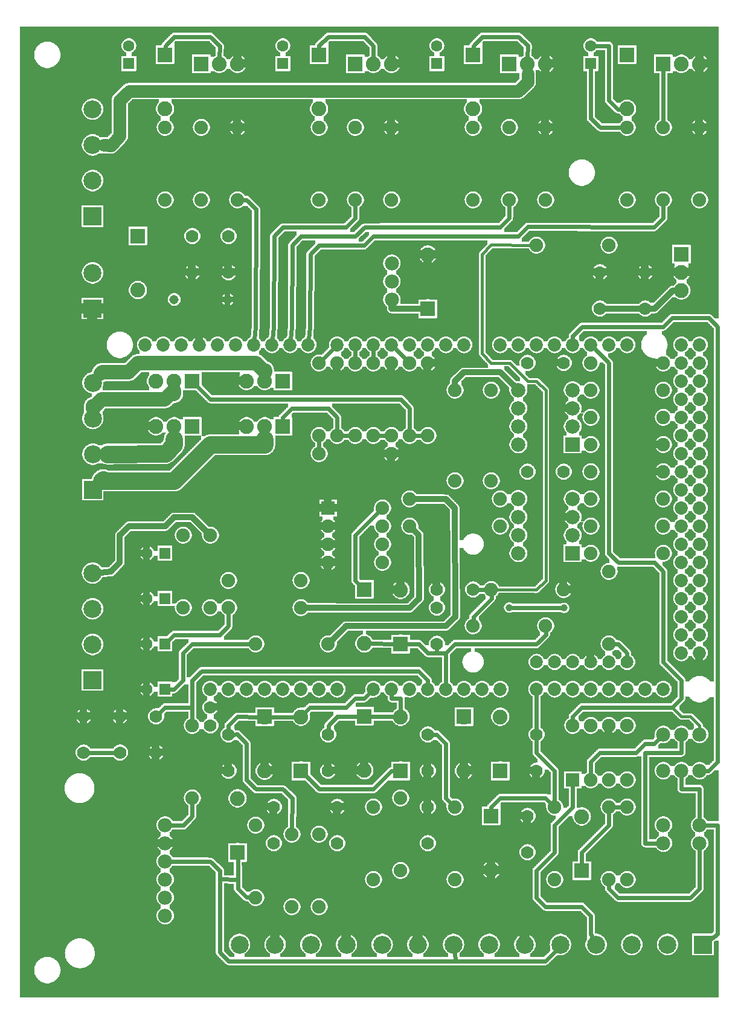
<source format=gbl>
G04 MADE WITH FRITZING*
G04 WWW.FRITZING.ORG*
G04 DOUBLE SIDED*
G04 HOLES PLATED*
G04 CONTOUR ON CENTER OF CONTOUR VECTOR*
%ASAXBY*%
%FSLAX23Y23*%
%MOIN*%
%OFA0B0*%
%SFA1.0B1.0*%
%ADD10C,0.075000*%
%ADD11C,0.070000*%
%ADD12C,0.039370*%
%ADD13C,0.082000*%
%ADD14C,0.072917*%
%ADD15C,0.078000*%
%ADD16C,0.051496*%
%ADD17C,0.079370*%
%ADD18C,0.062992*%
%ADD19C,0.099055*%
%ADD20R,0.075000X0.075000*%
%ADD21R,0.082000X0.082000*%
%ADD22R,0.079370X0.079370*%
%ADD23R,0.062992X0.062992*%
%ADD24R,0.099055X0.099055*%
%ADD25C,0.024000*%
%ADD26C,0.080000*%
%ADD27C,0.095000*%
%ADD28C,0.032000*%
%ADD29C,0.016000*%
%ADD30R,0.001000X0.001000*%
%LNCOPPER0*%
G90*
G70*
G54D10*
X3385Y3544D03*
X1868Y3256D03*
X3485Y5328D03*
G54D11*
X2892Y1891D03*
X2992Y1891D03*
X3092Y1891D03*
X3192Y1891D03*
X3292Y1891D03*
X3392Y1891D03*
G54D10*
X1742Y2741D03*
X2042Y2741D03*
X1742Y2641D03*
X2042Y2641D03*
X1742Y2541D03*
X2042Y2541D03*
X1742Y2441D03*
X2042Y2441D03*
G54D12*
X3044Y2190D03*
X2742Y2191D03*
G54D10*
X3292Y1991D03*
X3292Y2391D03*
X1592Y2341D03*
X1192Y2341D03*
G54D13*
X992Y3441D03*
X892Y3441D03*
X792Y3441D03*
X1492Y3441D03*
X1392Y3441D03*
X1292Y3441D03*
X1492Y3191D03*
X1392Y3191D03*
X1292Y3191D03*
X992Y3191D03*
X892Y3191D03*
X792Y3191D03*
G54D11*
X1092Y1641D03*
X1092Y1541D03*
G54D10*
X1342Y591D03*
X1342Y991D03*
G54D14*
X2992Y1741D03*
X1392Y1741D03*
X3092Y1741D03*
X3192Y1741D03*
X3292Y1741D03*
X3392Y1741D03*
X3692Y3141D03*
X3492Y1741D03*
X3592Y1741D03*
X1432Y3641D03*
X1992Y1741D03*
X2092Y1741D03*
X2192Y1741D03*
X2292Y1741D03*
X3692Y2341D03*
X2392Y1741D03*
X2492Y1741D03*
X2592Y1741D03*
X2692Y1741D03*
X2192Y3641D03*
X3692Y3541D03*
X3692Y2741D03*
X3692Y1941D03*
X1032Y3641D03*
X1792Y1741D03*
X1792Y3641D03*
X3692Y3341D03*
X3692Y2941D03*
X3692Y2541D03*
X3392Y3641D03*
X3692Y2141D03*
X3292Y3641D03*
X3192Y3641D03*
X3092Y3641D03*
X2992Y3641D03*
X2892Y3641D03*
X2792Y3641D03*
X2692Y3641D03*
X832Y3641D03*
X1232Y3641D03*
X1632Y3641D03*
X1192Y1741D03*
X1592Y1741D03*
X2392Y3641D03*
X1992Y3641D03*
X3692Y3641D03*
X3692Y3441D03*
X3692Y3241D03*
X3692Y3041D03*
X3692Y2841D03*
X3692Y2641D03*
X3692Y2441D03*
X3692Y2241D03*
X3692Y2041D03*
X732Y3641D03*
X932Y3641D03*
X1132Y3641D03*
X1332Y3641D03*
X1532Y3641D03*
X1092Y1741D03*
X1292Y1741D03*
X1492Y1741D03*
X1692Y1741D03*
X2492Y3641D03*
X2292Y3641D03*
X2092Y3641D03*
X1892Y3641D03*
X3792Y3641D03*
X3792Y3541D03*
X3792Y3441D03*
X3792Y3341D03*
X3792Y3241D03*
X3792Y3141D03*
X3792Y3041D03*
X3792Y2941D03*
X3792Y2841D03*
X3792Y2741D03*
X3792Y2641D03*
X3792Y2541D03*
X3792Y2441D03*
X3792Y2341D03*
X3792Y2241D03*
X3792Y2141D03*
X3792Y2041D03*
X3792Y1941D03*
X2892Y1741D03*
G54D13*
X2292Y3841D03*
X2292Y4139D03*
G54D10*
X992Y1141D03*
X992Y1541D03*
G54D15*
X842Y991D03*
X842Y891D03*
X842Y791D03*
X842Y691D03*
X842Y591D03*
X842Y491D03*
G54D10*
X3092Y1241D03*
X3092Y1541D03*
X3192Y1241D03*
X3192Y1541D03*
X3292Y1241D03*
X3292Y1541D03*
X3392Y1241D03*
X3392Y1541D03*
G54D15*
X3592Y1291D03*
X3692Y1291D03*
X3792Y1291D03*
X3792Y1491D03*
X3692Y1491D03*
X3592Y1491D03*
X2093Y3891D03*
X2093Y3991D03*
X2093Y4091D03*
G54D10*
X3292Y1091D03*
X3292Y691D03*
X3392Y1091D03*
X3392Y691D03*
G54D15*
X3592Y991D03*
X3592Y891D03*
X3792Y991D03*
X3792Y891D03*
G54D10*
X3592Y2491D03*
X3192Y2491D03*
X2292Y3541D03*
X2292Y3141D03*
X1792Y3541D03*
X1792Y3141D03*
X3592Y3091D03*
X3192Y3091D03*
X3592Y2941D03*
X3192Y2941D03*
X2092Y3541D03*
X2092Y3141D03*
X2092Y3041D03*
X1692Y3041D03*
X3592Y3541D03*
X3192Y3541D03*
G54D13*
X3692Y4141D03*
X3692Y4041D03*
X3692Y3941D03*
G54D11*
X1192Y4041D03*
X1192Y4241D03*
X3492Y4041D03*
X3492Y3841D03*
X992Y4041D03*
X992Y4241D03*
X3242Y4041D03*
X3242Y3841D03*
G54D13*
X692Y4241D03*
X692Y3943D03*
G54D16*
X892Y3891D03*
X1187Y3891D03*
G54D17*
X3092Y2491D03*
X2792Y2491D03*
X3092Y2591D03*
X2792Y2591D03*
X3092Y2691D03*
X2792Y2691D03*
X3092Y2791D03*
X2792Y2791D03*
X3092Y3091D03*
X2792Y3091D03*
X3092Y3191D03*
X2792Y3191D03*
X3092Y3291D03*
X2792Y3291D03*
X3092Y3391D03*
X2792Y3391D03*
G54D10*
X3592Y2641D03*
X3192Y2641D03*
X2192Y3541D03*
X2192Y3141D03*
X1892Y3541D03*
X1892Y3141D03*
X3592Y3241D03*
X3192Y3241D03*
X3592Y2791D03*
X3192Y2791D03*
X1992Y3541D03*
X1992Y3141D03*
X1692Y3541D03*
X1692Y3141D03*
X3592Y3391D03*
X3192Y3391D03*
G54D11*
X3042Y2941D03*
X2842Y2941D03*
X3042Y3541D03*
X2842Y3541D03*
G54D10*
X2192Y2641D03*
X2692Y2641D03*
X2642Y2891D03*
X2642Y3391D03*
X2692Y2791D03*
X2192Y2791D03*
X2442Y3391D03*
X2442Y2891D03*
X1192Y2191D03*
X1592Y2191D03*
X1092Y2191D03*
X1092Y2591D03*
X1342Y1991D03*
X1742Y1991D03*
X942Y2191D03*
X942Y2591D03*
G54D18*
X841Y1991D03*
X742Y1991D03*
X841Y2491D03*
X742Y2491D03*
X841Y1741D03*
X742Y1741D03*
X841Y2241D03*
X742Y2241D03*
G54D10*
X2642Y2291D03*
X3042Y2291D03*
X2142Y1141D03*
X2142Y741D03*
X1692Y941D03*
X1692Y541D03*
G54D11*
X1742Y1291D03*
X1742Y1491D03*
X1792Y1091D03*
X1792Y891D03*
X1192Y1291D03*
X1192Y1491D03*
X1442Y1091D03*
X1442Y891D03*
G54D10*
X1992Y691D03*
X1992Y1091D03*
X1542Y541D03*
X1542Y941D03*
G54D13*
X2142Y1291D03*
X2142Y1589D03*
X1392Y1589D03*
X1392Y1291D03*
X1592Y1291D03*
X1592Y1589D03*
X1242Y841D03*
X1242Y1139D03*
X2142Y1991D03*
X2142Y2289D03*
X1942Y1591D03*
X1942Y1293D03*
G54D19*
X443Y2841D03*
X443Y3038D03*
X443Y3235D03*
X443Y3432D03*
X3812Y332D03*
X3615Y332D03*
X3418Y332D03*
X3221Y332D03*
X3024Y332D03*
X2827Y332D03*
X2631Y332D03*
X2434Y332D03*
X2237Y332D03*
X2040Y332D03*
X1843Y332D03*
X1646Y332D03*
X1449Y332D03*
X1253Y332D03*
G54D11*
X2892Y1291D03*
X2892Y1491D03*
X792Y1591D03*
X792Y1391D03*
X2292Y1291D03*
X2292Y1491D03*
X392Y1591D03*
X392Y1391D03*
X593Y1591D03*
X593Y1391D03*
X2842Y1041D03*
X2842Y841D03*
X2292Y1091D03*
X2292Y891D03*
G54D10*
X2992Y691D03*
X2992Y1091D03*
X2442Y691D03*
X2442Y1091D03*
G54D13*
X3142Y741D03*
X3142Y1039D03*
X2692Y1291D03*
X2692Y1589D03*
X2642Y1041D03*
X2642Y743D03*
X2492Y1589D03*
X2492Y1291D03*
G54D10*
X3292Y4191D03*
X2892Y4191D03*
G54D11*
X2342Y2291D03*
X2542Y2291D03*
X2342Y2191D03*
X2342Y1991D03*
G54D10*
X2542Y2091D03*
X2942Y2091D03*
G54D13*
X1942Y2291D03*
X1942Y1993D03*
G54D10*
X842Y4441D03*
X842Y4841D03*
X2542Y4441D03*
X2542Y4841D03*
X1692Y4441D03*
X1692Y4841D03*
X3392Y4441D03*
X3392Y4841D03*
G54D18*
X642Y5193D03*
X642Y5291D03*
X2342Y5193D03*
X2342Y5291D03*
X1492Y5193D03*
X1492Y5291D03*
X3192Y5193D03*
X3192Y5291D03*
G54D13*
X842Y5241D03*
X842Y4943D03*
X2542Y5241D03*
X2542Y4943D03*
X1692Y5241D03*
X1692Y4943D03*
X3392Y5241D03*
X3392Y4943D03*
X1042Y5191D03*
X1142Y5191D03*
X1242Y5191D03*
X2742Y5191D03*
X2842Y5191D03*
X2942Y5191D03*
X1892Y5191D03*
X1992Y5191D03*
X2092Y5191D03*
X3592Y5191D03*
X3692Y5191D03*
X3792Y5191D03*
G54D10*
X1042Y4441D03*
X1042Y4841D03*
X2742Y4441D03*
X2742Y4841D03*
X1892Y4441D03*
X1892Y4841D03*
X3592Y4441D03*
X3592Y4841D03*
X1242Y4441D03*
X1242Y4841D03*
X2942Y4441D03*
X2942Y4841D03*
X2092Y4441D03*
X2092Y4841D03*
X3792Y4441D03*
X3792Y4841D03*
G54D19*
X442Y3841D03*
X442Y4038D03*
X442Y1791D03*
X442Y1988D03*
X442Y2185D03*
X442Y2382D03*
X442Y4351D03*
X442Y4548D03*
X442Y4745D03*
X442Y4941D03*
G54D20*
X1742Y2741D03*
G54D21*
X992Y3441D03*
X1492Y3441D03*
X1492Y3191D03*
X992Y3191D03*
X2292Y3840D03*
G54D20*
X3092Y1241D03*
G54D21*
X3692Y4141D03*
X692Y4242D03*
G54D22*
X3092Y2491D03*
X3092Y3091D03*
G54D23*
X841Y1991D03*
X841Y2491D03*
X841Y1741D03*
X841Y2241D03*
G54D21*
X2142Y1290D03*
X1392Y1590D03*
X1592Y1290D03*
X1242Y840D03*
X2142Y1990D03*
X1942Y1592D03*
G54D24*
X443Y2841D03*
X3812Y332D03*
G54D21*
X3142Y740D03*
X2692Y1290D03*
X2642Y1042D03*
X2492Y1590D03*
X1942Y2292D03*
G54D23*
X642Y5193D03*
X2342Y5193D03*
X1492Y5193D03*
X3192Y5193D03*
G54D21*
X842Y5242D03*
X2542Y5242D03*
X1692Y5242D03*
X3392Y5242D03*
X1042Y5191D03*
X2742Y5191D03*
X1892Y5191D03*
X3592Y5191D03*
G54D24*
X442Y3841D03*
X442Y1791D03*
X442Y4351D03*
G54D11*
X643Y5041D02*
X2792Y5041D01*
D02*
X2792Y5041D02*
X2843Y5090D01*
D02*
X592Y4990D02*
X643Y5041D01*
D02*
X2843Y5090D02*
X2843Y5137D01*
D02*
X592Y4793D02*
X592Y4990D01*
D02*
X543Y4741D02*
X592Y4793D01*
D02*
X505Y4743D02*
X543Y4741D01*
G54D25*
D02*
X3144Y3741D02*
X3092Y3690D01*
D02*
X3092Y3690D02*
X3092Y3672D01*
D02*
X3592Y3741D02*
X3144Y3741D01*
D02*
X3640Y3790D02*
X3592Y3741D01*
D02*
X3844Y3790D02*
X3640Y3790D01*
D02*
X3892Y3741D02*
X3844Y3790D01*
D02*
X3892Y1341D02*
X3892Y3741D01*
D02*
X3842Y1291D02*
X3892Y1341D01*
D02*
X3822Y1291D02*
X3842Y1291D01*
D02*
X1892Y2590D02*
X1892Y2341D01*
D02*
X1892Y2341D02*
X1919Y2314D01*
D02*
X1940Y2641D02*
X1892Y2590D01*
D02*
X2022Y2721D02*
X1940Y2641D01*
D02*
X3025Y2190D02*
X2761Y2191D01*
D02*
X3392Y1941D02*
X3392Y1918D01*
D02*
X3344Y1990D02*
X3392Y1941D01*
D02*
X3321Y1990D02*
X3344Y1990D01*
D02*
X2942Y1141D02*
X2972Y1112D01*
D02*
X2692Y1141D02*
X2942Y1141D01*
D02*
X2642Y1091D02*
X2692Y1141D01*
D02*
X2642Y1074D02*
X2642Y1091D01*
D02*
X2892Y1518D02*
X2892Y1711D01*
D02*
X3292Y3541D02*
X3292Y2491D01*
D02*
X3213Y3620D02*
X3292Y3541D01*
D02*
X3292Y2491D02*
X3343Y2441D01*
D02*
X3543Y2441D02*
X3592Y2391D01*
D02*
X3343Y2441D02*
X3543Y2441D01*
D02*
X3692Y1791D02*
X3692Y1691D01*
D02*
X3692Y1691D02*
X3642Y1641D01*
D02*
X3642Y1641D02*
X3142Y1641D01*
D02*
X3142Y1641D02*
X3092Y1591D01*
D02*
X3592Y1890D02*
X3692Y1791D01*
D02*
X3092Y1591D02*
X3092Y1570D01*
D02*
X3592Y2391D02*
X3592Y1890D01*
D02*
X3292Y991D02*
X3292Y1063D01*
D02*
X3142Y841D02*
X3292Y991D01*
D02*
X3142Y774D02*
X3142Y841D01*
G54D26*
D02*
X892Y3390D02*
X892Y3370D01*
D02*
X444Y3290D02*
X492Y3341D01*
D02*
X492Y3341D02*
X840Y3341D01*
D02*
X840Y3341D02*
X892Y3390D01*
D02*
X444Y3304D02*
X444Y3290D01*
D02*
X1344Y3541D02*
X1393Y3491D01*
D02*
X1393Y3491D02*
X1393Y3501D01*
D02*
X692Y3541D02*
X1344Y3541D01*
D02*
X642Y3491D02*
X692Y3541D01*
D02*
X493Y3491D02*
X642Y3491D01*
D02*
X487Y3484D02*
X493Y3491D01*
G54D25*
D02*
X2192Y3290D02*
X2192Y3170D01*
D02*
X1092Y3341D02*
X2144Y3341D01*
D02*
X2144Y3341D02*
X2192Y3290D01*
D02*
X1015Y3419D02*
X1092Y3341D01*
D02*
X1744Y3290D02*
X1792Y3241D01*
D02*
X1792Y3241D02*
X1792Y3170D01*
D02*
X1540Y3290D02*
X1744Y3290D01*
D02*
X1492Y3241D02*
X1540Y3290D01*
D02*
X1492Y3224D02*
X1492Y3241D01*
G54D27*
D02*
X892Y3090D02*
X892Y3120D01*
D02*
X844Y3041D02*
X892Y3090D01*
D02*
X523Y3039D02*
X844Y3041D01*
D02*
X1392Y3090D02*
X1392Y3120D01*
D02*
X492Y2890D02*
X892Y2890D01*
D02*
X892Y2890D02*
X1092Y3090D01*
D02*
X1092Y3090D02*
X1392Y3090D01*
D02*
X500Y2897D02*
X492Y2890D01*
G54D25*
D02*
X1712Y3562D02*
X1771Y3620D01*
D02*
X1892Y3570D02*
X1892Y3611D01*
D02*
X1992Y3570D02*
X1992Y3611D01*
D02*
X2172Y3562D02*
X2113Y3620D01*
D02*
X2221Y3141D02*
X2264Y3141D01*
D02*
X2021Y3141D02*
X2064Y3141D01*
D02*
X1864Y3141D02*
X1821Y3141D01*
G54D28*
D02*
X1840Y2090D02*
X2392Y2090D01*
D02*
X2392Y2090D02*
X2444Y2141D01*
D02*
X2444Y2141D02*
X2440Y2741D01*
D02*
X2440Y2741D02*
X2392Y2790D01*
D02*
X1766Y2016D02*
X1840Y2090D01*
D02*
X2392Y2790D02*
X2226Y2791D01*
D02*
X544Y2390D02*
X592Y2441D01*
D02*
X592Y2441D02*
X592Y2590D01*
D02*
X592Y2590D02*
X644Y2641D01*
D02*
X644Y2641D02*
X844Y2641D01*
D02*
X844Y2641D02*
X892Y2690D01*
D02*
X488Y2385D02*
X544Y2390D01*
D02*
X892Y2690D02*
X992Y2690D01*
D02*
X992Y2690D02*
X1068Y2615D01*
D02*
X2192Y2190D02*
X2244Y2241D01*
D02*
X2244Y2241D02*
X2242Y2591D01*
D02*
X1792Y2190D02*
X2192Y2190D01*
D02*
X2242Y2591D02*
X2216Y2617D01*
D02*
X1626Y2191D02*
X1792Y2190D01*
G54D25*
D02*
X1244Y690D02*
X1243Y809D01*
D02*
X1244Y641D02*
X1244Y690D01*
D02*
X1292Y593D02*
X1244Y641D01*
D02*
X1314Y593D02*
X1292Y593D01*
D02*
X1244Y690D02*
X1144Y693D01*
G54D28*
D02*
X2092Y3841D02*
X2092Y3856D01*
D02*
X2254Y3841D02*
X2092Y3841D01*
G54D25*
D02*
X2392Y1441D02*
X2392Y1141D01*
D02*
X2342Y1491D02*
X2392Y1441D01*
D02*
X2318Y1491D02*
X2342Y1491D01*
D02*
X2992Y1291D02*
X2892Y1391D01*
D02*
X2992Y1120D02*
X2992Y1291D01*
D02*
X2892Y1391D02*
X2892Y1465D01*
D02*
X3192Y391D02*
X3203Y369D01*
D02*
X3192Y491D02*
X3192Y391D01*
D02*
X2942Y541D02*
X3142Y541D01*
D02*
X2442Y291D02*
X2442Y293D01*
D02*
X2444Y241D02*
X2442Y291D01*
D02*
X2568Y2291D02*
X2614Y2291D01*
G54D29*
D02*
X2892Y3441D02*
X2943Y3390D01*
D02*
X2743Y3541D02*
X2843Y3441D01*
D02*
X2843Y3441D02*
X2892Y3441D01*
D02*
X2592Y4141D02*
X2592Y3593D01*
D02*
X2592Y3593D02*
X2641Y3541D01*
D02*
X2641Y3541D02*
X2743Y3541D01*
D02*
X2943Y3390D02*
X2944Y2341D01*
D02*
X2641Y4193D02*
X2592Y4141D01*
D02*
X2944Y2341D02*
X2892Y2290D01*
D02*
X2869Y4192D02*
X2641Y4193D01*
D02*
X2892Y2290D02*
X2665Y2291D01*
G54D25*
D02*
X2643Y2241D02*
X2643Y2263D01*
D02*
X2543Y2141D02*
X2643Y2241D01*
D02*
X2543Y2120D02*
X2543Y2141D01*
D02*
X1692Y3070D02*
X1692Y3113D01*
D02*
X992Y1641D02*
X992Y1570D01*
D02*
X992Y1790D02*
X992Y1641D01*
D02*
X2292Y1791D02*
X2242Y1841D01*
D02*
X2292Y1772D02*
X2292Y1791D01*
D02*
X992Y1041D02*
X992Y1113D01*
D02*
X944Y990D02*
X992Y1041D01*
D02*
X872Y991D02*
X944Y990D01*
D02*
X592Y1391D02*
X418Y1391D01*
D02*
X567Y1391D02*
X592Y1391D01*
D02*
X842Y1641D02*
X992Y1641D01*
D02*
X811Y1610D02*
X842Y1641D01*
D02*
X2992Y290D02*
X2940Y241D01*
D02*
X3000Y300D02*
X2992Y290D01*
D02*
X1092Y790D02*
X872Y791D01*
D02*
X1144Y741D02*
X1092Y790D01*
D02*
X1144Y693D02*
X1144Y741D01*
D02*
X2444Y241D02*
X1192Y241D01*
D02*
X1143Y290D02*
X1144Y693D01*
D02*
X1192Y241D02*
X1143Y290D01*
D02*
X2940Y241D02*
X2444Y241D01*
G54D29*
D02*
X3692Y1591D02*
X3642Y1641D01*
D02*
X3742Y1591D02*
X3692Y1591D01*
D02*
X3792Y1541D02*
X3742Y1591D01*
D02*
X3792Y1516D02*
X3792Y1541D01*
G54D25*
D02*
X3892Y391D02*
X3844Y356D01*
D02*
X3892Y991D02*
X3892Y391D01*
D02*
X3822Y991D02*
X3892Y991D01*
D02*
X3692Y1191D02*
X3692Y1261D01*
D02*
X3792Y1191D02*
X3692Y1191D01*
D02*
X3792Y1022D02*
X3792Y1191D01*
D02*
X3742Y591D02*
X3792Y641D01*
D02*
X3292Y641D02*
X3342Y591D01*
D02*
X3292Y663D02*
X3292Y641D01*
D02*
X3321Y1091D02*
X3364Y1091D01*
D02*
X3492Y891D02*
X3562Y891D01*
D02*
X3492Y1391D02*
X3492Y891D01*
D02*
X3692Y1391D02*
X3492Y1391D01*
D02*
X3692Y1461D02*
X3692Y1391D01*
D02*
X3542Y1441D02*
X3571Y1470D01*
D02*
X3492Y1441D02*
X3542Y1441D01*
D02*
X3442Y1391D02*
X3492Y1441D01*
D02*
X3242Y1391D02*
X3442Y1391D01*
D02*
X3192Y1341D02*
X3242Y1391D01*
D02*
X3192Y1270D02*
X3192Y1341D01*
D02*
X2110Y1992D02*
X1974Y1993D01*
D02*
X2392Y1772D02*
X2392Y1941D01*
D02*
X1144Y2041D02*
X1192Y2090D01*
D02*
X1192Y2090D02*
X1192Y2163D01*
D02*
X892Y2041D02*
X1144Y2041D01*
D02*
X860Y2010D02*
X892Y2041D01*
D02*
X892Y1741D02*
X940Y1790D01*
D02*
X940Y1790D02*
X940Y1941D01*
D02*
X940Y1941D02*
X992Y1990D01*
D02*
X992Y1990D02*
X1314Y1991D01*
D02*
X867Y1741D02*
X892Y1741D01*
G54D28*
D02*
X3544Y3841D02*
X3524Y3841D01*
D02*
X3644Y3941D02*
X3544Y3841D01*
D02*
X3654Y3941D02*
X3644Y3941D01*
D02*
X3460Y3841D02*
X3274Y3841D01*
D02*
X2492Y3490D02*
X2440Y3441D01*
D02*
X2440Y3441D02*
X2441Y3426D01*
D02*
X2692Y3490D02*
X2492Y3490D01*
D02*
X2766Y3417D02*
X2692Y3490D01*
G54D25*
D02*
X1592Y4241D02*
X1892Y4241D01*
D02*
X1892Y4241D02*
X1944Y4290D01*
D02*
X2692Y4290D02*
X2741Y4341D01*
D02*
X1944Y4290D02*
X2692Y4290D01*
D02*
X1544Y4190D02*
X1592Y4241D01*
D02*
X1542Y3741D02*
X1544Y4190D01*
D02*
X1535Y3672D02*
X1542Y3741D01*
D02*
X2741Y4341D02*
X2742Y4413D01*
D02*
X1692Y4190D02*
X1940Y4190D01*
D02*
X1940Y4190D02*
X1992Y4241D01*
D02*
X1992Y4241D02*
X2792Y4241D01*
D02*
X2792Y4241D02*
X2843Y4293D01*
D02*
X3541Y4290D02*
X3592Y4341D01*
D02*
X2843Y4293D02*
X3541Y4290D01*
D02*
X1644Y4141D02*
X1692Y4190D01*
D02*
X1642Y3741D02*
X1644Y4141D01*
D02*
X1635Y3672D02*
X1642Y3741D01*
D02*
X3592Y4341D02*
X3592Y4413D01*
D02*
X1892Y4341D02*
X1892Y4413D01*
D02*
X1840Y4290D02*
X1892Y4341D01*
D02*
X1492Y4290D02*
X1840Y4290D01*
D02*
X1444Y4241D02*
X1492Y4290D01*
D02*
X1442Y3741D02*
X1444Y4241D01*
D02*
X1435Y3672D02*
X1442Y3741D01*
D02*
X1292Y4441D02*
X1271Y4441D01*
D02*
X1344Y4390D02*
X1292Y4441D01*
D02*
X1342Y3741D02*
X1344Y4390D01*
D02*
X1335Y3672D02*
X1342Y3741D01*
D02*
X2243Y1990D02*
X2174Y1991D01*
D02*
X2292Y1941D02*
X2243Y1990D01*
D02*
X2342Y1940D02*
X2292Y1941D01*
D02*
X2342Y1991D02*
X2342Y1940D01*
D02*
X2342Y1941D02*
X2342Y1965D01*
D02*
X2392Y1941D02*
X2342Y1941D01*
D02*
X2442Y1991D02*
X2392Y1941D01*
D02*
X2792Y1990D02*
X2442Y1991D01*
D02*
X2892Y1990D02*
X2792Y1990D01*
D02*
X2943Y2041D02*
X2892Y1990D01*
D02*
X2943Y2063D02*
X2943Y2041D01*
D02*
X3192Y4890D02*
X3192Y5166D01*
D02*
X3244Y4841D02*
X3192Y4890D01*
D02*
X3364Y4841D02*
X3244Y4841D01*
D02*
X3592Y5159D02*
X3592Y4870D01*
D02*
X3292Y4990D02*
X3292Y5291D01*
D02*
X3340Y4941D02*
X3292Y4990D01*
D02*
X3292Y5291D02*
X3219Y5291D01*
D02*
X3360Y4942D02*
X3340Y4941D01*
D02*
X2843Y5293D02*
X2842Y5224D01*
D02*
X2792Y5341D02*
X2843Y5293D01*
D02*
X2592Y5341D02*
X2792Y5341D01*
D02*
X2543Y5290D02*
X2592Y5341D01*
D02*
X2543Y5274D02*
X2543Y5290D01*
D02*
X1692Y5293D02*
X1692Y5274D01*
D02*
X1743Y5341D02*
X1692Y5293D01*
D02*
X1943Y5341D02*
X1743Y5341D01*
D02*
X1992Y5290D02*
X1943Y5341D01*
D02*
X1992Y5224D02*
X1992Y5290D01*
D02*
X843Y5290D02*
X843Y5274D01*
D02*
X892Y5341D02*
X843Y5290D01*
D02*
X1092Y5341D02*
X892Y5341D01*
D02*
X1143Y5290D02*
X1092Y5341D01*
D02*
X1142Y5224D02*
X1143Y5290D01*
D02*
X1614Y1613D02*
X1642Y1641D01*
D02*
X1842Y1641D02*
X1892Y1691D01*
D02*
X1892Y1691D02*
X1942Y1691D01*
D02*
X1642Y1641D02*
X1842Y1641D01*
D02*
X1942Y1691D02*
X1971Y1720D01*
D02*
X2142Y1691D02*
X2142Y1622D01*
D02*
X2092Y1691D02*
X2142Y1691D01*
D02*
X2092Y1711D02*
X2092Y1691D01*
D02*
X2110Y1590D02*
X1974Y1591D01*
D02*
X1424Y1589D02*
X1560Y1589D01*
D02*
X1744Y1541D02*
X1743Y1518D01*
D02*
X1792Y1590D02*
X1744Y1541D01*
D02*
X1910Y1591D02*
X1792Y1590D01*
D02*
X1240Y1590D02*
X1360Y1589D01*
D02*
X1192Y1541D02*
X1240Y1590D01*
D02*
X1192Y1518D02*
X1192Y1541D01*
D02*
X1292Y1441D02*
X1240Y1493D01*
D02*
X1292Y1241D02*
X1292Y1441D01*
D02*
X1344Y1190D02*
X1292Y1241D01*
D02*
X1492Y1190D02*
X1344Y1190D01*
D02*
X1240Y1493D02*
X1218Y1492D01*
D02*
X1544Y1141D02*
X1492Y1190D01*
D02*
X1542Y970D02*
X1544Y1141D01*
D02*
X1992Y1190D02*
X1692Y1191D01*
D02*
X1692Y1191D02*
X1644Y1241D01*
D02*
X2092Y1290D02*
X1992Y1190D01*
D02*
X1644Y1241D02*
X1615Y1269D01*
D02*
X2110Y1290D02*
X2092Y1290D01*
D02*
X2392Y1141D02*
X2442Y1091D01*
D02*
X3142Y541D02*
X3192Y491D01*
D02*
X2992Y991D02*
X2992Y841D01*
D02*
X2892Y741D02*
X2892Y591D01*
D02*
X3092Y1091D02*
X3042Y1041D01*
D02*
X3042Y1041D02*
X2992Y991D01*
D02*
X2992Y841D02*
X2892Y741D01*
D02*
X2892Y591D02*
X2942Y541D01*
D02*
X3092Y1213D02*
X3092Y1091D01*
D02*
X1044Y1841D02*
X992Y1790D01*
D02*
X2242Y1841D02*
X1044Y1841D01*
D02*
X3342Y591D02*
X3742Y591D01*
D02*
X3792Y641D02*
X3792Y861D01*
G36*
X3224Y5269D02*
X3224Y5267D01*
X3222Y5267D01*
X3222Y5263D01*
X3218Y5263D01*
X3218Y5261D01*
X3216Y5261D01*
X3216Y5259D01*
X3214Y5259D01*
X3214Y5257D01*
X3210Y5257D01*
X3210Y5255D01*
X3208Y5255D01*
X3208Y5235D01*
X3234Y5235D01*
X3234Y5153D01*
X3232Y5153D01*
X3232Y5151D01*
X3214Y5151D01*
X3214Y4899D01*
X3216Y4899D01*
X3216Y4897D01*
X3218Y4897D01*
X3218Y4895D01*
X3220Y4895D01*
X3220Y4893D01*
X3222Y4893D01*
X3222Y4891D01*
X3224Y4891D01*
X3224Y4889D01*
X3226Y4889D01*
X3226Y4887D01*
X3228Y4887D01*
X3228Y4885D01*
X3230Y4885D01*
X3230Y4883D01*
X3232Y4883D01*
X3232Y4881D01*
X3236Y4881D01*
X3236Y4879D01*
X3238Y4879D01*
X3238Y4877D01*
X3240Y4877D01*
X3240Y4875D01*
X3242Y4875D01*
X3242Y4873D01*
X3244Y4873D01*
X3244Y4871D01*
X3246Y4871D01*
X3246Y4869D01*
X3248Y4869D01*
X3248Y4867D01*
X3250Y4867D01*
X3250Y4865D01*
X3252Y4865D01*
X3252Y4863D01*
X3352Y4863D01*
X3352Y4867D01*
X3354Y4867D01*
X3354Y4869D01*
X3356Y4869D01*
X3356Y4871D01*
X3358Y4871D01*
X3358Y4873D01*
X3360Y4873D01*
X3360Y4875D01*
X3362Y4875D01*
X3362Y4877D01*
X3364Y4877D01*
X3364Y4879D01*
X3366Y4879D01*
X3366Y4881D01*
X3368Y4881D01*
X3368Y4901D01*
X3366Y4901D01*
X3366Y4903D01*
X3362Y4903D01*
X3362Y4905D01*
X3360Y4905D01*
X3360Y4907D01*
X3358Y4907D01*
X3358Y4909D01*
X3356Y4909D01*
X3356Y4911D01*
X3354Y4911D01*
X3354Y4913D01*
X3352Y4913D01*
X3352Y4915D01*
X3350Y4915D01*
X3350Y4919D01*
X3338Y4919D01*
X3338Y4921D01*
X3330Y4921D01*
X3330Y4923D01*
X3328Y4923D01*
X3328Y4925D01*
X3324Y4925D01*
X3324Y4927D01*
X3322Y4927D01*
X3322Y4929D01*
X3320Y4929D01*
X3320Y4931D01*
X3318Y4931D01*
X3318Y4933D01*
X3316Y4933D01*
X3316Y4935D01*
X3314Y4935D01*
X3314Y4937D01*
X3312Y4937D01*
X3312Y4939D01*
X3310Y4939D01*
X3310Y4941D01*
X3308Y4941D01*
X3308Y4943D01*
X3306Y4943D01*
X3306Y4945D01*
X3304Y4945D01*
X3304Y4947D01*
X3302Y4947D01*
X3302Y4949D01*
X3300Y4949D01*
X3300Y4951D01*
X3298Y4951D01*
X3298Y4953D01*
X3296Y4953D01*
X3296Y4955D01*
X3294Y4955D01*
X3294Y4957D01*
X3292Y4957D01*
X3292Y4959D01*
X3290Y4959D01*
X3290Y4961D01*
X3288Y4961D01*
X3288Y4963D01*
X3286Y4963D01*
X3286Y4965D01*
X3284Y4965D01*
X3284Y4967D01*
X3282Y4967D01*
X3282Y4969D01*
X3280Y4969D01*
X3280Y4971D01*
X3278Y4971D01*
X3278Y4973D01*
X3276Y4973D01*
X3276Y4977D01*
X3274Y4977D01*
X3274Y4979D01*
X3272Y4979D01*
X3272Y4983D01*
X3270Y4983D01*
X3270Y5269D01*
X3224Y5269D01*
G37*
D02*
G36*
X1500Y4267D02*
X1500Y4265D01*
X1498Y4265D01*
X1498Y4263D01*
X1496Y4263D01*
X1496Y4261D01*
X1494Y4261D01*
X1494Y4259D01*
X1492Y4259D01*
X1492Y4257D01*
X1490Y4257D01*
X1490Y4255D01*
X1488Y4255D01*
X1488Y4253D01*
X1486Y4253D01*
X1486Y4251D01*
X1484Y4251D01*
X1484Y4249D01*
X1482Y4249D01*
X1482Y4247D01*
X1480Y4247D01*
X1480Y4245D01*
X1478Y4245D01*
X1478Y4243D01*
X1476Y4243D01*
X1476Y4241D01*
X1474Y4241D01*
X1474Y4239D01*
X1472Y4239D01*
X1472Y4237D01*
X1470Y4237D01*
X1470Y4235D01*
X1468Y4235D01*
X1468Y4233D01*
X1466Y4233D01*
X1466Y3987D01*
X1464Y3987D01*
X1464Y3729D01*
X1462Y3729D01*
X1462Y3709D01*
X1460Y3709D01*
X1460Y3677D01*
X1462Y3677D01*
X1462Y3675D01*
X1464Y3675D01*
X1464Y3673D01*
X1466Y3673D01*
X1466Y3671D01*
X1468Y3671D01*
X1468Y3667D01*
X1470Y3667D01*
X1470Y3665D01*
X1472Y3665D01*
X1472Y3661D01*
X1492Y3661D01*
X1492Y3665D01*
X1494Y3665D01*
X1494Y3667D01*
X1496Y3667D01*
X1496Y3669D01*
X1498Y3669D01*
X1498Y3673D01*
X1500Y3673D01*
X1500Y3675D01*
X1502Y3675D01*
X1502Y3677D01*
X1506Y3677D01*
X1506Y3679D01*
X1508Y3679D01*
X1508Y3681D01*
X1512Y3681D01*
X1512Y3683D01*
X1514Y3683D01*
X1514Y3691D01*
X1516Y3691D01*
X1516Y3711D01*
X1518Y3711D01*
X1518Y3731D01*
X1520Y3731D01*
X1520Y3965D01*
X1522Y3965D01*
X1522Y4197D01*
X1524Y4197D01*
X1524Y4201D01*
X1526Y4201D01*
X1526Y4203D01*
X1528Y4203D01*
X1528Y4207D01*
X1530Y4207D01*
X1530Y4209D01*
X1532Y4209D01*
X1532Y4211D01*
X1534Y4211D01*
X1534Y4213D01*
X1536Y4213D01*
X1536Y4215D01*
X1538Y4215D01*
X1538Y4217D01*
X1540Y4217D01*
X1540Y4219D01*
X1542Y4219D01*
X1542Y4221D01*
X1544Y4221D01*
X1544Y4223D01*
X1546Y4223D01*
X1546Y4225D01*
X1548Y4225D01*
X1548Y4227D01*
X1550Y4227D01*
X1550Y4229D01*
X1552Y4229D01*
X1552Y4231D01*
X1554Y4231D01*
X1554Y4235D01*
X1556Y4235D01*
X1556Y4237D01*
X1558Y4237D01*
X1558Y4239D01*
X1560Y4239D01*
X1560Y4241D01*
X1562Y4241D01*
X1562Y4243D01*
X1564Y4243D01*
X1564Y4245D01*
X1566Y4245D01*
X1566Y4247D01*
X1568Y4247D01*
X1568Y4267D01*
X1500Y4267D01*
G37*
D02*
G36*
X1948Y4265D02*
X1948Y4263D01*
X1946Y4263D01*
X1946Y4261D01*
X1944Y4261D01*
X1944Y4259D01*
X1942Y4259D01*
X1942Y4257D01*
X1940Y4257D01*
X1940Y4255D01*
X1938Y4255D01*
X1938Y4253D01*
X1936Y4253D01*
X1936Y4251D01*
X1934Y4251D01*
X1934Y4249D01*
X1932Y4249D01*
X1932Y4247D01*
X1930Y4247D01*
X1930Y4245D01*
X1926Y4245D01*
X1926Y4243D01*
X1924Y4243D01*
X1924Y4241D01*
X1922Y4241D01*
X1922Y4239D01*
X1920Y4239D01*
X1920Y4237D01*
X1918Y4237D01*
X1918Y4235D01*
X1916Y4235D01*
X1916Y4233D01*
X1914Y4233D01*
X1914Y4231D01*
X1912Y4231D01*
X1912Y4211D01*
X1932Y4211D01*
X1932Y4213D01*
X1934Y4213D01*
X1934Y4215D01*
X1936Y4215D01*
X1936Y4217D01*
X1938Y4217D01*
X1938Y4219D01*
X1940Y4219D01*
X1940Y4221D01*
X1942Y4221D01*
X1942Y4223D01*
X1944Y4223D01*
X1944Y4225D01*
X1946Y4225D01*
X1946Y4227D01*
X1948Y4227D01*
X1948Y4229D01*
X1950Y4229D01*
X1950Y4231D01*
X1952Y4231D01*
X1952Y4233D01*
X1954Y4233D01*
X1954Y4235D01*
X1956Y4235D01*
X1956Y4237D01*
X1958Y4237D01*
X1958Y4239D01*
X1960Y4239D01*
X1960Y4241D01*
X1962Y4241D01*
X1962Y4243D01*
X1964Y4243D01*
X1964Y4245D01*
X1966Y4245D01*
X1966Y4247D01*
X1968Y4247D01*
X1968Y4265D01*
X1948Y4265D01*
G37*
D02*
G36*
X1600Y4219D02*
X1600Y4217D01*
X1598Y4217D01*
X1598Y4215D01*
X1596Y4215D01*
X1596Y4213D01*
X1594Y4213D01*
X1594Y4211D01*
X1592Y4211D01*
X1592Y4209D01*
X1590Y4209D01*
X1590Y4207D01*
X1588Y4207D01*
X1588Y4203D01*
X1586Y4203D01*
X1586Y4201D01*
X1584Y4201D01*
X1584Y4199D01*
X1582Y4199D01*
X1582Y4197D01*
X1580Y4197D01*
X1580Y4195D01*
X1578Y4195D01*
X1578Y4193D01*
X1576Y4193D01*
X1576Y4191D01*
X1574Y4191D01*
X1574Y4189D01*
X1572Y4189D01*
X1572Y4187D01*
X1570Y4187D01*
X1570Y4185D01*
X1568Y4185D01*
X1568Y4183D01*
X1566Y4183D01*
X1566Y3961D01*
X1564Y3961D01*
X1564Y3729D01*
X1562Y3729D01*
X1562Y3709D01*
X1560Y3709D01*
X1560Y3677D01*
X1562Y3677D01*
X1562Y3675D01*
X1564Y3675D01*
X1564Y3673D01*
X1566Y3673D01*
X1566Y3671D01*
X1568Y3671D01*
X1568Y3667D01*
X1570Y3667D01*
X1570Y3665D01*
X1572Y3665D01*
X1572Y3661D01*
X1592Y3661D01*
X1592Y3665D01*
X1594Y3665D01*
X1594Y3667D01*
X1596Y3667D01*
X1596Y3669D01*
X1598Y3669D01*
X1598Y3673D01*
X1600Y3673D01*
X1600Y3675D01*
X1602Y3675D01*
X1602Y3677D01*
X1606Y3677D01*
X1606Y3679D01*
X1608Y3679D01*
X1608Y3681D01*
X1612Y3681D01*
X1612Y3683D01*
X1614Y3683D01*
X1614Y3693D01*
X1616Y3693D01*
X1616Y3713D01*
X1618Y3713D01*
X1618Y3731D01*
X1620Y3731D01*
X1620Y3941D01*
X1622Y3941D01*
X1622Y4149D01*
X1624Y4149D01*
X1624Y4153D01*
X1626Y4153D01*
X1626Y4155D01*
X1628Y4155D01*
X1628Y4157D01*
X1630Y4157D01*
X1630Y4159D01*
X1632Y4159D01*
X1632Y4161D01*
X1634Y4161D01*
X1634Y4163D01*
X1636Y4163D01*
X1636Y4165D01*
X1638Y4165D01*
X1638Y4167D01*
X1640Y4167D01*
X1640Y4169D01*
X1642Y4169D01*
X1642Y4171D01*
X1644Y4171D01*
X1644Y4173D01*
X1646Y4173D01*
X1646Y4175D01*
X1648Y4175D01*
X1648Y4177D01*
X1650Y4177D01*
X1650Y4179D01*
X1652Y4179D01*
X1652Y4181D01*
X1654Y4181D01*
X1654Y4183D01*
X1656Y4183D01*
X1656Y4185D01*
X1658Y4185D01*
X1658Y4187D01*
X1660Y4187D01*
X1660Y4189D01*
X1662Y4189D01*
X1662Y4191D01*
X1664Y4191D01*
X1664Y4193D01*
X1666Y4193D01*
X1666Y4195D01*
X1668Y4195D01*
X1668Y4197D01*
X1670Y4197D01*
X1670Y4199D01*
X1672Y4199D01*
X1672Y4219D01*
X1600Y4219D01*
G37*
D02*
G36*
X1832Y3623D02*
X1832Y3619D01*
X1830Y3619D01*
X1830Y3615D01*
X1828Y3615D01*
X1828Y3613D01*
X1826Y3613D01*
X1826Y3611D01*
X1824Y3611D01*
X1824Y3609D01*
X1822Y3609D01*
X1822Y3607D01*
X1820Y3607D01*
X1820Y3605D01*
X1816Y3605D01*
X1816Y3603D01*
X1814Y3603D01*
X1814Y3581D01*
X1818Y3581D01*
X1818Y3579D01*
X1820Y3579D01*
X1820Y3577D01*
X1822Y3577D01*
X1822Y3575D01*
X1824Y3575D01*
X1824Y3573D01*
X1826Y3573D01*
X1826Y3571D01*
X1828Y3571D01*
X1828Y3569D01*
X1830Y3569D01*
X1830Y3567D01*
X1832Y3567D01*
X1832Y3563D01*
X1852Y3563D01*
X1852Y3567D01*
X1854Y3567D01*
X1854Y3569D01*
X1856Y3569D01*
X1856Y3571D01*
X1858Y3571D01*
X1858Y3573D01*
X1860Y3573D01*
X1860Y3575D01*
X1862Y3575D01*
X1862Y3577D01*
X1864Y3577D01*
X1864Y3579D01*
X1866Y3579D01*
X1866Y3581D01*
X1870Y3581D01*
X1870Y3603D01*
X1868Y3603D01*
X1868Y3605D01*
X1864Y3605D01*
X1864Y3607D01*
X1862Y3607D01*
X1862Y3609D01*
X1860Y3609D01*
X1860Y3611D01*
X1858Y3611D01*
X1858Y3613D01*
X1856Y3613D01*
X1856Y3617D01*
X1854Y3617D01*
X1854Y3619D01*
X1852Y3619D01*
X1852Y3623D01*
X1832Y3623D01*
G37*
D02*
G36*
X1932Y3623D02*
X1932Y3619D01*
X1930Y3619D01*
X1930Y3615D01*
X1928Y3615D01*
X1928Y3613D01*
X1926Y3613D01*
X1926Y3611D01*
X1924Y3611D01*
X1924Y3609D01*
X1922Y3609D01*
X1922Y3607D01*
X1920Y3607D01*
X1920Y3605D01*
X1916Y3605D01*
X1916Y3603D01*
X1914Y3603D01*
X1914Y3581D01*
X1918Y3581D01*
X1918Y3579D01*
X1920Y3579D01*
X1920Y3577D01*
X1922Y3577D01*
X1922Y3575D01*
X1924Y3575D01*
X1924Y3573D01*
X1926Y3573D01*
X1926Y3571D01*
X1928Y3571D01*
X1928Y3569D01*
X1930Y3569D01*
X1930Y3567D01*
X1932Y3567D01*
X1932Y3563D01*
X1952Y3563D01*
X1952Y3567D01*
X1954Y3567D01*
X1954Y3569D01*
X1956Y3569D01*
X1956Y3571D01*
X1958Y3571D01*
X1958Y3573D01*
X1960Y3573D01*
X1960Y3575D01*
X1962Y3575D01*
X1962Y3577D01*
X1964Y3577D01*
X1964Y3579D01*
X1966Y3579D01*
X1966Y3581D01*
X1970Y3581D01*
X1970Y3603D01*
X1968Y3603D01*
X1968Y3605D01*
X1964Y3605D01*
X1964Y3607D01*
X1962Y3607D01*
X1962Y3609D01*
X1960Y3609D01*
X1960Y3611D01*
X1958Y3611D01*
X1958Y3613D01*
X1956Y3613D01*
X1956Y3617D01*
X1954Y3617D01*
X1954Y3619D01*
X1952Y3619D01*
X1952Y3623D01*
X1932Y3623D01*
G37*
D02*
G36*
X2032Y3623D02*
X2032Y3619D01*
X2030Y3619D01*
X2030Y3615D01*
X2028Y3615D01*
X2028Y3613D01*
X2026Y3613D01*
X2026Y3611D01*
X2024Y3611D01*
X2024Y3609D01*
X2022Y3609D01*
X2022Y3607D01*
X2020Y3607D01*
X2020Y3605D01*
X2016Y3605D01*
X2016Y3603D01*
X2014Y3603D01*
X2014Y3581D01*
X2018Y3581D01*
X2018Y3579D01*
X2020Y3579D01*
X2020Y3577D01*
X2022Y3577D01*
X2022Y3575D01*
X2024Y3575D01*
X2024Y3573D01*
X2026Y3573D01*
X2026Y3571D01*
X2028Y3571D01*
X2028Y3569D01*
X2030Y3569D01*
X2030Y3567D01*
X2032Y3567D01*
X2032Y3563D01*
X2052Y3563D01*
X2052Y3567D01*
X2054Y3567D01*
X2054Y3569D01*
X2056Y3569D01*
X2056Y3571D01*
X2058Y3571D01*
X2058Y3573D01*
X2060Y3573D01*
X2060Y3575D01*
X2062Y3575D01*
X2062Y3577D01*
X2064Y3577D01*
X2064Y3579D01*
X2066Y3579D01*
X2066Y3581D01*
X2070Y3581D01*
X2070Y3603D01*
X2068Y3603D01*
X2068Y3605D01*
X2064Y3605D01*
X2064Y3607D01*
X2062Y3607D01*
X2062Y3609D01*
X2060Y3609D01*
X2060Y3611D01*
X2058Y3611D01*
X2058Y3613D01*
X2056Y3613D01*
X2056Y3615D01*
X2054Y3615D01*
X2054Y3619D01*
X2052Y3619D01*
X2052Y3623D01*
X2032Y3623D01*
G37*
D02*
G36*
X2232Y3623D02*
X2232Y3619D01*
X2230Y3619D01*
X2230Y3615D01*
X2228Y3615D01*
X2228Y3613D01*
X2226Y3613D01*
X2226Y3611D01*
X2224Y3611D01*
X2224Y3609D01*
X2222Y3609D01*
X2222Y3607D01*
X2220Y3607D01*
X2220Y3605D01*
X2216Y3605D01*
X2216Y3603D01*
X2214Y3603D01*
X2214Y3581D01*
X2218Y3581D01*
X2218Y3579D01*
X2220Y3579D01*
X2220Y3577D01*
X2222Y3577D01*
X2222Y3575D01*
X2224Y3575D01*
X2224Y3573D01*
X2226Y3573D01*
X2226Y3571D01*
X2228Y3571D01*
X2228Y3569D01*
X2230Y3569D01*
X2230Y3567D01*
X2232Y3567D01*
X2232Y3563D01*
X2252Y3563D01*
X2252Y3567D01*
X2254Y3567D01*
X2254Y3569D01*
X2256Y3569D01*
X2256Y3571D01*
X2258Y3571D01*
X2258Y3573D01*
X2260Y3573D01*
X2260Y3575D01*
X2262Y3575D01*
X2262Y3577D01*
X2264Y3577D01*
X2264Y3579D01*
X2266Y3579D01*
X2266Y3581D01*
X2270Y3581D01*
X2270Y3603D01*
X2268Y3603D01*
X2268Y3605D01*
X2264Y3605D01*
X2264Y3607D01*
X2262Y3607D01*
X2262Y3609D01*
X2260Y3609D01*
X2260Y3611D01*
X2258Y3611D01*
X2258Y3613D01*
X2256Y3613D01*
X2256Y3615D01*
X2254Y3615D01*
X2254Y3619D01*
X2252Y3619D01*
X2252Y3623D01*
X2232Y3623D01*
G37*
D02*
G36*
X3648Y3767D02*
X3648Y3765D01*
X3646Y3765D01*
X3646Y3763D01*
X3644Y3763D01*
X3644Y3761D01*
X3642Y3761D01*
X3642Y3759D01*
X3640Y3759D01*
X3640Y3757D01*
X3638Y3757D01*
X3638Y3755D01*
X3636Y3755D01*
X3636Y3753D01*
X3634Y3753D01*
X3634Y3751D01*
X3632Y3751D01*
X3632Y3749D01*
X3630Y3749D01*
X3630Y3747D01*
X3628Y3747D01*
X3628Y3745D01*
X3626Y3745D01*
X3626Y3743D01*
X3624Y3743D01*
X3624Y3741D01*
X3622Y3741D01*
X3622Y3739D01*
X3620Y3739D01*
X3620Y3737D01*
X3618Y3737D01*
X3618Y3735D01*
X3616Y3735D01*
X3616Y3733D01*
X3614Y3733D01*
X3614Y3731D01*
X3612Y3731D01*
X3612Y3729D01*
X3610Y3729D01*
X3610Y3727D01*
X3608Y3727D01*
X3608Y3725D01*
X3606Y3725D01*
X3606Y3723D01*
X3602Y3723D01*
X3602Y3721D01*
X3594Y3721D01*
X3594Y3719D01*
X3584Y3719D01*
X3584Y3699D01*
X3588Y3699D01*
X3588Y3697D01*
X3590Y3697D01*
X3590Y3695D01*
X3592Y3695D01*
X3592Y3693D01*
X3594Y3693D01*
X3594Y3691D01*
X3596Y3691D01*
X3596Y3689D01*
X3796Y3689D01*
X3796Y3687D01*
X3804Y3687D01*
X3804Y3685D01*
X3810Y3685D01*
X3810Y3683D01*
X3812Y3683D01*
X3812Y3681D01*
X3816Y3681D01*
X3816Y3679D01*
X3818Y3679D01*
X3818Y3677D01*
X3822Y3677D01*
X3822Y3675D01*
X3824Y3675D01*
X3824Y3673D01*
X3826Y3673D01*
X3826Y3671D01*
X3828Y3671D01*
X3828Y3667D01*
X3830Y3667D01*
X3830Y3665D01*
X3832Y3665D01*
X3832Y3661D01*
X3834Y3661D01*
X3834Y3657D01*
X3836Y3657D01*
X3836Y3651D01*
X3838Y3651D01*
X3838Y3631D01*
X3836Y3631D01*
X3836Y3627D01*
X3834Y3627D01*
X3834Y3623D01*
X3832Y3623D01*
X3832Y3619D01*
X3830Y3619D01*
X3830Y3615D01*
X3828Y3615D01*
X3828Y3613D01*
X3826Y3613D01*
X3826Y3611D01*
X3824Y3611D01*
X3824Y3609D01*
X3822Y3609D01*
X3822Y3607D01*
X3820Y3607D01*
X3820Y3605D01*
X3816Y3605D01*
X3816Y3603D01*
X3814Y3603D01*
X3814Y3601D01*
X3812Y3601D01*
X3812Y3581D01*
X3816Y3581D01*
X3816Y3579D01*
X3818Y3579D01*
X3818Y3577D01*
X3822Y3577D01*
X3822Y3575D01*
X3824Y3575D01*
X3824Y3573D01*
X3826Y3573D01*
X3826Y3571D01*
X3828Y3571D01*
X3828Y3567D01*
X3830Y3567D01*
X3830Y3565D01*
X3832Y3565D01*
X3832Y3561D01*
X3834Y3561D01*
X3834Y3557D01*
X3836Y3557D01*
X3836Y3551D01*
X3838Y3551D01*
X3838Y3531D01*
X3836Y3531D01*
X3836Y3527D01*
X3834Y3527D01*
X3834Y3523D01*
X3832Y3523D01*
X3832Y3519D01*
X3830Y3519D01*
X3830Y3515D01*
X3828Y3515D01*
X3828Y3513D01*
X3826Y3513D01*
X3826Y3511D01*
X3824Y3511D01*
X3824Y3509D01*
X3822Y3509D01*
X3822Y3507D01*
X3820Y3507D01*
X3820Y3505D01*
X3816Y3505D01*
X3816Y3503D01*
X3814Y3503D01*
X3814Y3501D01*
X3812Y3501D01*
X3812Y3481D01*
X3816Y3481D01*
X3816Y3479D01*
X3818Y3479D01*
X3818Y3477D01*
X3822Y3477D01*
X3822Y3475D01*
X3824Y3475D01*
X3824Y3473D01*
X3826Y3473D01*
X3826Y3471D01*
X3828Y3471D01*
X3828Y3467D01*
X3830Y3467D01*
X3830Y3465D01*
X3832Y3465D01*
X3832Y3461D01*
X3834Y3461D01*
X3834Y3457D01*
X3836Y3457D01*
X3836Y3451D01*
X3838Y3451D01*
X3838Y3431D01*
X3836Y3431D01*
X3836Y3427D01*
X3834Y3427D01*
X3834Y3423D01*
X3832Y3423D01*
X3832Y3419D01*
X3830Y3419D01*
X3830Y3415D01*
X3828Y3415D01*
X3828Y3413D01*
X3826Y3413D01*
X3826Y3411D01*
X3824Y3411D01*
X3824Y3409D01*
X3822Y3409D01*
X3822Y3407D01*
X3820Y3407D01*
X3820Y3405D01*
X3816Y3405D01*
X3816Y3403D01*
X3814Y3403D01*
X3814Y3401D01*
X3812Y3401D01*
X3812Y3381D01*
X3816Y3381D01*
X3816Y3379D01*
X3818Y3379D01*
X3818Y3377D01*
X3822Y3377D01*
X3822Y3375D01*
X3824Y3375D01*
X3824Y3373D01*
X3826Y3373D01*
X3826Y3371D01*
X3828Y3371D01*
X3828Y3367D01*
X3830Y3367D01*
X3830Y3365D01*
X3832Y3365D01*
X3832Y3361D01*
X3834Y3361D01*
X3834Y3357D01*
X3836Y3357D01*
X3836Y3351D01*
X3838Y3351D01*
X3838Y3331D01*
X3836Y3331D01*
X3836Y3327D01*
X3834Y3327D01*
X3834Y3323D01*
X3832Y3323D01*
X3832Y3319D01*
X3830Y3319D01*
X3830Y3315D01*
X3828Y3315D01*
X3828Y3313D01*
X3826Y3313D01*
X3826Y3311D01*
X3824Y3311D01*
X3824Y3309D01*
X3822Y3309D01*
X3822Y3307D01*
X3820Y3307D01*
X3820Y3305D01*
X3816Y3305D01*
X3816Y3303D01*
X3814Y3303D01*
X3814Y3301D01*
X3812Y3301D01*
X3812Y3281D01*
X3816Y3281D01*
X3816Y3279D01*
X3818Y3279D01*
X3818Y3277D01*
X3822Y3277D01*
X3822Y3275D01*
X3824Y3275D01*
X3824Y3273D01*
X3826Y3273D01*
X3826Y3271D01*
X3828Y3271D01*
X3828Y3267D01*
X3830Y3267D01*
X3830Y3265D01*
X3832Y3265D01*
X3832Y3261D01*
X3834Y3261D01*
X3834Y3257D01*
X3836Y3257D01*
X3836Y3251D01*
X3838Y3251D01*
X3838Y3231D01*
X3836Y3231D01*
X3836Y3227D01*
X3834Y3227D01*
X3834Y3223D01*
X3832Y3223D01*
X3832Y3219D01*
X3830Y3219D01*
X3830Y3215D01*
X3828Y3215D01*
X3828Y3213D01*
X3826Y3213D01*
X3826Y3211D01*
X3824Y3211D01*
X3824Y3209D01*
X3822Y3209D01*
X3822Y3207D01*
X3820Y3207D01*
X3820Y3205D01*
X3816Y3205D01*
X3816Y3203D01*
X3814Y3203D01*
X3814Y3201D01*
X3812Y3201D01*
X3812Y3181D01*
X3816Y3181D01*
X3816Y3179D01*
X3818Y3179D01*
X3818Y3177D01*
X3822Y3177D01*
X3822Y3175D01*
X3824Y3175D01*
X3824Y3173D01*
X3826Y3173D01*
X3826Y3171D01*
X3828Y3171D01*
X3828Y3167D01*
X3830Y3167D01*
X3830Y3165D01*
X3832Y3165D01*
X3832Y3161D01*
X3834Y3161D01*
X3834Y3157D01*
X3836Y3157D01*
X3836Y3151D01*
X3838Y3151D01*
X3838Y3131D01*
X3836Y3131D01*
X3836Y3127D01*
X3834Y3127D01*
X3834Y3123D01*
X3832Y3123D01*
X3832Y3119D01*
X3830Y3119D01*
X3830Y3115D01*
X3828Y3115D01*
X3828Y3113D01*
X3826Y3113D01*
X3826Y3111D01*
X3824Y3111D01*
X3824Y3109D01*
X3822Y3109D01*
X3822Y3107D01*
X3820Y3107D01*
X3820Y3105D01*
X3816Y3105D01*
X3816Y3103D01*
X3814Y3103D01*
X3814Y3101D01*
X3812Y3101D01*
X3812Y3081D01*
X3816Y3081D01*
X3816Y3079D01*
X3818Y3079D01*
X3818Y3077D01*
X3822Y3077D01*
X3822Y3075D01*
X3824Y3075D01*
X3824Y3073D01*
X3826Y3073D01*
X3826Y3071D01*
X3828Y3071D01*
X3828Y3067D01*
X3830Y3067D01*
X3830Y3065D01*
X3832Y3065D01*
X3832Y3061D01*
X3834Y3061D01*
X3834Y3057D01*
X3836Y3057D01*
X3836Y3051D01*
X3838Y3051D01*
X3838Y3031D01*
X3836Y3031D01*
X3836Y3027D01*
X3834Y3027D01*
X3834Y3023D01*
X3832Y3023D01*
X3832Y3019D01*
X3830Y3019D01*
X3830Y3015D01*
X3828Y3015D01*
X3828Y3013D01*
X3826Y3013D01*
X3826Y3011D01*
X3824Y3011D01*
X3824Y3009D01*
X3822Y3009D01*
X3822Y3007D01*
X3820Y3007D01*
X3820Y3005D01*
X3816Y3005D01*
X3816Y3003D01*
X3814Y3003D01*
X3814Y3001D01*
X3812Y3001D01*
X3812Y2981D01*
X3816Y2981D01*
X3816Y2979D01*
X3818Y2979D01*
X3818Y2977D01*
X3822Y2977D01*
X3822Y2975D01*
X3824Y2975D01*
X3824Y2973D01*
X3826Y2973D01*
X3826Y2971D01*
X3828Y2971D01*
X3828Y2967D01*
X3830Y2967D01*
X3830Y2965D01*
X3832Y2965D01*
X3832Y2961D01*
X3834Y2961D01*
X3834Y2957D01*
X3836Y2957D01*
X3836Y2951D01*
X3838Y2951D01*
X3838Y2931D01*
X3836Y2931D01*
X3836Y2927D01*
X3834Y2927D01*
X3834Y2923D01*
X3832Y2923D01*
X3832Y2919D01*
X3830Y2919D01*
X3830Y2915D01*
X3828Y2915D01*
X3828Y2913D01*
X3826Y2913D01*
X3826Y2911D01*
X3824Y2911D01*
X3824Y2909D01*
X3822Y2909D01*
X3822Y2907D01*
X3820Y2907D01*
X3820Y2905D01*
X3816Y2905D01*
X3816Y2903D01*
X3814Y2903D01*
X3814Y2901D01*
X3812Y2901D01*
X3812Y2881D01*
X3816Y2881D01*
X3816Y2879D01*
X3818Y2879D01*
X3818Y2877D01*
X3822Y2877D01*
X3822Y2875D01*
X3824Y2875D01*
X3824Y2873D01*
X3826Y2873D01*
X3826Y2871D01*
X3828Y2871D01*
X3828Y2867D01*
X3830Y2867D01*
X3830Y2865D01*
X3832Y2865D01*
X3832Y2861D01*
X3834Y2861D01*
X3834Y2857D01*
X3836Y2857D01*
X3836Y2851D01*
X3838Y2851D01*
X3838Y2831D01*
X3836Y2831D01*
X3836Y2827D01*
X3834Y2827D01*
X3834Y2823D01*
X3832Y2823D01*
X3832Y2819D01*
X3830Y2819D01*
X3830Y2815D01*
X3828Y2815D01*
X3828Y2813D01*
X3826Y2813D01*
X3826Y2811D01*
X3824Y2811D01*
X3824Y2809D01*
X3822Y2809D01*
X3822Y2807D01*
X3820Y2807D01*
X3820Y2805D01*
X3816Y2805D01*
X3816Y2803D01*
X3814Y2803D01*
X3814Y2801D01*
X3812Y2801D01*
X3812Y2781D01*
X3816Y2781D01*
X3816Y2779D01*
X3818Y2779D01*
X3818Y2777D01*
X3822Y2777D01*
X3822Y2775D01*
X3824Y2775D01*
X3824Y2773D01*
X3826Y2773D01*
X3826Y2771D01*
X3828Y2771D01*
X3828Y2767D01*
X3830Y2767D01*
X3830Y2765D01*
X3832Y2765D01*
X3832Y2761D01*
X3834Y2761D01*
X3834Y2757D01*
X3836Y2757D01*
X3836Y2751D01*
X3838Y2751D01*
X3838Y2731D01*
X3836Y2731D01*
X3836Y2727D01*
X3834Y2727D01*
X3834Y2723D01*
X3832Y2723D01*
X3832Y2719D01*
X3830Y2719D01*
X3830Y2715D01*
X3828Y2715D01*
X3828Y2713D01*
X3826Y2713D01*
X3826Y2711D01*
X3824Y2711D01*
X3824Y2709D01*
X3822Y2709D01*
X3822Y2707D01*
X3820Y2707D01*
X3820Y2705D01*
X3816Y2705D01*
X3816Y2703D01*
X3814Y2703D01*
X3814Y2701D01*
X3812Y2701D01*
X3812Y2681D01*
X3816Y2681D01*
X3816Y2679D01*
X3818Y2679D01*
X3818Y2677D01*
X3822Y2677D01*
X3822Y2675D01*
X3824Y2675D01*
X3824Y2673D01*
X3826Y2673D01*
X3826Y2671D01*
X3828Y2671D01*
X3828Y2667D01*
X3830Y2667D01*
X3830Y2665D01*
X3832Y2665D01*
X3832Y2661D01*
X3834Y2661D01*
X3834Y2657D01*
X3836Y2657D01*
X3836Y2651D01*
X3838Y2651D01*
X3838Y2631D01*
X3836Y2631D01*
X3836Y2627D01*
X3834Y2627D01*
X3834Y2623D01*
X3832Y2623D01*
X3832Y2619D01*
X3830Y2619D01*
X3830Y2615D01*
X3828Y2615D01*
X3828Y2613D01*
X3826Y2613D01*
X3826Y2611D01*
X3824Y2611D01*
X3824Y2609D01*
X3822Y2609D01*
X3822Y2607D01*
X3820Y2607D01*
X3820Y2605D01*
X3816Y2605D01*
X3816Y2603D01*
X3814Y2603D01*
X3814Y2601D01*
X3812Y2601D01*
X3812Y2581D01*
X3816Y2581D01*
X3816Y2579D01*
X3818Y2579D01*
X3818Y2577D01*
X3822Y2577D01*
X3822Y2575D01*
X3824Y2575D01*
X3824Y2573D01*
X3826Y2573D01*
X3826Y2571D01*
X3828Y2571D01*
X3828Y2567D01*
X3830Y2567D01*
X3830Y2565D01*
X3832Y2565D01*
X3832Y2561D01*
X3834Y2561D01*
X3834Y2557D01*
X3836Y2557D01*
X3836Y2551D01*
X3838Y2551D01*
X3838Y2531D01*
X3836Y2531D01*
X3836Y2527D01*
X3834Y2527D01*
X3834Y2523D01*
X3832Y2523D01*
X3832Y2519D01*
X3830Y2519D01*
X3830Y2515D01*
X3828Y2515D01*
X3828Y2513D01*
X3826Y2513D01*
X3826Y2511D01*
X3824Y2511D01*
X3824Y2509D01*
X3822Y2509D01*
X3822Y2507D01*
X3820Y2507D01*
X3820Y2505D01*
X3816Y2505D01*
X3816Y2503D01*
X3814Y2503D01*
X3814Y2501D01*
X3812Y2501D01*
X3812Y2481D01*
X3816Y2481D01*
X3816Y2479D01*
X3818Y2479D01*
X3818Y2477D01*
X3822Y2477D01*
X3822Y2475D01*
X3824Y2475D01*
X3824Y2473D01*
X3826Y2473D01*
X3826Y2471D01*
X3828Y2471D01*
X3828Y2467D01*
X3830Y2467D01*
X3830Y2465D01*
X3832Y2465D01*
X3832Y2461D01*
X3834Y2461D01*
X3834Y2457D01*
X3836Y2457D01*
X3836Y2451D01*
X3838Y2451D01*
X3838Y2431D01*
X3836Y2431D01*
X3836Y2427D01*
X3834Y2427D01*
X3834Y2423D01*
X3832Y2423D01*
X3832Y2419D01*
X3830Y2419D01*
X3830Y2415D01*
X3828Y2415D01*
X3828Y2413D01*
X3826Y2413D01*
X3826Y2411D01*
X3824Y2411D01*
X3824Y2409D01*
X3822Y2409D01*
X3822Y2407D01*
X3820Y2407D01*
X3820Y2405D01*
X3816Y2405D01*
X3816Y2403D01*
X3814Y2403D01*
X3814Y2401D01*
X3812Y2401D01*
X3812Y2381D01*
X3816Y2381D01*
X3816Y2379D01*
X3818Y2379D01*
X3818Y2377D01*
X3822Y2377D01*
X3822Y2375D01*
X3824Y2375D01*
X3824Y2373D01*
X3826Y2373D01*
X3826Y2371D01*
X3828Y2371D01*
X3828Y2367D01*
X3830Y2367D01*
X3830Y2365D01*
X3832Y2365D01*
X3832Y2361D01*
X3834Y2361D01*
X3834Y2357D01*
X3836Y2357D01*
X3836Y2351D01*
X3838Y2351D01*
X3838Y2331D01*
X3836Y2331D01*
X3836Y2327D01*
X3834Y2327D01*
X3834Y2323D01*
X3832Y2323D01*
X3832Y2319D01*
X3830Y2319D01*
X3830Y2315D01*
X3828Y2315D01*
X3828Y2313D01*
X3826Y2313D01*
X3826Y2311D01*
X3824Y2311D01*
X3824Y2309D01*
X3822Y2309D01*
X3822Y2307D01*
X3820Y2307D01*
X3820Y2305D01*
X3816Y2305D01*
X3816Y2303D01*
X3814Y2303D01*
X3814Y2301D01*
X3812Y2301D01*
X3812Y2281D01*
X3816Y2281D01*
X3816Y2279D01*
X3818Y2279D01*
X3818Y2277D01*
X3822Y2277D01*
X3822Y2275D01*
X3824Y2275D01*
X3824Y2273D01*
X3826Y2273D01*
X3826Y2271D01*
X3828Y2271D01*
X3828Y2267D01*
X3830Y2267D01*
X3830Y2265D01*
X3832Y2265D01*
X3832Y2261D01*
X3834Y2261D01*
X3834Y2257D01*
X3836Y2257D01*
X3836Y2251D01*
X3838Y2251D01*
X3838Y2231D01*
X3836Y2231D01*
X3836Y2227D01*
X3834Y2227D01*
X3834Y2223D01*
X3832Y2223D01*
X3832Y2219D01*
X3830Y2219D01*
X3830Y2215D01*
X3828Y2215D01*
X3828Y2213D01*
X3826Y2213D01*
X3826Y2211D01*
X3824Y2211D01*
X3824Y2209D01*
X3822Y2209D01*
X3822Y2207D01*
X3820Y2207D01*
X3820Y2205D01*
X3816Y2205D01*
X3816Y2203D01*
X3814Y2203D01*
X3814Y2201D01*
X3812Y2201D01*
X3812Y2181D01*
X3816Y2181D01*
X3816Y2179D01*
X3818Y2179D01*
X3818Y2177D01*
X3822Y2177D01*
X3822Y2175D01*
X3824Y2175D01*
X3824Y2173D01*
X3826Y2173D01*
X3826Y2171D01*
X3828Y2171D01*
X3828Y2167D01*
X3830Y2167D01*
X3830Y2165D01*
X3832Y2165D01*
X3832Y2161D01*
X3834Y2161D01*
X3834Y2157D01*
X3836Y2157D01*
X3836Y2151D01*
X3838Y2151D01*
X3838Y2131D01*
X3836Y2131D01*
X3836Y2127D01*
X3834Y2127D01*
X3834Y2123D01*
X3832Y2123D01*
X3832Y2119D01*
X3830Y2119D01*
X3830Y2115D01*
X3828Y2115D01*
X3828Y2113D01*
X3826Y2113D01*
X3826Y2111D01*
X3824Y2111D01*
X3824Y2109D01*
X3822Y2109D01*
X3822Y2107D01*
X3820Y2107D01*
X3820Y2105D01*
X3816Y2105D01*
X3816Y2103D01*
X3814Y2103D01*
X3814Y2101D01*
X3812Y2101D01*
X3812Y2081D01*
X3816Y2081D01*
X3816Y2079D01*
X3818Y2079D01*
X3818Y2077D01*
X3822Y2077D01*
X3822Y2075D01*
X3824Y2075D01*
X3824Y2073D01*
X3826Y2073D01*
X3826Y2071D01*
X3828Y2071D01*
X3828Y2067D01*
X3830Y2067D01*
X3830Y2065D01*
X3832Y2065D01*
X3832Y2061D01*
X3834Y2061D01*
X3834Y2057D01*
X3836Y2057D01*
X3836Y2051D01*
X3838Y2051D01*
X3838Y2031D01*
X3836Y2031D01*
X3836Y2027D01*
X3834Y2027D01*
X3834Y2023D01*
X3832Y2023D01*
X3832Y2019D01*
X3830Y2019D01*
X3830Y2015D01*
X3828Y2015D01*
X3828Y2013D01*
X3826Y2013D01*
X3826Y2011D01*
X3824Y2011D01*
X3824Y2009D01*
X3822Y2009D01*
X3822Y2007D01*
X3820Y2007D01*
X3820Y2005D01*
X3816Y2005D01*
X3816Y2003D01*
X3814Y2003D01*
X3814Y2001D01*
X3812Y2001D01*
X3812Y1981D01*
X3816Y1981D01*
X3816Y1979D01*
X3818Y1979D01*
X3818Y1977D01*
X3822Y1977D01*
X3822Y1975D01*
X3824Y1975D01*
X3824Y1973D01*
X3826Y1973D01*
X3826Y1971D01*
X3828Y1971D01*
X3828Y1967D01*
X3830Y1967D01*
X3830Y1965D01*
X3832Y1965D01*
X3832Y1961D01*
X3834Y1961D01*
X3834Y1957D01*
X3836Y1957D01*
X3836Y1951D01*
X3838Y1951D01*
X3838Y1931D01*
X3836Y1931D01*
X3836Y1927D01*
X3834Y1927D01*
X3834Y1923D01*
X3832Y1923D01*
X3832Y1919D01*
X3830Y1919D01*
X3830Y1915D01*
X3828Y1915D01*
X3828Y1913D01*
X3826Y1913D01*
X3826Y1911D01*
X3824Y1911D01*
X3824Y1909D01*
X3822Y1909D01*
X3822Y1907D01*
X3820Y1907D01*
X3820Y1905D01*
X3816Y1905D01*
X3816Y1903D01*
X3814Y1903D01*
X3814Y1901D01*
X3810Y1901D01*
X3810Y1899D01*
X3806Y1899D01*
X3806Y1897D01*
X3798Y1897D01*
X3798Y1895D01*
X3870Y1895D01*
X3870Y3733D01*
X3868Y3733D01*
X3868Y3735D01*
X3866Y3735D01*
X3866Y3737D01*
X3864Y3737D01*
X3864Y3739D01*
X3862Y3739D01*
X3862Y3741D01*
X3860Y3741D01*
X3860Y3743D01*
X3858Y3743D01*
X3858Y3745D01*
X3856Y3745D01*
X3856Y3747D01*
X3854Y3747D01*
X3854Y3749D01*
X3852Y3749D01*
X3852Y3751D01*
X3850Y3751D01*
X3850Y3753D01*
X3848Y3753D01*
X3848Y3755D01*
X3846Y3755D01*
X3846Y3757D01*
X3844Y3757D01*
X3844Y3759D01*
X3842Y3759D01*
X3842Y3761D01*
X3840Y3761D01*
X3840Y3763D01*
X3838Y3763D01*
X3838Y3765D01*
X3836Y3765D01*
X3836Y3767D01*
X3648Y3767D01*
G37*
D02*
G36*
X3152Y3719D02*
X3152Y3717D01*
X3150Y3717D01*
X3150Y3715D01*
X3148Y3715D01*
X3148Y3713D01*
X3146Y3713D01*
X3146Y3711D01*
X3144Y3711D01*
X3144Y3709D01*
X3142Y3709D01*
X3142Y3707D01*
X3140Y3707D01*
X3140Y3705D01*
X3138Y3705D01*
X3138Y3703D01*
X3136Y3703D01*
X3136Y3701D01*
X3134Y3701D01*
X3134Y3699D01*
X3132Y3699D01*
X3132Y3697D01*
X3130Y3697D01*
X3130Y3695D01*
X3128Y3695D01*
X3128Y3693D01*
X3126Y3693D01*
X3126Y3689D01*
X3396Y3689D01*
X3396Y3687D01*
X3404Y3687D01*
X3404Y3685D01*
X3410Y3685D01*
X3410Y3683D01*
X3412Y3683D01*
X3412Y3681D01*
X3416Y3681D01*
X3416Y3679D01*
X3418Y3679D01*
X3418Y3677D01*
X3422Y3677D01*
X3422Y3675D01*
X3424Y3675D01*
X3424Y3673D01*
X3426Y3673D01*
X3426Y3671D01*
X3428Y3671D01*
X3428Y3667D01*
X3430Y3667D01*
X3430Y3665D01*
X3432Y3665D01*
X3432Y3661D01*
X3434Y3661D01*
X3434Y3657D01*
X3436Y3657D01*
X3436Y3651D01*
X3438Y3651D01*
X3438Y3631D01*
X3436Y3631D01*
X3436Y3627D01*
X3434Y3627D01*
X3434Y3623D01*
X3432Y3623D01*
X3432Y3619D01*
X3430Y3619D01*
X3430Y3615D01*
X3428Y3615D01*
X3428Y3613D01*
X3426Y3613D01*
X3426Y3611D01*
X3424Y3611D01*
X3424Y3609D01*
X3422Y3609D01*
X3422Y3607D01*
X3420Y3607D01*
X3420Y3605D01*
X3416Y3605D01*
X3416Y3603D01*
X3414Y3603D01*
X3414Y3601D01*
X3410Y3601D01*
X3410Y3599D01*
X3406Y3599D01*
X3406Y3597D01*
X3398Y3597D01*
X3398Y3595D01*
X3486Y3595D01*
X3486Y3597D01*
X3484Y3597D01*
X3484Y3601D01*
X3482Y3601D01*
X3482Y3603D01*
X3480Y3603D01*
X3480Y3607D01*
X3478Y3607D01*
X3478Y3609D01*
X3476Y3609D01*
X3476Y3615D01*
X3474Y3615D01*
X3474Y3619D01*
X3472Y3619D01*
X3472Y3627D01*
X3470Y3627D01*
X3470Y3657D01*
X3472Y3657D01*
X3472Y3665D01*
X3474Y3665D01*
X3474Y3669D01*
X3476Y3669D01*
X3476Y3673D01*
X3478Y3673D01*
X3478Y3677D01*
X3480Y3677D01*
X3480Y3681D01*
X3482Y3681D01*
X3482Y3683D01*
X3484Y3683D01*
X3484Y3687D01*
X3486Y3687D01*
X3486Y3689D01*
X3488Y3689D01*
X3488Y3691D01*
X3490Y3691D01*
X3490Y3693D01*
X3492Y3693D01*
X3492Y3695D01*
X3494Y3695D01*
X3494Y3697D01*
X3496Y3697D01*
X3496Y3699D01*
X3500Y3699D01*
X3500Y3719D01*
X3152Y3719D01*
G37*
D02*
G36*
X3126Y3689D02*
X3126Y3671D01*
X3128Y3671D01*
X3128Y3667D01*
X3130Y3667D01*
X3130Y3665D01*
X3132Y3665D01*
X3132Y3661D01*
X3152Y3661D01*
X3152Y3665D01*
X3154Y3665D01*
X3154Y3667D01*
X3156Y3667D01*
X3156Y3669D01*
X3158Y3669D01*
X3158Y3673D01*
X3160Y3673D01*
X3160Y3675D01*
X3162Y3675D01*
X3162Y3677D01*
X3166Y3677D01*
X3166Y3679D01*
X3168Y3679D01*
X3168Y3681D01*
X3172Y3681D01*
X3172Y3683D01*
X3174Y3683D01*
X3174Y3685D01*
X3180Y3685D01*
X3180Y3687D01*
X3188Y3687D01*
X3188Y3689D01*
X3126Y3689D01*
G37*
D02*
G36*
X3196Y3689D02*
X3196Y3687D01*
X3204Y3687D01*
X3204Y3685D01*
X3210Y3685D01*
X3210Y3683D01*
X3212Y3683D01*
X3212Y3681D01*
X3216Y3681D01*
X3216Y3679D01*
X3218Y3679D01*
X3218Y3677D01*
X3222Y3677D01*
X3222Y3675D01*
X3224Y3675D01*
X3224Y3673D01*
X3226Y3673D01*
X3226Y3671D01*
X3228Y3671D01*
X3228Y3667D01*
X3230Y3667D01*
X3230Y3665D01*
X3232Y3665D01*
X3232Y3661D01*
X3252Y3661D01*
X3252Y3665D01*
X3254Y3665D01*
X3254Y3667D01*
X3256Y3667D01*
X3256Y3669D01*
X3258Y3669D01*
X3258Y3673D01*
X3260Y3673D01*
X3260Y3675D01*
X3262Y3675D01*
X3262Y3677D01*
X3266Y3677D01*
X3266Y3679D01*
X3268Y3679D01*
X3268Y3681D01*
X3272Y3681D01*
X3272Y3683D01*
X3274Y3683D01*
X3274Y3685D01*
X3280Y3685D01*
X3280Y3687D01*
X3288Y3687D01*
X3288Y3689D01*
X3196Y3689D01*
G37*
D02*
G36*
X3296Y3689D02*
X3296Y3687D01*
X3304Y3687D01*
X3304Y3685D01*
X3310Y3685D01*
X3310Y3683D01*
X3312Y3683D01*
X3312Y3681D01*
X3316Y3681D01*
X3316Y3679D01*
X3318Y3679D01*
X3318Y3677D01*
X3322Y3677D01*
X3322Y3675D01*
X3324Y3675D01*
X3324Y3673D01*
X3326Y3673D01*
X3326Y3671D01*
X3328Y3671D01*
X3328Y3667D01*
X3330Y3667D01*
X3330Y3665D01*
X3332Y3665D01*
X3332Y3661D01*
X3352Y3661D01*
X3352Y3665D01*
X3354Y3665D01*
X3354Y3667D01*
X3356Y3667D01*
X3356Y3669D01*
X3358Y3669D01*
X3358Y3673D01*
X3360Y3673D01*
X3360Y3675D01*
X3362Y3675D01*
X3362Y3677D01*
X3366Y3677D01*
X3366Y3679D01*
X3368Y3679D01*
X3368Y3681D01*
X3372Y3681D01*
X3372Y3683D01*
X3374Y3683D01*
X3374Y3685D01*
X3380Y3685D01*
X3380Y3687D01*
X3388Y3687D01*
X3388Y3689D01*
X3296Y3689D01*
G37*
D02*
G36*
X3598Y3689D02*
X3598Y3687D01*
X3600Y3687D01*
X3600Y3683D01*
X3602Y3683D01*
X3602Y3681D01*
X3604Y3681D01*
X3604Y3677D01*
X3606Y3677D01*
X3606Y3673D01*
X3608Y3673D01*
X3608Y3669D01*
X3610Y3669D01*
X3610Y3665D01*
X3612Y3665D01*
X3612Y3659D01*
X3614Y3659D01*
X3614Y3643D01*
X3616Y3643D01*
X3616Y3641D01*
X3614Y3641D01*
X3614Y3625D01*
X3612Y3625D01*
X3612Y3619D01*
X3610Y3619D01*
X3610Y3613D01*
X3608Y3613D01*
X3608Y3609D01*
X3606Y3609D01*
X3606Y3585D01*
X3612Y3585D01*
X3612Y3583D01*
X3614Y3583D01*
X3614Y3581D01*
X3618Y3581D01*
X3618Y3579D01*
X3620Y3579D01*
X3620Y3577D01*
X3622Y3577D01*
X3622Y3575D01*
X3624Y3575D01*
X3624Y3573D01*
X3626Y3573D01*
X3626Y3571D01*
X3628Y3571D01*
X3628Y3569D01*
X3630Y3569D01*
X3630Y3567D01*
X3632Y3567D01*
X3632Y3563D01*
X3652Y3563D01*
X3652Y3565D01*
X3654Y3565D01*
X3654Y3567D01*
X3656Y3567D01*
X3656Y3569D01*
X3658Y3569D01*
X3658Y3573D01*
X3660Y3573D01*
X3660Y3575D01*
X3662Y3575D01*
X3662Y3577D01*
X3666Y3577D01*
X3666Y3579D01*
X3668Y3579D01*
X3668Y3581D01*
X3672Y3581D01*
X3672Y3601D01*
X3670Y3601D01*
X3670Y3603D01*
X3668Y3603D01*
X3668Y3605D01*
X3664Y3605D01*
X3664Y3607D01*
X3662Y3607D01*
X3662Y3609D01*
X3660Y3609D01*
X3660Y3611D01*
X3658Y3611D01*
X3658Y3613D01*
X3656Y3613D01*
X3656Y3617D01*
X3654Y3617D01*
X3654Y3619D01*
X3652Y3619D01*
X3652Y3623D01*
X3650Y3623D01*
X3650Y3627D01*
X3648Y3627D01*
X3648Y3633D01*
X3646Y3633D01*
X3646Y3651D01*
X3648Y3651D01*
X3648Y3657D01*
X3650Y3657D01*
X3650Y3661D01*
X3652Y3661D01*
X3652Y3665D01*
X3654Y3665D01*
X3654Y3667D01*
X3656Y3667D01*
X3656Y3669D01*
X3658Y3669D01*
X3658Y3673D01*
X3660Y3673D01*
X3660Y3675D01*
X3662Y3675D01*
X3662Y3677D01*
X3666Y3677D01*
X3666Y3679D01*
X3668Y3679D01*
X3668Y3681D01*
X3672Y3681D01*
X3672Y3683D01*
X3674Y3683D01*
X3674Y3685D01*
X3680Y3685D01*
X3680Y3687D01*
X3688Y3687D01*
X3688Y3689D01*
X3598Y3689D01*
G37*
D02*
G36*
X3696Y3689D02*
X3696Y3687D01*
X3704Y3687D01*
X3704Y3685D01*
X3710Y3685D01*
X3710Y3683D01*
X3712Y3683D01*
X3712Y3681D01*
X3716Y3681D01*
X3716Y3679D01*
X3718Y3679D01*
X3718Y3677D01*
X3722Y3677D01*
X3722Y3675D01*
X3724Y3675D01*
X3724Y3673D01*
X3726Y3673D01*
X3726Y3671D01*
X3728Y3671D01*
X3728Y3667D01*
X3730Y3667D01*
X3730Y3665D01*
X3732Y3665D01*
X3732Y3661D01*
X3752Y3661D01*
X3752Y3665D01*
X3754Y3665D01*
X3754Y3667D01*
X3756Y3667D01*
X3756Y3669D01*
X3758Y3669D01*
X3758Y3673D01*
X3760Y3673D01*
X3760Y3675D01*
X3762Y3675D01*
X3762Y3677D01*
X3766Y3677D01*
X3766Y3679D01*
X3768Y3679D01*
X3768Y3681D01*
X3772Y3681D01*
X3772Y3683D01*
X3774Y3683D01*
X3774Y3685D01*
X3780Y3685D01*
X3780Y3687D01*
X3788Y3687D01*
X3788Y3689D01*
X3696Y3689D01*
G37*
D02*
G36*
X3332Y3623D02*
X3332Y3619D01*
X3330Y3619D01*
X3330Y3615D01*
X3328Y3615D01*
X3328Y3613D01*
X3326Y3613D01*
X3326Y3611D01*
X3324Y3611D01*
X3324Y3609D01*
X3322Y3609D01*
X3322Y3607D01*
X3320Y3607D01*
X3320Y3605D01*
X3316Y3605D01*
X3316Y3603D01*
X3314Y3603D01*
X3314Y3601D01*
X3310Y3601D01*
X3310Y3599D01*
X3306Y3599D01*
X3306Y3597D01*
X3298Y3597D01*
X3298Y3595D01*
X3386Y3595D01*
X3386Y3597D01*
X3378Y3597D01*
X3378Y3599D01*
X3374Y3599D01*
X3374Y3601D01*
X3370Y3601D01*
X3370Y3603D01*
X3368Y3603D01*
X3368Y3605D01*
X3364Y3605D01*
X3364Y3607D01*
X3362Y3607D01*
X3362Y3609D01*
X3360Y3609D01*
X3360Y3611D01*
X3358Y3611D01*
X3358Y3613D01*
X3356Y3613D01*
X3356Y3617D01*
X3354Y3617D01*
X3354Y3619D01*
X3352Y3619D01*
X3352Y3623D01*
X3332Y3623D01*
G37*
D02*
G36*
X3288Y3595D02*
X3288Y3593D01*
X3488Y3593D01*
X3488Y3595D01*
X3288Y3595D01*
G37*
D02*
G36*
X3288Y3595D02*
X3288Y3593D01*
X3488Y3593D01*
X3488Y3595D01*
X3288Y3595D01*
G37*
D02*
G36*
X3288Y3593D02*
X3288Y3575D01*
X3290Y3575D01*
X3290Y3573D01*
X3292Y3573D01*
X3292Y3571D01*
X3294Y3571D01*
X3294Y3569D01*
X3296Y3569D01*
X3296Y3567D01*
X3298Y3567D01*
X3298Y3565D01*
X3300Y3565D01*
X3300Y3563D01*
X3302Y3563D01*
X3302Y3561D01*
X3304Y3561D01*
X3304Y3559D01*
X3306Y3559D01*
X3306Y3557D01*
X3308Y3557D01*
X3308Y3555D01*
X3310Y3555D01*
X3310Y3553D01*
X3312Y3553D01*
X3312Y3549D01*
X3314Y3549D01*
X3314Y3495D01*
X3582Y3495D01*
X3582Y3497D01*
X3576Y3497D01*
X3576Y3499D01*
X3572Y3499D01*
X3572Y3501D01*
X3568Y3501D01*
X3568Y3503D01*
X3566Y3503D01*
X3566Y3505D01*
X3564Y3505D01*
X3564Y3507D01*
X3560Y3507D01*
X3560Y3509D01*
X3558Y3509D01*
X3558Y3513D01*
X3556Y3513D01*
X3556Y3515D01*
X3554Y3515D01*
X3554Y3517D01*
X3552Y3517D01*
X3552Y3521D01*
X3550Y3521D01*
X3550Y3523D01*
X3548Y3523D01*
X3548Y3529D01*
X3546Y3529D01*
X3546Y3537D01*
X3544Y3537D01*
X3544Y3547D01*
X3546Y3547D01*
X3546Y3569D01*
X3530Y3569D01*
X3530Y3571D01*
X3522Y3571D01*
X3522Y3573D01*
X3516Y3573D01*
X3516Y3575D01*
X3512Y3575D01*
X3512Y3577D01*
X3508Y3577D01*
X3508Y3579D01*
X3504Y3579D01*
X3504Y3581D01*
X3502Y3581D01*
X3502Y3583D01*
X3498Y3583D01*
X3498Y3585D01*
X3496Y3585D01*
X3496Y3587D01*
X3494Y3587D01*
X3494Y3589D01*
X3492Y3589D01*
X3492Y3591D01*
X3490Y3591D01*
X3490Y3593D01*
X3288Y3593D01*
G37*
D02*
G36*
X3632Y3521D02*
X3632Y3517D01*
X3630Y3517D01*
X3630Y3515D01*
X3628Y3515D01*
X3628Y3511D01*
X3626Y3511D01*
X3626Y3509D01*
X3624Y3509D01*
X3624Y3507D01*
X3620Y3507D01*
X3620Y3505D01*
X3618Y3505D01*
X3618Y3503D01*
X3616Y3503D01*
X3616Y3501D01*
X3612Y3501D01*
X3612Y3499D01*
X3608Y3499D01*
X3608Y3497D01*
X3602Y3497D01*
X3602Y3495D01*
X3672Y3495D01*
X3672Y3501D01*
X3670Y3501D01*
X3670Y3503D01*
X3668Y3503D01*
X3668Y3505D01*
X3664Y3505D01*
X3664Y3507D01*
X3662Y3507D01*
X3662Y3509D01*
X3660Y3509D01*
X3660Y3511D01*
X3658Y3511D01*
X3658Y3513D01*
X3656Y3513D01*
X3656Y3517D01*
X3654Y3517D01*
X3654Y3519D01*
X3652Y3519D01*
X3652Y3521D01*
X3632Y3521D01*
G37*
D02*
G36*
X3314Y3495D02*
X3314Y3493D01*
X3672Y3493D01*
X3672Y3495D01*
X3314Y3495D01*
G37*
D02*
G36*
X3314Y3495D02*
X3314Y3493D01*
X3672Y3493D01*
X3672Y3495D01*
X3314Y3495D01*
G37*
D02*
G36*
X3314Y3493D02*
X3314Y3439D01*
X3602Y3439D01*
X3602Y3437D01*
X3606Y3437D01*
X3606Y3435D01*
X3612Y3435D01*
X3612Y3433D01*
X3614Y3433D01*
X3614Y3431D01*
X3618Y3431D01*
X3618Y3429D01*
X3620Y3429D01*
X3620Y3427D01*
X3622Y3427D01*
X3622Y3425D01*
X3624Y3425D01*
X3624Y3423D01*
X3626Y3423D01*
X3626Y3421D01*
X3628Y3421D01*
X3628Y3419D01*
X3630Y3419D01*
X3630Y3417D01*
X3632Y3417D01*
X3632Y3413D01*
X3634Y3413D01*
X3634Y3409D01*
X3636Y3409D01*
X3636Y3405D01*
X3638Y3405D01*
X3638Y3397D01*
X3640Y3397D01*
X3640Y3385D01*
X3638Y3385D01*
X3638Y3379D01*
X3636Y3379D01*
X3636Y3373D01*
X3634Y3373D01*
X3634Y3371D01*
X3632Y3371D01*
X3632Y3367D01*
X3630Y3367D01*
X3630Y3365D01*
X3628Y3365D01*
X3628Y3361D01*
X3626Y3361D01*
X3626Y3359D01*
X3624Y3359D01*
X3624Y3357D01*
X3620Y3357D01*
X3620Y3355D01*
X3618Y3355D01*
X3618Y3353D01*
X3616Y3353D01*
X3616Y3351D01*
X3612Y3351D01*
X3612Y3349D01*
X3608Y3349D01*
X3608Y3347D01*
X3602Y3347D01*
X3602Y3345D01*
X3646Y3345D01*
X3646Y3351D01*
X3648Y3351D01*
X3648Y3357D01*
X3650Y3357D01*
X3650Y3361D01*
X3652Y3361D01*
X3652Y3365D01*
X3654Y3365D01*
X3654Y3367D01*
X3656Y3367D01*
X3656Y3369D01*
X3658Y3369D01*
X3658Y3373D01*
X3660Y3373D01*
X3660Y3375D01*
X3662Y3375D01*
X3662Y3377D01*
X3666Y3377D01*
X3666Y3379D01*
X3668Y3379D01*
X3668Y3381D01*
X3672Y3381D01*
X3672Y3401D01*
X3670Y3401D01*
X3670Y3403D01*
X3668Y3403D01*
X3668Y3405D01*
X3664Y3405D01*
X3664Y3407D01*
X3662Y3407D01*
X3662Y3409D01*
X3660Y3409D01*
X3660Y3411D01*
X3658Y3411D01*
X3658Y3413D01*
X3656Y3413D01*
X3656Y3417D01*
X3654Y3417D01*
X3654Y3419D01*
X3652Y3419D01*
X3652Y3423D01*
X3650Y3423D01*
X3650Y3427D01*
X3648Y3427D01*
X3648Y3433D01*
X3646Y3433D01*
X3646Y3451D01*
X3648Y3451D01*
X3648Y3457D01*
X3650Y3457D01*
X3650Y3461D01*
X3652Y3461D01*
X3652Y3465D01*
X3654Y3465D01*
X3654Y3467D01*
X3656Y3467D01*
X3656Y3469D01*
X3658Y3469D01*
X3658Y3473D01*
X3660Y3473D01*
X3660Y3475D01*
X3662Y3475D01*
X3662Y3477D01*
X3666Y3477D01*
X3666Y3479D01*
X3668Y3479D01*
X3668Y3481D01*
X3672Y3481D01*
X3672Y3493D01*
X3314Y3493D01*
G37*
D02*
G36*
X3314Y3439D02*
X3314Y3345D01*
X3582Y3345D01*
X3582Y3347D01*
X3576Y3347D01*
X3576Y3349D01*
X3572Y3349D01*
X3572Y3351D01*
X3568Y3351D01*
X3568Y3353D01*
X3566Y3353D01*
X3566Y3355D01*
X3564Y3355D01*
X3564Y3357D01*
X3560Y3357D01*
X3560Y3359D01*
X3558Y3359D01*
X3558Y3363D01*
X3556Y3363D01*
X3556Y3365D01*
X3554Y3365D01*
X3554Y3367D01*
X3552Y3367D01*
X3552Y3371D01*
X3550Y3371D01*
X3550Y3373D01*
X3548Y3373D01*
X3548Y3379D01*
X3546Y3379D01*
X3546Y3387D01*
X3544Y3387D01*
X3544Y3397D01*
X3546Y3397D01*
X3546Y3405D01*
X3548Y3405D01*
X3548Y3409D01*
X3550Y3409D01*
X3550Y3413D01*
X3552Y3413D01*
X3552Y3417D01*
X3554Y3417D01*
X3554Y3419D01*
X3556Y3419D01*
X3556Y3421D01*
X3558Y3421D01*
X3558Y3423D01*
X3560Y3423D01*
X3560Y3425D01*
X3562Y3425D01*
X3562Y3427D01*
X3564Y3427D01*
X3564Y3429D01*
X3566Y3429D01*
X3566Y3431D01*
X3570Y3431D01*
X3570Y3433D01*
X3572Y3433D01*
X3572Y3435D01*
X3578Y3435D01*
X3578Y3437D01*
X3582Y3437D01*
X3582Y3439D01*
X3314Y3439D01*
G37*
D02*
G36*
X3314Y3345D02*
X3314Y3343D01*
X3646Y3343D01*
X3646Y3345D01*
X3314Y3345D01*
G37*
D02*
G36*
X3314Y3345D02*
X3314Y3343D01*
X3646Y3343D01*
X3646Y3345D01*
X3314Y3345D01*
G37*
D02*
G36*
X3314Y3343D02*
X3314Y3289D01*
X3602Y3289D01*
X3602Y3287D01*
X3606Y3287D01*
X3606Y3285D01*
X3612Y3285D01*
X3612Y3283D01*
X3614Y3283D01*
X3614Y3281D01*
X3618Y3281D01*
X3618Y3279D01*
X3620Y3279D01*
X3620Y3277D01*
X3622Y3277D01*
X3622Y3275D01*
X3624Y3275D01*
X3624Y3273D01*
X3626Y3273D01*
X3626Y3271D01*
X3628Y3271D01*
X3628Y3269D01*
X3630Y3269D01*
X3630Y3267D01*
X3632Y3267D01*
X3632Y3263D01*
X3652Y3263D01*
X3652Y3265D01*
X3654Y3265D01*
X3654Y3267D01*
X3656Y3267D01*
X3656Y3269D01*
X3658Y3269D01*
X3658Y3273D01*
X3660Y3273D01*
X3660Y3275D01*
X3662Y3275D01*
X3662Y3277D01*
X3666Y3277D01*
X3666Y3279D01*
X3668Y3279D01*
X3668Y3281D01*
X3672Y3281D01*
X3672Y3301D01*
X3670Y3301D01*
X3670Y3303D01*
X3668Y3303D01*
X3668Y3305D01*
X3664Y3305D01*
X3664Y3307D01*
X3662Y3307D01*
X3662Y3309D01*
X3660Y3309D01*
X3660Y3311D01*
X3658Y3311D01*
X3658Y3313D01*
X3656Y3313D01*
X3656Y3317D01*
X3654Y3317D01*
X3654Y3319D01*
X3652Y3319D01*
X3652Y3323D01*
X3650Y3323D01*
X3650Y3327D01*
X3648Y3327D01*
X3648Y3333D01*
X3646Y3333D01*
X3646Y3343D01*
X3314Y3343D01*
G37*
D02*
G36*
X3314Y3289D02*
X3314Y3195D01*
X3582Y3195D01*
X3582Y3197D01*
X3576Y3197D01*
X3576Y3199D01*
X3572Y3199D01*
X3572Y3201D01*
X3568Y3201D01*
X3568Y3203D01*
X3566Y3203D01*
X3566Y3205D01*
X3564Y3205D01*
X3564Y3207D01*
X3560Y3207D01*
X3560Y3209D01*
X3558Y3209D01*
X3558Y3213D01*
X3556Y3213D01*
X3556Y3215D01*
X3554Y3215D01*
X3554Y3217D01*
X3552Y3217D01*
X3552Y3221D01*
X3550Y3221D01*
X3550Y3223D01*
X3548Y3223D01*
X3548Y3229D01*
X3546Y3229D01*
X3546Y3237D01*
X3544Y3237D01*
X3544Y3247D01*
X3546Y3247D01*
X3546Y3255D01*
X3548Y3255D01*
X3548Y3259D01*
X3550Y3259D01*
X3550Y3263D01*
X3552Y3263D01*
X3552Y3267D01*
X3554Y3267D01*
X3554Y3269D01*
X3556Y3269D01*
X3556Y3271D01*
X3558Y3271D01*
X3558Y3273D01*
X3560Y3273D01*
X3560Y3275D01*
X3562Y3275D01*
X3562Y3277D01*
X3564Y3277D01*
X3564Y3279D01*
X3566Y3279D01*
X3566Y3281D01*
X3570Y3281D01*
X3570Y3283D01*
X3572Y3283D01*
X3572Y3285D01*
X3578Y3285D01*
X3578Y3287D01*
X3582Y3287D01*
X3582Y3289D01*
X3314Y3289D01*
G37*
D02*
G36*
X3632Y3221D02*
X3632Y3217D01*
X3630Y3217D01*
X3630Y3215D01*
X3628Y3215D01*
X3628Y3211D01*
X3626Y3211D01*
X3626Y3209D01*
X3624Y3209D01*
X3624Y3207D01*
X3620Y3207D01*
X3620Y3205D01*
X3618Y3205D01*
X3618Y3203D01*
X3616Y3203D01*
X3616Y3201D01*
X3612Y3201D01*
X3612Y3199D01*
X3608Y3199D01*
X3608Y3197D01*
X3602Y3197D01*
X3602Y3195D01*
X3672Y3195D01*
X3672Y3201D01*
X3670Y3201D01*
X3670Y3203D01*
X3668Y3203D01*
X3668Y3205D01*
X3664Y3205D01*
X3664Y3207D01*
X3662Y3207D01*
X3662Y3209D01*
X3660Y3209D01*
X3660Y3211D01*
X3658Y3211D01*
X3658Y3213D01*
X3656Y3213D01*
X3656Y3217D01*
X3654Y3217D01*
X3654Y3219D01*
X3652Y3219D01*
X3652Y3221D01*
X3632Y3221D01*
G37*
D02*
G36*
X3314Y3195D02*
X3314Y3193D01*
X3672Y3193D01*
X3672Y3195D01*
X3314Y3195D01*
G37*
D02*
G36*
X3314Y3195D02*
X3314Y3193D01*
X3672Y3193D01*
X3672Y3195D01*
X3314Y3195D01*
G37*
D02*
G36*
X3314Y3193D02*
X3314Y3139D01*
X3602Y3139D01*
X3602Y3137D01*
X3606Y3137D01*
X3606Y3135D01*
X3612Y3135D01*
X3612Y3133D01*
X3614Y3133D01*
X3614Y3131D01*
X3618Y3131D01*
X3618Y3129D01*
X3620Y3129D01*
X3620Y3127D01*
X3622Y3127D01*
X3622Y3125D01*
X3624Y3125D01*
X3624Y3123D01*
X3626Y3123D01*
X3626Y3121D01*
X3628Y3121D01*
X3628Y3119D01*
X3630Y3119D01*
X3630Y3117D01*
X3632Y3117D01*
X3632Y3113D01*
X3634Y3113D01*
X3634Y3109D01*
X3636Y3109D01*
X3636Y3105D01*
X3638Y3105D01*
X3638Y3097D01*
X3640Y3097D01*
X3640Y3085D01*
X3638Y3085D01*
X3638Y3079D01*
X3636Y3079D01*
X3636Y3073D01*
X3634Y3073D01*
X3634Y3071D01*
X3632Y3071D01*
X3632Y3067D01*
X3630Y3067D01*
X3630Y3065D01*
X3628Y3065D01*
X3628Y3061D01*
X3626Y3061D01*
X3626Y3059D01*
X3624Y3059D01*
X3624Y3057D01*
X3620Y3057D01*
X3620Y3055D01*
X3618Y3055D01*
X3618Y3053D01*
X3616Y3053D01*
X3616Y3051D01*
X3612Y3051D01*
X3612Y3049D01*
X3608Y3049D01*
X3608Y3047D01*
X3602Y3047D01*
X3602Y3045D01*
X3646Y3045D01*
X3646Y3051D01*
X3648Y3051D01*
X3648Y3057D01*
X3650Y3057D01*
X3650Y3061D01*
X3652Y3061D01*
X3652Y3065D01*
X3654Y3065D01*
X3654Y3067D01*
X3656Y3067D01*
X3656Y3069D01*
X3658Y3069D01*
X3658Y3073D01*
X3660Y3073D01*
X3660Y3075D01*
X3662Y3075D01*
X3662Y3077D01*
X3666Y3077D01*
X3666Y3079D01*
X3668Y3079D01*
X3668Y3081D01*
X3672Y3081D01*
X3672Y3101D01*
X3670Y3101D01*
X3670Y3103D01*
X3668Y3103D01*
X3668Y3105D01*
X3664Y3105D01*
X3664Y3107D01*
X3662Y3107D01*
X3662Y3109D01*
X3660Y3109D01*
X3660Y3111D01*
X3658Y3111D01*
X3658Y3113D01*
X3656Y3113D01*
X3656Y3117D01*
X3654Y3117D01*
X3654Y3119D01*
X3652Y3119D01*
X3652Y3123D01*
X3650Y3123D01*
X3650Y3127D01*
X3648Y3127D01*
X3648Y3133D01*
X3646Y3133D01*
X3646Y3151D01*
X3648Y3151D01*
X3648Y3157D01*
X3650Y3157D01*
X3650Y3161D01*
X3652Y3161D01*
X3652Y3165D01*
X3654Y3165D01*
X3654Y3167D01*
X3656Y3167D01*
X3656Y3169D01*
X3658Y3169D01*
X3658Y3173D01*
X3660Y3173D01*
X3660Y3175D01*
X3662Y3175D01*
X3662Y3177D01*
X3666Y3177D01*
X3666Y3179D01*
X3668Y3179D01*
X3668Y3181D01*
X3672Y3181D01*
X3672Y3193D01*
X3314Y3193D01*
G37*
D02*
G36*
X3314Y3139D02*
X3314Y3045D01*
X3582Y3045D01*
X3582Y3047D01*
X3576Y3047D01*
X3576Y3049D01*
X3572Y3049D01*
X3572Y3051D01*
X3568Y3051D01*
X3568Y3053D01*
X3566Y3053D01*
X3566Y3055D01*
X3564Y3055D01*
X3564Y3057D01*
X3560Y3057D01*
X3560Y3059D01*
X3558Y3059D01*
X3558Y3063D01*
X3556Y3063D01*
X3556Y3065D01*
X3554Y3065D01*
X3554Y3067D01*
X3552Y3067D01*
X3552Y3071D01*
X3550Y3071D01*
X3550Y3073D01*
X3548Y3073D01*
X3548Y3079D01*
X3546Y3079D01*
X3546Y3087D01*
X3544Y3087D01*
X3544Y3097D01*
X3546Y3097D01*
X3546Y3105D01*
X3548Y3105D01*
X3548Y3109D01*
X3550Y3109D01*
X3550Y3113D01*
X3552Y3113D01*
X3552Y3117D01*
X3554Y3117D01*
X3554Y3119D01*
X3556Y3119D01*
X3556Y3121D01*
X3558Y3121D01*
X3558Y3123D01*
X3560Y3123D01*
X3560Y3125D01*
X3562Y3125D01*
X3562Y3127D01*
X3564Y3127D01*
X3564Y3129D01*
X3566Y3129D01*
X3566Y3131D01*
X3570Y3131D01*
X3570Y3133D01*
X3572Y3133D01*
X3572Y3135D01*
X3578Y3135D01*
X3578Y3137D01*
X3582Y3137D01*
X3582Y3139D01*
X3314Y3139D01*
G37*
D02*
G36*
X3314Y3045D02*
X3314Y3043D01*
X3646Y3043D01*
X3646Y3045D01*
X3314Y3045D01*
G37*
D02*
G36*
X3314Y3045D02*
X3314Y3043D01*
X3646Y3043D01*
X3646Y3045D01*
X3314Y3045D01*
G37*
D02*
G36*
X3314Y3043D02*
X3314Y2989D01*
X3602Y2989D01*
X3602Y2987D01*
X3606Y2987D01*
X3606Y2985D01*
X3612Y2985D01*
X3612Y2983D01*
X3614Y2983D01*
X3614Y2981D01*
X3618Y2981D01*
X3618Y2979D01*
X3620Y2979D01*
X3620Y2977D01*
X3622Y2977D01*
X3622Y2975D01*
X3624Y2975D01*
X3624Y2973D01*
X3626Y2973D01*
X3626Y2971D01*
X3628Y2971D01*
X3628Y2969D01*
X3630Y2969D01*
X3630Y2967D01*
X3632Y2967D01*
X3632Y2963D01*
X3652Y2963D01*
X3652Y2965D01*
X3654Y2965D01*
X3654Y2967D01*
X3656Y2967D01*
X3656Y2969D01*
X3658Y2969D01*
X3658Y2973D01*
X3660Y2973D01*
X3660Y2975D01*
X3662Y2975D01*
X3662Y2977D01*
X3666Y2977D01*
X3666Y2979D01*
X3668Y2979D01*
X3668Y2981D01*
X3672Y2981D01*
X3672Y3001D01*
X3670Y3001D01*
X3670Y3003D01*
X3668Y3003D01*
X3668Y3005D01*
X3664Y3005D01*
X3664Y3007D01*
X3662Y3007D01*
X3662Y3009D01*
X3660Y3009D01*
X3660Y3011D01*
X3658Y3011D01*
X3658Y3013D01*
X3656Y3013D01*
X3656Y3017D01*
X3654Y3017D01*
X3654Y3019D01*
X3652Y3019D01*
X3652Y3023D01*
X3650Y3023D01*
X3650Y3027D01*
X3648Y3027D01*
X3648Y3033D01*
X3646Y3033D01*
X3646Y3043D01*
X3314Y3043D01*
G37*
D02*
G36*
X3314Y2989D02*
X3314Y2895D01*
X3582Y2895D01*
X3582Y2897D01*
X3576Y2897D01*
X3576Y2899D01*
X3572Y2899D01*
X3572Y2901D01*
X3568Y2901D01*
X3568Y2903D01*
X3566Y2903D01*
X3566Y2905D01*
X3564Y2905D01*
X3564Y2907D01*
X3560Y2907D01*
X3560Y2909D01*
X3558Y2909D01*
X3558Y2913D01*
X3556Y2913D01*
X3556Y2915D01*
X3554Y2915D01*
X3554Y2917D01*
X3552Y2917D01*
X3552Y2921D01*
X3550Y2921D01*
X3550Y2923D01*
X3548Y2923D01*
X3548Y2929D01*
X3546Y2929D01*
X3546Y2937D01*
X3544Y2937D01*
X3544Y2947D01*
X3546Y2947D01*
X3546Y2955D01*
X3548Y2955D01*
X3548Y2959D01*
X3550Y2959D01*
X3550Y2963D01*
X3552Y2963D01*
X3552Y2967D01*
X3554Y2967D01*
X3554Y2969D01*
X3556Y2969D01*
X3556Y2971D01*
X3558Y2971D01*
X3558Y2973D01*
X3560Y2973D01*
X3560Y2975D01*
X3562Y2975D01*
X3562Y2977D01*
X3564Y2977D01*
X3564Y2979D01*
X3566Y2979D01*
X3566Y2981D01*
X3570Y2981D01*
X3570Y2983D01*
X3572Y2983D01*
X3572Y2985D01*
X3578Y2985D01*
X3578Y2987D01*
X3582Y2987D01*
X3582Y2989D01*
X3314Y2989D01*
G37*
D02*
G36*
X3632Y2921D02*
X3632Y2917D01*
X3630Y2917D01*
X3630Y2915D01*
X3628Y2915D01*
X3628Y2911D01*
X3626Y2911D01*
X3626Y2909D01*
X3624Y2909D01*
X3624Y2907D01*
X3620Y2907D01*
X3620Y2905D01*
X3618Y2905D01*
X3618Y2903D01*
X3616Y2903D01*
X3616Y2901D01*
X3612Y2901D01*
X3612Y2899D01*
X3608Y2899D01*
X3608Y2897D01*
X3602Y2897D01*
X3602Y2895D01*
X3672Y2895D01*
X3672Y2901D01*
X3670Y2901D01*
X3670Y2903D01*
X3668Y2903D01*
X3668Y2905D01*
X3664Y2905D01*
X3664Y2907D01*
X3662Y2907D01*
X3662Y2909D01*
X3660Y2909D01*
X3660Y2911D01*
X3658Y2911D01*
X3658Y2913D01*
X3656Y2913D01*
X3656Y2917D01*
X3654Y2917D01*
X3654Y2919D01*
X3652Y2919D01*
X3652Y2921D01*
X3632Y2921D01*
G37*
D02*
G36*
X3314Y2895D02*
X3314Y2893D01*
X3672Y2893D01*
X3672Y2895D01*
X3314Y2895D01*
G37*
D02*
G36*
X3314Y2895D02*
X3314Y2893D01*
X3672Y2893D01*
X3672Y2895D01*
X3314Y2895D01*
G37*
D02*
G36*
X3314Y2893D02*
X3314Y2839D01*
X3602Y2839D01*
X3602Y2837D01*
X3606Y2837D01*
X3606Y2835D01*
X3612Y2835D01*
X3612Y2833D01*
X3614Y2833D01*
X3614Y2831D01*
X3618Y2831D01*
X3618Y2829D01*
X3620Y2829D01*
X3620Y2827D01*
X3622Y2827D01*
X3622Y2825D01*
X3624Y2825D01*
X3624Y2823D01*
X3626Y2823D01*
X3626Y2821D01*
X3628Y2821D01*
X3628Y2819D01*
X3630Y2819D01*
X3630Y2817D01*
X3632Y2817D01*
X3632Y2813D01*
X3634Y2813D01*
X3634Y2809D01*
X3636Y2809D01*
X3636Y2805D01*
X3638Y2805D01*
X3638Y2797D01*
X3640Y2797D01*
X3640Y2785D01*
X3638Y2785D01*
X3638Y2779D01*
X3636Y2779D01*
X3636Y2773D01*
X3634Y2773D01*
X3634Y2771D01*
X3632Y2771D01*
X3632Y2767D01*
X3630Y2767D01*
X3630Y2765D01*
X3628Y2765D01*
X3628Y2761D01*
X3626Y2761D01*
X3626Y2759D01*
X3624Y2759D01*
X3624Y2757D01*
X3620Y2757D01*
X3620Y2755D01*
X3618Y2755D01*
X3618Y2753D01*
X3616Y2753D01*
X3616Y2751D01*
X3612Y2751D01*
X3612Y2749D01*
X3608Y2749D01*
X3608Y2747D01*
X3602Y2747D01*
X3602Y2745D01*
X3646Y2745D01*
X3646Y2751D01*
X3648Y2751D01*
X3648Y2757D01*
X3650Y2757D01*
X3650Y2761D01*
X3652Y2761D01*
X3652Y2765D01*
X3654Y2765D01*
X3654Y2767D01*
X3656Y2767D01*
X3656Y2769D01*
X3658Y2769D01*
X3658Y2773D01*
X3660Y2773D01*
X3660Y2775D01*
X3662Y2775D01*
X3662Y2777D01*
X3666Y2777D01*
X3666Y2779D01*
X3668Y2779D01*
X3668Y2781D01*
X3672Y2781D01*
X3672Y2801D01*
X3670Y2801D01*
X3670Y2803D01*
X3668Y2803D01*
X3668Y2805D01*
X3664Y2805D01*
X3664Y2807D01*
X3662Y2807D01*
X3662Y2809D01*
X3660Y2809D01*
X3660Y2811D01*
X3658Y2811D01*
X3658Y2813D01*
X3656Y2813D01*
X3656Y2817D01*
X3654Y2817D01*
X3654Y2819D01*
X3652Y2819D01*
X3652Y2823D01*
X3650Y2823D01*
X3650Y2827D01*
X3648Y2827D01*
X3648Y2833D01*
X3646Y2833D01*
X3646Y2851D01*
X3648Y2851D01*
X3648Y2857D01*
X3650Y2857D01*
X3650Y2861D01*
X3652Y2861D01*
X3652Y2865D01*
X3654Y2865D01*
X3654Y2867D01*
X3656Y2867D01*
X3656Y2869D01*
X3658Y2869D01*
X3658Y2873D01*
X3660Y2873D01*
X3660Y2875D01*
X3662Y2875D01*
X3662Y2877D01*
X3666Y2877D01*
X3666Y2879D01*
X3668Y2879D01*
X3668Y2881D01*
X3672Y2881D01*
X3672Y2893D01*
X3314Y2893D01*
G37*
D02*
G36*
X3314Y2839D02*
X3314Y2745D01*
X3582Y2745D01*
X3582Y2747D01*
X3576Y2747D01*
X3576Y2749D01*
X3572Y2749D01*
X3572Y2751D01*
X3568Y2751D01*
X3568Y2753D01*
X3566Y2753D01*
X3566Y2755D01*
X3564Y2755D01*
X3564Y2757D01*
X3560Y2757D01*
X3560Y2759D01*
X3558Y2759D01*
X3558Y2763D01*
X3556Y2763D01*
X3556Y2765D01*
X3554Y2765D01*
X3554Y2767D01*
X3552Y2767D01*
X3552Y2771D01*
X3550Y2771D01*
X3550Y2773D01*
X3548Y2773D01*
X3548Y2779D01*
X3546Y2779D01*
X3546Y2787D01*
X3544Y2787D01*
X3544Y2797D01*
X3546Y2797D01*
X3546Y2805D01*
X3548Y2805D01*
X3548Y2809D01*
X3550Y2809D01*
X3550Y2813D01*
X3552Y2813D01*
X3552Y2817D01*
X3554Y2817D01*
X3554Y2819D01*
X3556Y2819D01*
X3556Y2821D01*
X3558Y2821D01*
X3558Y2823D01*
X3560Y2823D01*
X3560Y2825D01*
X3562Y2825D01*
X3562Y2827D01*
X3564Y2827D01*
X3564Y2829D01*
X3566Y2829D01*
X3566Y2831D01*
X3570Y2831D01*
X3570Y2833D01*
X3572Y2833D01*
X3572Y2835D01*
X3578Y2835D01*
X3578Y2837D01*
X3582Y2837D01*
X3582Y2839D01*
X3314Y2839D01*
G37*
D02*
G36*
X3314Y2745D02*
X3314Y2743D01*
X3646Y2743D01*
X3646Y2745D01*
X3314Y2745D01*
G37*
D02*
G36*
X3314Y2745D02*
X3314Y2743D01*
X3646Y2743D01*
X3646Y2745D01*
X3314Y2745D01*
G37*
D02*
G36*
X3314Y2743D02*
X3314Y2689D01*
X3602Y2689D01*
X3602Y2687D01*
X3606Y2687D01*
X3606Y2685D01*
X3612Y2685D01*
X3612Y2683D01*
X3614Y2683D01*
X3614Y2681D01*
X3618Y2681D01*
X3618Y2679D01*
X3620Y2679D01*
X3620Y2677D01*
X3622Y2677D01*
X3622Y2675D01*
X3624Y2675D01*
X3624Y2673D01*
X3626Y2673D01*
X3626Y2671D01*
X3628Y2671D01*
X3628Y2669D01*
X3630Y2669D01*
X3630Y2667D01*
X3632Y2667D01*
X3632Y2663D01*
X3652Y2663D01*
X3652Y2665D01*
X3654Y2665D01*
X3654Y2667D01*
X3656Y2667D01*
X3656Y2669D01*
X3658Y2669D01*
X3658Y2673D01*
X3660Y2673D01*
X3660Y2675D01*
X3662Y2675D01*
X3662Y2677D01*
X3666Y2677D01*
X3666Y2679D01*
X3668Y2679D01*
X3668Y2681D01*
X3672Y2681D01*
X3672Y2701D01*
X3670Y2701D01*
X3670Y2703D01*
X3668Y2703D01*
X3668Y2705D01*
X3664Y2705D01*
X3664Y2707D01*
X3662Y2707D01*
X3662Y2709D01*
X3660Y2709D01*
X3660Y2711D01*
X3658Y2711D01*
X3658Y2713D01*
X3656Y2713D01*
X3656Y2717D01*
X3654Y2717D01*
X3654Y2719D01*
X3652Y2719D01*
X3652Y2723D01*
X3650Y2723D01*
X3650Y2727D01*
X3648Y2727D01*
X3648Y2733D01*
X3646Y2733D01*
X3646Y2743D01*
X3314Y2743D01*
G37*
D02*
G36*
X3314Y2689D02*
X3314Y2595D01*
X3582Y2595D01*
X3582Y2597D01*
X3576Y2597D01*
X3576Y2599D01*
X3572Y2599D01*
X3572Y2601D01*
X3568Y2601D01*
X3568Y2603D01*
X3566Y2603D01*
X3566Y2605D01*
X3564Y2605D01*
X3564Y2607D01*
X3560Y2607D01*
X3560Y2609D01*
X3558Y2609D01*
X3558Y2613D01*
X3556Y2613D01*
X3556Y2615D01*
X3554Y2615D01*
X3554Y2617D01*
X3552Y2617D01*
X3552Y2621D01*
X3550Y2621D01*
X3550Y2623D01*
X3548Y2623D01*
X3548Y2629D01*
X3546Y2629D01*
X3546Y2637D01*
X3544Y2637D01*
X3544Y2647D01*
X3546Y2647D01*
X3546Y2655D01*
X3548Y2655D01*
X3548Y2659D01*
X3550Y2659D01*
X3550Y2663D01*
X3552Y2663D01*
X3552Y2667D01*
X3554Y2667D01*
X3554Y2669D01*
X3556Y2669D01*
X3556Y2671D01*
X3558Y2671D01*
X3558Y2673D01*
X3560Y2673D01*
X3560Y2675D01*
X3562Y2675D01*
X3562Y2677D01*
X3564Y2677D01*
X3564Y2679D01*
X3566Y2679D01*
X3566Y2681D01*
X3570Y2681D01*
X3570Y2683D01*
X3572Y2683D01*
X3572Y2685D01*
X3578Y2685D01*
X3578Y2687D01*
X3582Y2687D01*
X3582Y2689D01*
X3314Y2689D01*
G37*
D02*
G36*
X3632Y2621D02*
X3632Y2617D01*
X3630Y2617D01*
X3630Y2615D01*
X3628Y2615D01*
X3628Y2611D01*
X3626Y2611D01*
X3626Y2609D01*
X3624Y2609D01*
X3624Y2607D01*
X3620Y2607D01*
X3620Y2605D01*
X3618Y2605D01*
X3618Y2603D01*
X3616Y2603D01*
X3616Y2601D01*
X3612Y2601D01*
X3612Y2599D01*
X3608Y2599D01*
X3608Y2597D01*
X3602Y2597D01*
X3602Y2595D01*
X3672Y2595D01*
X3672Y2601D01*
X3670Y2601D01*
X3670Y2603D01*
X3668Y2603D01*
X3668Y2605D01*
X3664Y2605D01*
X3664Y2607D01*
X3662Y2607D01*
X3662Y2609D01*
X3660Y2609D01*
X3660Y2611D01*
X3658Y2611D01*
X3658Y2613D01*
X3656Y2613D01*
X3656Y2617D01*
X3654Y2617D01*
X3654Y2619D01*
X3652Y2619D01*
X3652Y2621D01*
X3632Y2621D01*
G37*
D02*
G36*
X3314Y2595D02*
X3314Y2593D01*
X3672Y2593D01*
X3672Y2595D01*
X3314Y2595D01*
G37*
D02*
G36*
X3314Y2595D02*
X3314Y2593D01*
X3672Y2593D01*
X3672Y2595D01*
X3314Y2595D01*
G37*
D02*
G36*
X3314Y2593D02*
X3314Y2539D01*
X3602Y2539D01*
X3602Y2537D01*
X3606Y2537D01*
X3606Y2535D01*
X3612Y2535D01*
X3612Y2533D01*
X3614Y2533D01*
X3614Y2531D01*
X3618Y2531D01*
X3618Y2529D01*
X3620Y2529D01*
X3620Y2527D01*
X3622Y2527D01*
X3622Y2525D01*
X3624Y2525D01*
X3624Y2523D01*
X3626Y2523D01*
X3626Y2521D01*
X3628Y2521D01*
X3628Y2519D01*
X3630Y2519D01*
X3630Y2517D01*
X3632Y2517D01*
X3632Y2513D01*
X3634Y2513D01*
X3634Y2509D01*
X3636Y2509D01*
X3636Y2505D01*
X3638Y2505D01*
X3638Y2497D01*
X3640Y2497D01*
X3640Y2485D01*
X3638Y2485D01*
X3638Y2479D01*
X3636Y2479D01*
X3636Y2473D01*
X3634Y2473D01*
X3634Y2471D01*
X3632Y2471D01*
X3632Y2467D01*
X3630Y2467D01*
X3630Y2465D01*
X3628Y2465D01*
X3628Y2461D01*
X3626Y2461D01*
X3626Y2459D01*
X3624Y2459D01*
X3624Y2457D01*
X3620Y2457D01*
X3620Y2455D01*
X3618Y2455D01*
X3618Y2453D01*
X3616Y2453D01*
X3616Y2451D01*
X3612Y2451D01*
X3612Y2449D01*
X3608Y2449D01*
X3608Y2447D01*
X3602Y2447D01*
X3602Y2445D01*
X3588Y2445D01*
X3588Y2425D01*
X3590Y2425D01*
X3590Y2423D01*
X3592Y2423D01*
X3592Y2421D01*
X3594Y2421D01*
X3594Y2419D01*
X3596Y2419D01*
X3596Y2417D01*
X3598Y2417D01*
X3598Y2415D01*
X3600Y2415D01*
X3600Y2413D01*
X3602Y2413D01*
X3602Y2411D01*
X3604Y2411D01*
X3604Y2409D01*
X3606Y2409D01*
X3606Y2407D01*
X3608Y2407D01*
X3608Y2405D01*
X3610Y2405D01*
X3610Y2403D01*
X3612Y2403D01*
X3612Y2397D01*
X3614Y2397D01*
X3614Y1899D01*
X3616Y1899D01*
X3616Y1897D01*
X3618Y1897D01*
X3618Y1895D01*
X3686Y1895D01*
X3686Y1897D01*
X3678Y1897D01*
X3678Y1899D01*
X3674Y1899D01*
X3674Y1901D01*
X3670Y1901D01*
X3670Y1903D01*
X3668Y1903D01*
X3668Y1905D01*
X3664Y1905D01*
X3664Y1907D01*
X3662Y1907D01*
X3662Y1909D01*
X3660Y1909D01*
X3660Y1911D01*
X3658Y1911D01*
X3658Y1913D01*
X3656Y1913D01*
X3656Y1917D01*
X3654Y1917D01*
X3654Y1919D01*
X3652Y1919D01*
X3652Y1923D01*
X3650Y1923D01*
X3650Y1927D01*
X3648Y1927D01*
X3648Y1933D01*
X3646Y1933D01*
X3646Y1951D01*
X3648Y1951D01*
X3648Y1957D01*
X3650Y1957D01*
X3650Y1961D01*
X3652Y1961D01*
X3652Y1965D01*
X3654Y1965D01*
X3654Y1967D01*
X3656Y1967D01*
X3656Y1969D01*
X3658Y1969D01*
X3658Y1973D01*
X3660Y1973D01*
X3660Y1975D01*
X3662Y1975D01*
X3662Y1977D01*
X3666Y1977D01*
X3666Y1979D01*
X3668Y1979D01*
X3668Y1981D01*
X3672Y1981D01*
X3672Y2001D01*
X3670Y2001D01*
X3670Y2003D01*
X3668Y2003D01*
X3668Y2005D01*
X3664Y2005D01*
X3664Y2007D01*
X3662Y2007D01*
X3662Y2009D01*
X3660Y2009D01*
X3660Y2011D01*
X3658Y2011D01*
X3658Y2013D01*
X3656Y2013D01*
X3656Y2017D01*
X3654Y2017D01*
X3654Y2019D01*
X3652Y2019D01*
X3652Y2023D01*
X3650Y2023D01*
X3650Y2027D01*
X3648Y2027D01*
X3648Y2033D01*
X3646Y2033D01*
X3646Y2051D01*
X3648Y2051D01*
X3648Y2057D01*
X3650Y2057D01*
X3650Y2061D01*
X3652Y2061D01*
X3652Y2065D01*
X3654Y2065D01*
X3654Y2067D01*
X3656Y2067D01*
X3656Y2069D01*
X3658Y2069D01*
X3658Y2073D01*
X3660Y2073D01*
X3660Y2075D01*
X3662Y2075D01*
X3662Y2077D01*
X3666Y2077D01*
X3666Y2079D01*
X3668Y2079D01*
X3668Y2081D01*
X3672Y2081D01*
X3672Y2101D01*
X3670Y2101D01*
X3670Y2103D01*
X3668Y2103D01*
X3668Y2105D01*
X3664Y2105D01*
X3664Y2107D01*
X3662Y2107D01*
X3662Y2109D01*
X3660Y2109D01*
X3660Y2111D01*
X3658Y2111D01*
X3658Y2113D01*
X3656Y2113D01*
X3656Y2117D01*
X3654Y2117D01*
X3654Y2119D01*
X3652Y2119D01*
X3652Y2123D01*
X3650Y2123D01*
X3650Y2127D01*
X3648Y2127D01*
X3648Y2133D01*
X3646Y2133D01*
X3646Y2151D01*
X3648Y2151D01*
X3648Y2157D01*
X3650Y2157D01*
X3650Y2161D01*
X3652Y2161D01*
X3652Y2165D01*
X3654Y2165D01*
X3654Y2167D01*
X3656Y2167D01*
X3656Y2169D01*
X3658Y2169D01*
X3658Y2173D01*
X3660Y2173D01*
X3660Y2175D01*
X3662Y2175D01*
X3662Y2177D01*
X3666Y2177D01*
X3666Y2179D01*
X3668Y2179D01*
X3668Y2181D01*
X3672Y2181D01*
X3672Y2201D01*
X3670Y2201D01*
X3670Y2203D01*
X3668Y2203D01*
X3668Y2205D01*
X3664Y2205D01*
X3664Y2207D01*
X3662Y2207D01*
X3662Y2209D01*
X3660Y2209D01*
X3660Y2211D01*
X3658Y2211D01*
X3658Y2213D01*
X3656Y2213D01*
X3656Y2217D01*
X3654Y2217D01*
X3654Y2219D01*
X3652Y2219D01*
X3652Y2223D01*
X3650Y2223D01*
X3650Y2227D01*
X3648Y2227D01*
X3648Y2233D01*
X3646Y2233D01*
X3646Y2251D01*
X3648Y2251D01*
X3648Y2257D01*
X3650Y2257D01*
X3650Y2261D01*
X3652Y2261D01*
X3652Y2265D01*
X3654Y2265D01*
X3654Y2267D01*
X3656Y2267D01*
X3656Y2269D01*
X3658Y2269D01*
X3658Y2273D01*
X3660Y2273D01*
X3660Y2275D01*
X3662Y2275D01*
X3662Y2277D01*
X3666Y2277D01*
X3666Y2279D01*
X3668Y2279D01*
X3668Y2281D01*
X3672Y2281D01*
X3672Y2301D01*
X3670Y2301D01*
X3670Y2303D01*
X3668Y2303D01*
X3668Y2305D01*
X3664Y2305D01*
X3664Y2307D01*
X3662Y2307D01*
X3662Y2309D01*
X3660Y2309D01*
X3660Y2311D01*
X3658Y2311D01*
X3658Y2313D01*
X3656Y2313D01*
X3656Y2317D01*
X3654Y2317D01*
X3654Y2319D01*
X3652Y2319D01*
X3652Y2323D01*
X3650Y2323D01*
X3650Y2327D01*
X3648Y2327D01*
X3648Y2333D01*
X3646Y2333D01*
X3646Y2351D01*
X3648Y2351D01*
X3648Y2357D01*
X3650Y2357D01*
X3650Y2361D01*
X3652Y2361D01*
X3652Y2365D01*
X3654Y2365D01*
X3654Y2367D01*
X3656Y2367D01*
X3656Y2369D01*
X3658Y2369D01*
X3658Y2373D01*
X3660Y2373D01*
X3660Y2375D01*
X3662Y2375D01*
X3662Y2377D01*
X3666Y2377D01*
X3666Y2379D01*
X3668Y2379D01*
X3668Y2381D01*
X3672Y2381D01*
X3672Y2401D01*
X3670Y2401D01*
X3670Y2403D01*
X3668Y2403D01*
X3668Y2405D01*
X3664Y2405D01*
X3664Y2407D01*
X3662Y2407D01*
X3662Y2409D01*
X3660Y2409D01*
X3660Y2411D01*
X3658Y2411D01*
X3658Y2413D01*
X3656Y2413D01*
X3656Y2417D01*
X3654Y2417D01*
X3654Y2419D01*
X3652Y2419D01*
X3652Y2423D01*
X3650Y2423D01*
X3650Y2427D01*
X3648Y2427D01*
X3648Y2433D01*
X3646Y2433D01*
X3646Y2451D01*
X3648Y2451D01*
X3648Y2457D01*
X3650Y2457D01*
X3650Y2461D01*
X3652Y2461D01*
X3652Y2465D01*
X3654Y2465D01*
X3654Y2467D01*
X3656Y2467D01*
X3656Y2469D01*
X3658Y2469D01*
X3658Y2473D01*
X3660Y2473D01*
X3660Y2475D01*
X3662Y2475D01*
X3662Y2477D01*
X3666Y2477D01*
X3666Y2479D01*
X3668Y2479D01*
X3668Y2481D01*
X3672Y2481D01*
X3672Y2501D01*
X3670Y2501D01*
X3670Y2503D01*
X3668Y2503D01*
X3668Y2505D01*
X3664Y2505D01*
X3664Y2507D01*
X3662Y2507D01*
X3662Y2509D01*
X3660Y2509D01*
X3660Y2511D01*
X3658Y2511D01*
X3658Y2513D01*
X3656Y2513D01*
X3656Y2517D01*
X3654Y2517D01*
X3654Y2519D01*
X3652Y2519D01*
X3652Y2523D01*
X3650Y2523D01*
X3650Y2527D01*
X3648Y2527D01*
X3648Y2533D01*
X3646Y2533D01*
X3646Y2551D01*
X3648Y2551D01*
X3648Y2557D01*
X3650Y2557D01*
X3650Y2561D01*
X3652Y2561D01*
X3652Y2565D01*
X3654Y2565D01*
X3654Y2567D01*
X3656Y2567D01*
X3656Y2569D01*
X3658Y2569D01*
X3658Y2573D01*
X3660Y2573D01*
X3660Y2575D01*
X3662Y2575D01*
X3662Y2577D01*
X3666Y2577D01*
X3666Y2579D01*
X3668Y2579D01*
X3668Y2581D01*
X3672Y2581D01*
X3672Y2593D01*
X3314Y2593D01*
G37*
D02*
G36*
X3314Y2539D02*
X3314Y2499D01*
X3316Y2499D01*
X3316Y2497D01*
X3318Y2497D01*
X3318Y2495D01*
X3320Y2495D01*
X3320Y2493D01*
X3322Y2493D01*
X3322Y2491D01*
X3324Y2491D01*
X3324Y2489D01*
X3326Y2489D01*
X3326Y2487D01*
X3328Y2487D01*
X3328Y2485D01*
X3330Y2485D01*
X3330Y2483D01*
X3332Y2483D01*
X3332Y2481D01*
X3336Y2481D01*
X3336Y2479D01*
X3338Y2479D01*
X3338Y2477D01*
X3340Y2477D01*
X3340Y2475D01*
X3342Y2475D01*
X3342Y2473D01*
X3344Y2473D01*
X3344Y2471D01*
X3346Y2471D01*
X3346Y2469D01*
X3348Y2469D01*
X3348Y2467D01*
X3350Y2467D01*
X3350Y2465D01*
X3352Y2465D01*
X3352Y2463D01*
X3546Y2463D01*
X3546Y2487D01*
X3544Y2487D01*
X3544Y2497D01*
X3546Y2497D01*
X3546Y2505D01*
X3548Y2505D01*
X3548Y2509D01*
X3550Y2509D01*
X3550Y2513D01*
X3552Y2513D01*
X3552Y2517D01*
X3554Y2517D01*
X3554Y2519D01*
X3556Y2519D01*
X3556Y2521D01*
X3558Y2521D01*
X3558Y2523D01*
X3560Y2523D01*
X3560Y2525D01*
X3562Y2525D01*
X3562Y2527D01*
X3564Y2527D01*
X3564Y2529D01*
X3566Y2529D01*
X3566Y2531D01*
X3570Y2531D01*
X3570Y2533D01*
X3572Y2533D01*
X3572Y2535D01*
X3578Y2535D01*
X3578Y2537D01*
X3582Y2537D01*
X3582Y2539D01*
X3314Y2539D01*
G37*
D02*
G36*
X3732Y1923D02*
X3732Y1919D01*
X3730Y1919D01*
X3730Y1915D01*
X3728Y1915D01*
X3728Y1913D01*
X3726Y1913D01*
X3726Y1911D01*
X3724Y1911D01*
X3724Y1909D01*
X3722Y1909D01*
X3722Y1907D01*
X3720Y1907D01*
X3720Y1905D01*
X3716Y1905D01*
X3716Y1903D01*
X3714Y1903D01*
X3714Y1901D01*
X3710Y1901D01*
X3710Y1899D01*
X3706Y1899D01*
X3706Y1897D01*
X3698Y1897D01*
X3698Y1895D01*
X3786Y1895D01*
X3786Y1897D01*
X3778Y1897D01*
X3778Y1899D01*
X3774Y1899D01*
X3774Y1901D01*
X3770Y1901D01*
X3770Y1903D01*
X3768Y1903D01*
X3768Y1905D01*
X3764Y1905D01*
X3764Y1907D01*
X3762Y1907D01*
X3762Y1909D01*
X3760Y1909D01*
X3760Y1911D01*
X3758Y1911D01*
X3758Y1913D01*
X3756Y1913D01*
X3756Y1915D01*
X3754Y1915D01*
X3754Y1919D01*
X3752Y1919D01*
X3752Y1923D01*
X3732Y1923D01*
G37*
D02*
G36*
X3620Y1895D02*
X3620Y1893D01*
X3870Y1893D01*
X3870Y1895D01*
X3620Y1895D01*
G37*
D02*
G36*
X3620Y1895D02*
X3620Y1893D01*
X3870Y1893D01*
X3870Y1895D01*
X3620Y1895D01*
G37*
D02*
G36*
X3620Y1895D02*
X3620Y1893D01*
X3870Y1893D01*
X3870Y1895D01*
X3620Y1895D01*
G37*
D02*
G36*
X3622Y1893D02*
X3622Y1891D01*
X3624Y1891D01*
X3624Y1889D01*
X3626Y1889D01*
X3626Y1887D01*
X3628Y1887D01*
X3628Y1885D01*
X3630Y1885D01*
X3630Y1883D01*
X3632Y1883D01*
X3632Y1881D01*
X3634Y1881D01*
X3634Y1879D01*
X3636Y1879D01*
X3636Y1877D01*
X3638Y1877D01*
X3638Y1875D01*
X3640Y1875D01*
X3640Y1873D01*
X3642Y1873D01*
X3642Y1871D01*
X3644Y1871D01*
X3644Y1869D01*
X3646Y1869D01*
X3646Y1867D01*
X3648Y1867D01*
X3648Y1865D01*
X3650Y1865D01*
X3650Y1863D01*
X3652Y1863D01*
X3652Y1861D01*
X3654Y1861D01*
X3654Y1859D01*
X3656Y1859D01*
X3656Y1857D01*
X3658Y1857D01*
X3658Y1855D01*
X3660Y1855D01*
X3660Y1853D01*
X3662Y1853D01*
X3662Y1851D01*
X3664Y1851D01*
X3664Y1849D01*
X3666Y1849D01*
X3666Y1847D01*
X3668Y1847D01*
X3668Y1845D01*
X3670Y1845D01*
X3670Y1843D01*
X3672Y1843D01*
X3672Y1841D01*
X3674Y1841D01*
X3674Y1839D01*
X3676Y1839D01*
X3676Y1837D01*
X3678Y1837D01*
X3678Y1835D01*
X3680Y1835D01*
X3680Y1833D01*
X3682Y1833D01*
X3682Y1831D01*
X3684Y1831D01*
X3684Y1829D01*
X3686Y1829D01*
X3686Y1827D01*
X3688Y1827D01*
X3688Y1825D01*
X3690Y1825D01*
X3690Y1823D01*
X3692Y1823D01*
X3692Y1821D01*
X3694Y1821D01*
X3694Y1819D01*
X3696Y1819D01*
X3696Y1817D01*
X3698Y1817D01*
X3698Y1815D01*
X3802Y1815D01*
X3802Y1813D01*
X3810Y1813D01*
X3810Y1811D01*
X3816Y1811D01*
X3816Y1809D01*
X3822Y1809D01*
X3822Y1807D01*
X3826Y1807D01*
X3826Y1805D01*
X3828Y1805D01*
X3828Y1803D01*
X3832Y1803D01*
X3832Y1801D01*
X3834Y1801D01*
X3834Y1799D01*
X3838Y1799D01*
X3838Y1797D01*
X3840Y1797D01*
X3840Y1795D01*
X3842Y1795D01*
X3842Y1793D01*
X3844Y1793D01*
X3844Y1791D01*
X3846Y1791D01*
X3846Y1789D01*
X3848Y1789D01*
X3848Y1787D01*
X3850Y1787D01*
X3850Y1783D01*
X3870Y1783D01*
X3870Y1893D01*
X3622Y1893D01*
G37*
D02*
G36*
X3700Y1815D02*
X3700Y1813D01*
X3702Y1813D01*
X3702Y1811D01*
X3704Y1811D01*
X3704Y1809D01*
X3706Y1809D01*
X3706Y1807D01*
X3708Y1807D01*
X3708Y1805D01*
X3710Y1805D01*
X3710Y1803D01*
X3712Y1803D01*
X3712Y1799D01*
X3714Y1799D01*
X3714Y1783D01*
X3734Y1783D01*
X3734Y1787D01*
X3736Y1787D01*
X3736Y1789D01*
X3738Y1789D01*
X3738Y1791D01*
X3740Y1791D01*
X3740Y1793D01*
X3742Y1793D01*
X3742Y1795D01*
X3744Y1795D01*
X3744Y1797D01*
X3746Y1797D01*
X3746Y1799D01*
X3750Y1799D01*
X3750Y1801D01*
X3752Y1801D01*
X3752Y1803D01*
X3756Y1803D01*
X3756Y1805D01*
X3758Y1805D01*
X3758Y1807D01*
X3762Y1807D01*
X3762Y1809D01*
X3768Y1809D01*
X3768Y1811D01*
X3774Y1811D01*
X3774Y1813D01*
X3782Y1813D01*
X3782Y1815D01*
X3700Y1815D01*
G37*
D02*
G36*
X3732Y3623D02*
X3732Y3619D01*
X3730Y3619D01*
X3730Y3615D01*
X3728Y3615D01*
X3728Y3613D01*
X3726Y3613D01*
X3726Y3611D01*
X3724Y3611D01*
X3724Y3609D01*
X3722Y3609D01*
X3722Y3607D01*
X3720Y3607D01*
X3720Y3605D01*
X3716Y3605D01*
X3716Y3603D01*
X3714Y3603D01*
X3714Y3601D01*
X3712Y3601D01*
X3712Y3581D01*
X3716Y3581D01*
X3716Y3579D01*
X3718Y3579D01*
X3718Y3577D01*
X3722Y3577D01*
X3722Y3575D01*
X3724Y3575D01*
X3724Y3573D01*
X3726Y3573D01*
X3726Y3571D01*
X3728Y3571D01*
X3728Y3567D01*
X3730Y3567D01*
X3730Y3565D01*
X3732Y3565D01*
X3732Y3561D01*
X3752Y3561D01*
X3752Y3565D01*
X3754Y3565D01*
X3754Y3567D01*
X3756Y3567D01*
X3756Y3569D01*
X3758Y3569D01*
X3758Y3573D01*
X3760Y3573D01*
X3760Y3575D01*
X3762Y3575D01*
X3762Y3577D01*
X3766Y3577D01*
X3766Y3579D01*
X3768Y3579D01*
X3768Y3581D01*
X3772Y3581D01*
X3772Y3601D01*
X3770Y3601D01*
X3770Y3603D01*
X3768Y3603D01*
X3768Y3605D01*
X3764Y3605D01*
X3764Y3607D01*
X3762Y3607D01*
X3762Y3609D01*
X3760Y3609D01*
X3760Y3611D01*
X3758Y3611D01*
X3758Y3613D01*
X3756Y3613D01*
X3756Y3615D01*
X3754Y3615D01*
X3754Y3619D01*
X3752Y3619D01*
X3752Y3623D01*
X3732Y3623D01*
G37*
D02*
G36*
X2714Y3523D02*
X2714Y3503D01*
X2716Y3503D01*
X2716Y3501D01*
X2718Y3501D01*
X2718Y3499D01*
X2720Y3499D01*
X2720Y3497D01*
X2724Y3497D01*
X2724Y3495D01*
X2726Y3495D01*
X2726Y3493D01*
X2728Y3493D01*
X2728Y3491D01*
X2730Y3491D01*
X2730Y3489D01*
X2732Y3489D01*
X2732Y3487D01*
X2734Y3487D01*
X2734Y3485D01*
X2736Y3485D01*
X2736Y3483D01*
X2738Y3483D01*
X2738Y3481D01*
X2740Y3481D01*
X2740Y3479D01*
X2742Y3479D01*
X2742Y3477D01*
X2744Y3477D01*
X2744Y3475D01*
X2746Y3475D01*
X2746Y3473D01*
X2748Y3473D01*
X2748Y3471D01*
X2750Y3471D01*
X2750Y3469D01*
X2752Y3469D01*
X2752Y3467D01*
X2754Y3467D01*
X2754Y3465D01*
X2756Y3465D01*
X2756Y3463D01*
X2758Y3463D01*
X2758Y3461D01*
X2760Y3461D01*
X2760Y3459D01*
X2762Y3459D01*
X2762Y3457D01*
X2764Y3457D01*
X2764Y3455D01*
X2766Y3455D01*
X2766Y3453D01*
X2768Y3453D01*
X2768Y3451D01*
X2770Y3451D01*
X2770Y3449D01*
X2772Y3449D01*
X2772Y3447D01*
X2774Y3447D01*
X2774Y3445D01*
X2776Y3445D01*
X2776Y3443D01*
X2778Y3443D01*
X2778Y3441D01*
X2800Y3441D01*
X2800Y3461D01*
X2798Y3461D01*
X2798Y3463D01*
X2796Y3463D01*
X2796Y3465D01*
X2794Y3465D01*
X2794Y3467D01*
X2792Y3467D01*
X2792Y3469D01*
X2790Y3469D01*
X2790Y3471D01*
X2788Y3471D01*
X2788Y3473D01*
X2786Y3473D01*
X2786Y3475D01*
X2784Y3475D01*
X2784Y3477D01*
X2782Y3477D01*
X2782Y3479D01*
X2780Y3479D01*
X2780Y3481D01*
X2778Y3481D01*
X2778Y3483D01*
X2776Y3483D01*
X2776Y3485D01*
X2774Y3485D01*
X2774Y3487D01*
X2772Y3487D01*
X2772Y3489D01*
X2770Y3489D01*
X2770Y3491D01*
X2768Y3491D01*
X2768Y3493D01*
X2766Y3493D01*
X2766Y3495D01*
X2764Y3495D01*
X2764Y3497D01*
X2762Y3497D01*
X2762Y3499D01*
X2760Y3499D01*
X2760Y3501D01*
X2758Y3501D01*
X2758Y3503D01*
X2756Y3503D01*
X2756Y3505D01*
X2754Y3505D01*
X2754Y3507D01*
X2752Y3507D01*
X2752Y3509D01*
X2750Y3509D01*
X2750Y3511D01*
X2748Y3511D01*
X2748Y3513D01*
X2746Y3513D01*
X2746Y3515D01*
X2744Y3515D01*
X2744Y3517D01*
X2742Y3517D01*
X2742Y3519D01*
X2740Y3519D01*
X2740Y3521D01*
X2738Y3521D01*
X2738Y3523D01*
X2714Y3523D01*
G37*
D02*
G36*
X3732Y3523D02*
X3732Y3519D01*
X3730Y3519D01*
X3730Y3515D01*
X3728Y3515D01*
X3728Y3513D01*
X3726Y3513D01*
X3726Y3511D01*
X3724Y3511D01*
X3724Y3509D01*
X3722Y3509D01*
X3722Y3507D01*
X3720Y3507D01*
X3720Y3505D01*
X3716Y3505D01*
X3716Y3503D01*
X3714Y3503D01*
X3714Y3501D01*
X3712Y3501D01*
X3712Y3481D01*
X3716Y3481D01*
X3716Y3479D01*
X3718Y3479D01*
X3718Y3477D01*
X3722Y3477D01*
X3722Y3475D01*
X3724Y3475D01*
X3724Y3473D01*
X3726Y3473D01*
X3726Y3471D01*
X3728Y3471D01*
X3728Y3467D01*
X3730Y3467D01*
X3730Y3465D01*
X3732Y3465D01*
X3732Y3461D01*
X3752Y3461D01*
X3752Y3465D01*
X3754Y3465D01*
X3754Y3467D01*
X3756Y3467D01*
X3756Y3469D01*
X3758Y3469D01*
X3758Y3473D01*
X3760Y3473D01*
X3760Y3475D01*
X3762Y3475D01*
X3762Y3477D01*
X3766Y3477D01*
X3766Y3479D01*
X3768Y3479D01*
X3768Y3481D01*
X3772Y3481D01*
X3772Y3501D01*
X3770Y3501D01*
X3770Y3503D01*
X3768Y3503D01*
X3768Y3505D01*
X3764Y3505D01*
X3764Y3507D01*
X3762Y3507D01*
X3762Y3509D01*
X3760Y3509D01*
X3760Y3511D01*
X3758Y3511D01*
X3758Y3513D01*
X3756Y3513D01*
X3756Y3515D01*
X3754Y3515D01*
X3754Y3519D01*
X3752Y3519D01*
X3752Y3523D01*
X3732Y3523D01*
G37*
D02*
G36*
X712Y3491D02*
X712Y3489D01*
X710Y3489D01*
X710Y3487D01*
X708Y3487D01*
X708Y3485D01*
X706Y3485D01*
X706Y3483D01*
X704Y3483D01*
X704Y3481D01*
X702Y3481D01*
X702Y3479D01*
X700Y3479D01*
X700Y3477D01*
X698Y3477D01*
X698Y3475D01*
X696Y3475D01*
X696Y3473D01*
X694Y3473D01*
X694Y3471D01*
X692Y3471D01*
X692Y3469D01*
X690Y3469D01*
X690Y3467D01*
X688Y3467D01*
X688Y3465D01*
X686Y3465D01*
X686Y3463D01*
X684Y3463D01*
X684Y3461D01*
X682Y3461D01*
X682Y3459D01*
X680Y3459D01*
X680Y3457D01*
X676Y3457D01*
X676Y3455D01*
X674Y3455D01*
X674Y3453D01*
X672Y3453D01*
X672Y3451D01*
X670Y3451D01*
X670Y3449D01*
X666Y3449D01*
X666Y3447D01*
X662Y3447D01*
X662Y3445D01*
X656Y3445D01*
X656Y3443D01*
X648Y3443D01*
X648Y3441D01*
X510Y3441D01*
X510Y3439D01*
X504Y3439D01*
X504Y3437D01*
X502Y3437D01*
X502Y3419D01*
X500Y3419D01*
X500Y3413D01*
X498Y3413D01*
X498Y3391D01*
X754Y3391D01*
X754Y3411D01*
X752Y3411D01*
X752Y3413D01*
X750Y3413D01*
X750Y3417D01*
X748Y3417D01*
X748Y3421D01*
X746Y3421D01*
X746Y3425D01*
X744Y3425D01*
X744Y3429D01*
X742Y3429D01*
X742Y3453D01*
X744Y3453D01*
X744Y3459D01*
X746Y3459D01*
X746Y3463D01*
X748Y3463D01*
X748Y3467D01*
X750Y3467D01*
X750Y3469D01*
X752Y3469D01*
X752Y3471D01*
X754Y3471D01*
X754Y3491D01*
X712Y3491D01*
G37*
D02*
G36*
X3732Y3423D02*
X3732Y3419D01*
X3730Y3419D01*
X3730Y3415D01*
X3728Y3415D01*
X3728Y3413D01*
X3726Y3413D01*
X3726Y3411D01*
X3724Y3411D01*
X3724Y3409D01*
X3722Y3409D01*
X3722Y3407D01*
X3720Y3407D01*
X3720Y3405D01*
X3716Y3405D01*
X3716Y3403D01*
X3714Y3403D01*
X3714Y3401D01*
X3712Y3401D01*
X3712Y3381D01*
X3716Y3381D01*
X3716Y3379D01*
X3718Y3379D01*
X3718Y3377D01*
X3722Y3377D01*
X3722Y3375D01*
X3724Y3375D01*
X3724Y3373D01*
X3726Y3373D01*
X3726Y3371D01*
X3728Y3371D01*
X3728Y3367D01*
X3730Y3367D01*
X3730Y3365D01*
X3732Y3365D01*
X3732Y3361D01*
X3752Y3361D01*
X3752Y3365D01*
X3754Y3365D01*
X3754Y3367D01*
X3756Y3367D01*
X3756Y3369D01*
X3758Y3369D01*
X3758Y3373D01*
X3760Y3373D01*
X3760Y3375D01*
X3762Y3375D01*
X3762Y3377D01*
X3766Y3377D01*
X3766Y3379D01*
X3768Y3379D01*
X3768Y3381D01*
X3772Y3381D01*
X3772Y3401D01*
X3770Y3401D01*
X3770Y3403D01*
X3768Y3403D01*
X3768Y3405D01*
X3764Y3405D01*
X3764Y3407D01*
X3762Y3407D01*
X3762Y3409D01*
X3760Y3409D01*
X3760Y3411D01*
X3758Y3411D01*
X3758Y3413D01*
X3756Y3413D01*
X3756Y3415D01*
X3754Y3415D01*
X3754Y3419D01*
X3752Y3419D01*
X3752Y3423D01*
X3732Y3423D01*
G37*
D02*
G36*
X3732Y3323D02*
X3732Y3319D01*
X3730Y3319D01*
X3730Y3315D01*
X3728Y3315D01*
X3728Y3313D01*
X3726Y3313D01*
X3726Y3311D01*
X3724Y3311D01*
X3724Y3309D01*
X3722Y3309D01*
X3722Y3307D01*
X3720Y3307D01*
X3720Y3305D01*
X3716Y3305D01*
X3716Y3303D01*
X3714Y3303D01*
X3714Y3301D01*
X3712Y3301D01*
X3712Y3281D01*
X3716Y3281D01*
X3716Y3279D01*
X3718Y3279D01*
X3718Y3277D01*
X3722Y3277D01*
X3722Y3275D01*
X3724Y3275D01*
X3724Y3273D01*
X3726Y3273D01*
X3726Y3271D01*
X3728Y3271D01*
X3728Y3267D01*
X3730Y3267D01*
X3730Y3265D01*
X3732Y3265D01*
X3732Y3261D01*
X3752Y3261D01*
X3752Y3265D01*
X3754Y3265D01*
X3754Y3267D01*
X3756Y3267D01*
X3756Y3269D01*
X3758Y3269D01*
X3758Y3273D01*
X3760Y3273D01*
X3760Y3275D01*
X3762Y3275D01*
X3762Y3277D01*
X3766Y3277D01*
X3766Y3279D01*
X3768Y3279D01*
X3768Y3281D01*
X3772Y3281D01*
X3772Y3301D01*
X3770Y3301D01*
X3770Y3303D01*
X3768Y3303D01*
X3768Y3305D01*
X3764Y3305D01*
X3764Y3307D01*
X3762Y3307D01*
X3762Y3309D01*
X3760Y3309D01*
X3760Y3311D01*
X3758Y3311D01*
X3758Y3313D01*
X3756Y3313D01*
X3756Y3315D01*
X3754Y3315D01*
X3754Y3319D01*
X3752Y3319D01*
X3752Y3323D01*
X3732Y3323D01*
G37*
D02*
G36*
X1764Y3319D02*
X1764Y3299D01*
X1766Y3299D01*
X1766Y3297D01*
X1768Y3297D01*
X1768Y3295D01*
X1770Y3295D01*
X1770Y3293D01*
X1772Y3293D01*
X1772Y3291D01*
X1774Y3291D01*
X1774Y3289D01*
X1776Y3289D01*
X1776Y3287D01*
X1778Y3287D01*
X1778Y3285D01*
X1780Y3285D01*
X1780Y3283D01*
X1782Y3283D01*
X1782Y3281D01*
X1784Y3281D01*
X1784Y3279D01*
X1786Y3279D01*
X1786Y3277D01*
X1788Y3277D01*
X1788Y3275D01*
X1790Y3275D01*
X1790Y3273D01*
X1792Y3273D01*
X1792Y3271D01*
X1794Y3271D01*
X1794Y3269D01*
X1796Y3269D01*
X1796Y3267D01*
X1798Y3267D01*
X1798Y3265D01*
X1800Y3265D01*
X1800Y3263D01*
X1802Y3263D01*
X1802Y3261D01*
X1804Y3261D01*
X1804Y3259D01*
X1806Y3259D01*
X1806Y3257D01*
X1808Y3257D01*
X1808Y3255D01*
X1810Y3255D01*
X1810Y3253D01*
X1812Y3253D01*
X1812Y3249D01*
X1814Y3249D01*
X1814Y3189D01*
X2102Y3189D01*
X2102Y3187D01*
X2106Y3187D01*
X2106Y3185D01*
X2112Y3185D01*
X2112Y3183D01*
X2114Y3183D01*
X2114Y3181D01*
X2118Y3181D01*
X2118Y3179D01*
X2120Y3179D01*
X2120Y3177D01*
X2122Y3177D01*
X2122Y3175D01*
X2124Y3175D01*
X2124Y3173D01*
X2126Y3173D01*
X2126Y3171D01*
X2128Y3171D01*
X2128Y3169D01*
X2130Y3169D01*
X2130Y3167D01*
X2132Y3167D01*
X2132Y3163D01*
X2152Y3163D01*
X2152Y3167D01*
X2154Y3167D01*
X2154Y3169D01*
X2156Y3169D01*
X2156Y3171D01*
X2158Y3171D01*
X2158Y3173D01*
X2160Y3173D01*
X2160Y3175D01*
X2162Y3175D01*
X2162Y3177D01*
X2164Y3177D01*
X2164Y3179D01*
X2166Y3179D01*
X2166Y3181D01*
X2170Y3181D01*
X2170Y3283D01*
X2168Y3283D01*
X2168Y3285D01*
X2166Y3285D01*
X2166Y3287D01*
X2164Y3287D01*
X2164Y3289D01*
X2162Y3289D01*
X2162Y3291D01*
X2160Y3291D01*
X2160Y3293D01*
X2158Y3293D01*
X2158Y3295D01*
X2156Y3295D01*
X2156Y3297D01*
X2154Y3297D01*
X2154Y3299D01*
X2152Y3299D01*
X2152Y3301D01*
X2150Y3301D01*
X2150Y3303D01*
X2148Y3303D01*
X2148Y3307D01*
X2146Y3307D01*
X2146Y3309D01*
X2144Y3309D01*
X2144Y3311D01*
X2142Y3311D01*
X2142Y3313D01*
X2140Y3313D01*
X2140Y3315D01*
X2138Y3315D01*
X2138Y3317D01*
X2136Y3317D01*
X2136Y3319D01*
X1764Y3319D01*
G37*
D02*
G36*
X1814Y3189D02*
X1814Y3181D01*
X1818Y3181D01*
X1818Y3179D01*
X1820Y3179D01*
X1820Y3177D01*
X1822Y3177D01*
X1822Y3175D01*
X1824Y3175D01*
X1824Y3173D01*
X1826Y3173D01*
X1826Y3171D01*
X1828Y3171D01*
X1828Y3169D01*
X1830Y3169D01*
X1830Y3167D01*
X1832Y3167D01*
X1832Y3163D01*
X1852Y3163D01*
X1852Y3167D01*
X1854Y3167D01*
X1854Y3169D01*
X1856Y3169D01*
X1856Y3171D01*
X1858Y3171D01*
X1858Y3173D01*
X1860Y3173D01*
X1860Y3175D01*
X1862Y3175D01*
X1862Y3177D01*
X1864Y3177D01*
X1864Y3179D01*
X1866Y3179D01*
X1866Y3181D01*
X1870Y3181D01*
X1870Y3183D01*
X1872Y3183D01*
X1872Y3185D01*
X1878Y3185D01*
X1878Y3187D01*
X1882Y3187D01*
X1882Y3189D01*
X1814Y3189D01*
G37*
D02*
G36*
X1902Y3189D02*
X1902Y3187D01*
X1906Y3187D01*
X1906Y3185D01*
X1912Y3185D01*
X1912Y3183D01*
X1914Y3183D01*
X1914Y3181D01*
X1918Y3181D01*
X1918Y3179D01*
X1920Y3179D01*
X1920Y3177D01*
X1922Y3177D01*
X1922Y3175D01*
X1924Y3175D01*
X1924Y3173D01*
X1926Y3173D01*
X1926Y3171D01*
X1928Y3171D01*
X1928Y3169D01*
X1930Y3169D01*
X1930Y3167D01*
X1932Y3167D01*
X1932Y3163D01*
X1952Y3163D01*
X1952Y3167D01*
X1954Y3167D01*
X1954Y3169D01*
X1956Y3169D01*
X1956Y3171D01*
X1958Y3171D01*
X1958Y3173D01*
X1960Y3173D01*
X1960Y3175D01*
X1962Y3175D01*
X1962Y3177D01*
X1964Y3177D01*
X1964Y3179D01*
X1966Y3179D01*
X1966Y3181D01*
X1970Y3181D01*
X1970Y3183D01*
X1972Y3183D01*
X1972Y3185D01*
X1978Y3185D01*
X1978Y3187D01*
X1982Y3187D01*
X1982Y3189D01*
X1902Y3189D01*
G37*
D02*
G36*
X2002Y3189D02*
X2002Y3187D01*
X2006Y3187D01*
X2006Y3185D01*
X2012Y3185D01*
X2012Y3183D01*
X2014Y3183D01*
X2014Y3181D01*
X2018Y3181D01*
X2018Y3179D01*
X2020Y3179D01*
X2020Y3177D01*
X2022Y3177D01*
X2022Y3175D01*
X2024Y3175D01*
X2024Y3173D01*
X2026Y3173D01*
X2026Y3171D01*
X2028Y3171D01*
X2028Y3169D01*
X2030Y3169D01*
X2030Y3167D01*
X2032Y3167D01*
X2032Y3163D01*
X2052Y3163D01*
X2052Y3167D01*
X2054Y3167D01*
X2054Y3169D01*
X2056Y3169D01*
X2056Y3171D01*
X2058Y3171D01*
X2058Y3173D01*
X2060Y3173D01*
X2060Y3175D01*
X2062Y3175D01*
X2062Y3177D01*
X2064Y3177D01*
X2064Y3179D01*
X2066Y3179D01*
X2066Y3181D01*
X2070Y3181D01*
X2070Y3183D01*
X2072Y3183D01*
X2072Y3185D01*
X2078Y3185D01*
X2078Y3187D01*
X2082Y3187D01*
X2082Y3189D01*
X2002Y3189D01*
G37*
D02*
G36*
X3732Y3223D02*
X3732Y3219D01*
X3730Y3219D01*
X3730Y3215D01*
X3728Y3215D01*
X3728Y3213D01*
X3726Y3213D01*
X3726Y3211D01*
X3724Y3211D01*
X3724Y3209D01*
X3722Y3209D01*
X3722Y3207D01*
X3720Y3207D01*
X3720Y3205D01*
X3716Y3205D01*
X3716Y3203D01*
X3714Y3203D01*
X3714Y3201D01*
X3712Y3201D01*
X3712Y3181D01*
X3716Y3181D01*
X3716Y3179D01*
X3718Y3179D01*
X3718Y3177D01*
X3722Y3177D01*
X3722Y3175D01*
X3724Y3175D01*
X3724Y3173D01*
X3726Y3173D01*
X3726Y3171D01*
X3728Y3171D01*
X3728Y3167D01*
X3730Y3167D01*
X3730Y3165D01*
X3732Y3165D01*
X3732Y3161D01*
X3752Y3161D01*
X3752Y3165D01*
X3754Y3165D01*
X3754Y3167D01*
X3756Y3167D01*
X3756Y3169D01*
X3758Y3169D01*
X3758Y3173D01*
X3760Y3173D01*
X3760Y3175D01*
X3762Y3175D01*
X3762Y3177D01*
X3766Y3177D01*
X3766Y3179D01*
X3768Y3179D01*
X3768Y3181D01*
X3772Y3181D01*
X3772Y3201D01*
X3770Y3201D01*
X3770Y3203D01*
X3768Y3203D01*
X3768Y3205D01*
X3764Y3205D01*
X3764Y3207D01*
X3762Y3207D01*
X3762Y3209D01*
X3760Y3209D01*
X3760Y3211D01*
X3758Y3211D01*
X3758Y3213D01*
X3756Y3213D01*
X3756Y3215D01*
X3754Y3215D01*
X3754Y3219D01*
X3752Y3219D01*
X3752Y3223D01*
X3732Y3223D01*
G37*
D02*
G36*
X3732Y3123D02*
X3732Y3119D01*
X3730Y3119D01*
X3730Y3115D01*
X3728Y3115D01*
X3728Y3113D01*
X3726Y3113D01*
X3726Y3111D01*
X3724Y3111D01*
X3724Y3109D01*
X3722Y3109D01*
X3722Y3107D01*
X3720Y3107D01*
X3720Y3105D01*
X3716Y3105D01*
X3716Y3103D01*
X3714Y3103D01*
X3714Y3101D01*
X3712Y3101D01*
X3712Y3081D01*
X3716Y3081D01*
X3716Y3079D01*
X3718Y3079D01*
X3718Y3077D01*
X3722Y3077D01*
X3722Y3075D01*
X3724Y3075D01*
X3724Y3073D01*
X3726Y3073D01*
X3726Y3071D01*
X3728Y3071D01*
X3728Y3067D01*
X3730Y3067D01*
X3730Y3065D01*
X3732Y3065D01*
X3732Y3061D01*
X3752Y3061D01*
X3752Y3065D01*
X3754Y3065D01*
X3754Y3067D01*
X3756Y3067D01*
X3756Y3069D01*
X3758Y3069D01*
X3758Y3073D01*
X3760Y3073D01*
X3760Y3075D01*
X3762Y3075D01*
X3762Y3077D01*
X3766Y3077D01*
X3766Y3079D01*
X3768Y3079D01*
X3768Y3081D01*
X3772Y3081D01*
X3772Y3101D01*
X3770Y3101D01*
X3770Y3103D01*
X3768Y3103D01*
X3768Y3105D01*
X3764Y3105D01*
X3764Y3107D01*
X3762Y3107D01*
X3762Y3109D01*
X3760Y3109D01*
X3760Y3111D01*
X3758Y3111D01*
X3758Y3113D01*
X3756Y3113D01*
X3756Y3115D01*
X3754Y3115D01*
X3754Y3119D01*
X3752Y3119D01*
X3752Y3123D01*
X3732Y3123D01*
G37*
D02*
G36*
X3732Y3023D02*
X3732Y3019D01*
X3730Y3019D01*
X3730Y3015D01*
X3728Y3015D01*
X3728Y3013D01*
X3726Y3013D01*
X3726Y3011D01*
X3724Y3011D01*
X3724Y3009D01*
X3722Y3009D01*
X3722Y3007D01*
X3720Y3007D01*
X3720Y3005D01*
X3716Y3005D01*
X3716Y3003D01*
X3714Y3003D01*
X3714Y3001D01*
X3712Y3001D01*
X3712Y2981D01*
X3716Y2981D01*
X3716Y2979D01*
X3718Y2979D01*
X3718Y2977D01*
X3722Y2977D01*
X3722Y2975D01*
X3724Y2975D01*
X3724Y2973D01*
X3726Y2973D01*
X3726Y2971D01*
X3728Y2971D01*
X3728Y2967D01*
X3730Y2967D01*
X3730Y2965D01*
X3732Y2965D01*
X3732Y2961D01*
X3752Y2961D01*
X3752Y2965D01*
X3754Y2965D01*
X3754Y2967D01*
X3756Y2967D01*
X3756Y2969D01*
X3758Y2969D01*
X3758Y2973D01*
X3760Y2973D01*
X3760Y2975D01*
X3762Y2975D01*
X3762Y2977D01*
X3766Y2977D01*
X3766Y2979D01*
X3768Y2979D01*
X3768Y2981D01*
X3772Y2981D01*
X3772Y3001D01*
X3770Y3001D01*
X3770Y3003D01*
X3768Y3003D01*
X3768Y3005D01*
X3764Y3005D01*
X3764Y3007D01*
X3762Y3007D01*
X3762Y3009D01*
X3760Y3009D01*
X3760Y3011D01*
X3758Y3011D01*
X3758Y3013D01*
X3756Y3013D01*
X3756Y3015D01*
X3754Y3015D01*
X3754Y3019D01*
X3752Y3019D01*
X3752Y3023D01*
X3732Y3023D01*
G37*
D02*
G36*
X3732Y2923D02*
X3732Y2919D01*
X3730Y2919D01*
X3730Y2915D01*
X3728Y2915D01*
X3728Y2913D01*
X3726Y2913D01*
X3726Y2911D01*
X3724Y2911D01*
X3724Y2909D01*
X3722Y2909D01*
X3722Y2907D01*
X3720Y2907D01*
X3720Y2905D01*
X3716Y2905D01*
X3716Y2903D01*
X3714Y2903D01*
X3714Y2901D01*
X3712Y2901D01*
X3712Y2881D01*
X3716Y2881D01*
X3716Y2879D01*
X3718Y2879D01*
X3718Y2877D01*
X3722Y2877D01*
X3722Y2875D01*
X3724Y2875D01*
X3724Y2873D01*
X3726Y2873D01*
X3726Y2871D01*
X3728Y2871D01*
X3728Y2867D01*
X3730Y2867D01*
X3730Y2865D01*
X3732Y2865D01*
X3732Y2861D01*
X3752Y2861D01*
X3752Y2865D01*
X3754Y2865D01*
X3754Y2867D01*
X3756Y2867D01*
X3756Y2869D01*
X3758Y2869D01*
X3758Y2873D01*
X3760Y2873D01*
X3760Y2875D01*
X3762Y2875D01*
X3762Y2877D01*
X3766Y2877D01*
X3766Y2879D01*
X3768Y2879D01*
X3768Y2881D01*
X3772Y2881D01*
X3772Y2901D01*
X3770Y2901D01*
X3770Y2903D01*
X3768Y2903D01*
X3768Y2905D01*
X3764Y2905D01*
X3764Y2907D01*
X3762Y2907D01*
X3762Y2909D01*
X3760Y2909D01*
X3760Y2911D01*
X3758Y2911D01*
X3758Y2913D01*
X3756Y2913D01*
X3756Y2915D01*
X3754Y2915D01*
X3754Y2919D01*
X3752Y2919D01*
X3752Y2923D01*
X3732Y2923D01*
G37*
D02*
G36*
X3732Y2823D02*
X3732Y2819D01*
X3730Y2819D01*
X3730Y2815D01*
X3728Y2815D01*
X3728Y2813D01*
X3726Y2813D01*
X3726Y2811D01*
X3724Y2811D01*
X3724Y2809D01*
X3722Y2809D01*
X3722Y2807D01*
X3720Y2807D01*
X3720Y2805D01*
X3716Y2805D01*
X3716Y2803D01*
X3714Y2803D01*
X3714Y2801D01*
X3712Y2801D01*
X3712Y2781D01*
X3716Y2781D01*
X3716Y2779D01*
X3718Y2779D01*
X3718Y2777D01*
X3722Y2777D01*
X3722Y2775D01*
X3724Y2775D01*
X3724Y2773D01*
X3726Y2773D01*
X3726Y2771D01*
X3728Y2771D01*
X3728Y2767D01*
X3730Y2767D01*
X3730Y2765D01*
X3732Y2765D01*
X3732Y2761D01*
X3752Y2761D01*
X3752Y2765D01*
X3754Y2765D01*
X3754Y2767D01*
X3756Y2767D01*
X3756Y2769D01*
X3758Y2769D01*
X3758Y2773D01*
X3760Y2773D01*
X3760Y2775D01*
X3762Y2775D01*
X3762Y2777D01*
X3766Y2777D01*
X3766Y2779D01*
X3768Y2779D01*
X3768Y2781D01*
X3772Y2781D01*
X3772Y2801D01*
X3770Y2801D01*
X3770Y2803D01*
X3768Y2803D01*
X3768Y2805D01*
X3764Y2805D01*
X3764Y2807D01*
X3762Y2807D01*
X3762Y2809D01*
X3760Y2809D01*
X3760Y2811D01*
X3758Y2811D01*
X3758Y2813D01*
X3756Y2813D01*
X3756Y2815D01*
X3754Y2815D01*
X3754Y2819D01*
X3752Y2819D01*
X3752Y2823D01*
X3732Y2823D01*
G37*
D02*
G36*
X3732Y2723D02*
X3732Y2719D01*
X3730Y2719D01*
X3730Y2715D01*
X3728Y2715D01*
X3728Y2713D01*
X3726Y2713D01*
X3726Y2711D01*
X3724Y2711D01*
X3724Y2709D01*
X3722Y2709D01*
X3722Y2707D01*
X3720Y2707D01*
X3720Y2705D01*
X3716Y2705D01*
X3716Y2703D01*
X3714Y2703D01*
X3714Y2701D01*
X3712Y2701D01*
X3712Y2681D01*
X3716Y2681D01*
X3716Y2679D01*
X3718Y2679D01*
X3718Y2677D01*
X3722Y2677D01*
X3722Y2675D01*
X3724Y2675D01*
X3724Y2673D01*
X3726Y2673D01*
X3726Y2671D01*
X3728Y2671D01*
X3728Y2667D01*
X3730Y2667D01*
X3730Y2665D01*
X3732Y2665D01*
X3732Y2661D01*
X3752Y2661D01*
X3752Y2665D01*
X3754Y2665D01*
X3754Y2667D01*
X3756Y2667D01*
X3756Y2669D01*
X3758Y2669D01*
X3758Y2673D01*
X3760Y2673D01*
X3760Y2675D01*
X3762Y2675D01*
X3762Y2677D01*
X3766Y2677D01*
X3766Y2679D01*
X3768Y2679D01*
X3768Y2681D01*
X3772Y2681D01*
X3772Y2701D01*
X3770Y2701D01*
X3770Y2703D01*
X3768Y2703D01*
X3768Y2705D01*
X3764Y2705D01*
X3764Y2707D01*
X3762Y2707D01*
X3762Y2709D01*
X3760Y2709D01*
X3760Y2711D01*
X3758Y2711D01*
X3758Y2713D01*
X3756Y2713D01*
X3756Y2715D01*
X3754Y2715D01*
X3754Y2719D01*
X3752Y2719D01*
X3752Y2723D01*
X3732Y2723D01*
G37*
D02*
G36*
X3732Y2623D02*
X3732Y2619D01*
X3730Y2619D01*
X3730Y2615D01*
X3728Y2615D01*
X3728Y2613D01*
X3726Y2613D01*
X3726Y2611D01*
X3724Y2611D01*
X3724Y2609D01*
X3722Y2609D01*
X3722Y2607D01*
X3720Y2607D01*
X3720Y2605D01*
X3716Y2605D01*
X3716Y2603D01*
X3714Y2603D01*
X3714Y2601D01*
X3712Y2601D01*
X3712Y2581D01*
X3716Y2581D01*
X3716Y2579D01*
X3718Y2579D01*
X3718Y2577D01*
X3722Y2577D01*
X3722Y2575D01*
X3724Y2575D01*
X3724Y2573D01*
X3726Y2573D01*
X3726Y2571D01*
X3728Y2571D01*
X3728Y2567D01*
X3730Y2567D01*
X3730Y2565D01*
X3732Y2565D01*
X3732Y2561D01*
X3752Y2561D01*
X3752Y2565D01*
X3754Y2565D01*
X3754Y2567D01*
X3756Y2567D01*
X3756Y2569D01*
X3758Y2569D01*
X3758Y2573D01*
X3760Y2573D01*
X3760Y2575D01*
X3762Y2575D01*
X3762Y2577D01*
X3766Y2577D01*
X3766Y2579D01*
X3768Y2579D01*
X3768Y2581D01*
X3772Y2581D01*
X3772Y2601D01*
X3770Y2601D01*
X3770Y2603D01*
X3768Y2603D01*
X3768Y2605D01*
X3764Y2605D01*
X3764Y2607D01*
X3762Y2607D01*
X3762Y2609D01*
X3760Y2609D01*
X3760Y2611D01*
X3758Y2611D01*
X3758Y2613D01*
X3756Y2613D01*
X3756Y2615D01*
X3754Y2615D01*
X3754Y2619D01*
X3752Y2619D01*
X3752Y2623D01*
X3732Y2623D01*
G37*
D02*
G36*
X3732Y2523D02*
X3732Y2519D01*
X3730Y2519D01*
X3730Y2515D01*
X3728Y2515D01*
X3728Y2513D01*
X3726Y2513D01*
X3726Y2511D01*
X3724Y2511D01*
X3724Y2509D01*
X3722Y2509D01*
X3722Y2507D01*
X3720Y2507D01*
X3720Y2505D01*
X3716Y2505D01*
X3716Y2503D01*
X3714Y2503D01*
X3714Y2501D01*
X3712Y2501D01*
X3712Y2481D01*
X3716Y2481D01*
X3716Y2479D01*
X3718Y2479D01*
X3718Y2477D01*
X3722Y2477D01*
X3722Y2475D01*
X3724Y2475D01*
X3724Y2473D01*
X3726Y2473D01*
X3726Y2471D01*
X3728Y2471D01*
X3728Y2467D01*
X3730Y2467D01*
X3730Y2465D01*
X3732Y2465D01*
X3732Y2461D01*
X3752Y2461D01*
X3752Y2465D01*
X3754Y2465D01*
X3754Y2467D01*
X3756Y2467D01*
X3756Y2469D01*
X3758Y2469D01*
X3758Y2473D01*
X3760Y2473D01*
X3760Y2475D01*
X3762Y2475D01*
X3762Y2477D01*
X3766Y2477D01*
X3766Y2479D01*
X3768Y2479D01*
X3768Y2481D01*
X3772Y2481D01*
X3772Y2501D01*
X3770Y2501D01*
X3770Y2503D01*
X3768Y2503D01*
X3768Y2505D01*
X3764Y2505D01*
X3764Y2507D01*
X3762Y2507D01*
X3762Y2509D01*
X3760Y2509D01*
X3760Y2511D01*
X3758Y2511D01*
X3758Y2513D01*
X3756Y2513D01*
X3756Y2515D01*
X3754Y2515D01*
X3754Y2519D01*
X3752Y2519D01*
X3752Y2523D01*
X3732Y2523D01*
G37*
D02*
G36*
X3732Y2423D02*
X3732Y2419D01*
X3730Y2419D01*
X3730Y2415D01*
X3728Y2415D01*
X3728Y2413D01*
X3726Y2413D01*
X3726Y2411D01*
X3724Y2411D01*
X3724Y2409D01*
X3722Y2409D01*
X3722Y2407D01*
X3720Y2407D01*
X3720Y2405D01*
X3716Y2405D01*
X3716Y2403D01*
X3714Y2403D01*
X3714Y2401D01*
X3712Y2401D01*
X3712Y2381D01*
X3716Y2381D01*
X3716Y2379D01*
X3718Y2379D01*
X3718Y2377D01*
X3722Y2377D01*
X3722Y2375D01*
X3724Y2375D01*
X3724Y2373D01*
X3726Y2373D01*
X3726Y2371D01*
X3728Y2371D01*
X3728Y2367D01*
X3730Y2367D01*
X3730Y2365D01*
X3732Y2365D01*
X3732Y2361D01*
X3752Y2361D01*
X3752Y2365D01*
X3754Y2365D01*
X3754Y2367D01*
X3756Y2367D01*
X3756Y2369D01*
X3758Y2369D01*
X3758Y2373D01*
X3760Y2373D01*
X3760Y2375D01*
X3762Y2375D01*
X3762Y2377D01*
X3766Y2377D01*
X3766Y2379D01*
X3768Y2379D01*
X3768Y2381D01*
X3772Y2381D01*
X3772Y2401D01*
X3770Y2401D01*
X3770Y2403D01*
X3768Y2403D01*
X3768Y2405D01*
X3764Y2405D01*
X3764Y2407D01*
X3762Y2407D01*
X3762Y2409D01*
X3760Y2409D01*
X3760Y2411D01*
X3758Y2411D01*
X3758Y2413D01*
X3756Y2413D01*
X3756Y2415D01*
X3754Y2415D01*
X3754Y2419D01*
X3752Y2419D01*
X3752Y2423D01*
X3732Y2423D01*
G37*
D02*
G36*
X3732Y2323D02*
X3732Y2319D01*
X3730Y2319D01*
X3730Y2315D01*
X3728Y2315D01*
X3728Y2313D01*
X3726Y2313D01*
X3726Y2311D01*
X3724Y2311D01*
X3724Y2309D01*
X3722Y2309D01*
X3722Y2307D01*
X3720Y2307D01*
X3720Y2305D01*
X3716Y2305D01*
X3716Y2303D01*
X3714Y2303D01*
X3714Y2301D01*
X3712Y2301D01*
X3712Y2281D01*
X3716Y2281D01*
X3716Y2279D01*
X3718Y2279D01*
X3718Y2277D01*
X3722Y2277D01*
X3722Y2275D01*
X3724Y2275D01*
X3724Y2273D01*
X3726Y2273D01*
X3726Y2271D01*
X3728Y2271D01*
X3728Y2267D01*
X3730Y2267D01*
X3730Y2265D01*
X3732Y2265D01*
X3732Y2261D01*
X3752Y2261D01*
X3752Y2265D01*
X3754Y2265D01*
X3754Y2267D01*
X3756Y2267D01*
X3756Y2269D01*
X3758Y2269D01*
X3758Y2273D01*
X3760Y2273D01*
X3760Y2275D01*
X3762Y2275D01*
X3762Y2277D01*
X3766Y2277D01*
X3766Y2279D01*
X3768Y2279D01*
X3768Y2281D01*
X3772Y2281D01*
X3772Y2301D01*
X3770Y2301D01*
X3770Y2303D01*
X3768Y2303D01*
X3768Y2305D01*
X3764Y2305D01*
X3764Y2307D01*
X3762Y2307D01*
X3762Y2309D01*
X3760Y2309D01*
X3760Y2311D01*
X3758Y2311D01*
X3758Y2313D01*
X3756Y2313D01*
X3756Y2315D01*
X3754Y2315D01*
X3754Y2319D01*
X3752Y2319D01*
X3752Y2323D01*
X3732Y2323D01*
G37*
D02*
G36*
X3732Y2223D02*
X3732Y2219D01*
X3730Y2219D01*
X3730Y2215D01*
X3728Y2215D01*
X3728Y2213D01*
X3726Y2213D01*
X3726Y2211D01*
X3724Y2211D01*
X3724Y2209D01*
X3722Y2209D01*
X3722Y2207D01*
X3720Y2207D01*
X3720Y2205D01*
X3716Y2205D01*
X3716Y2203D01*
X3714Y2203D01*
X3714Y2201D01*
X3712Y2201D01*
X3712Y2181D01*
X3716Y2181D01*
X3716Y2179D01*
X3718Y2179D01*
X3718Y2177D01*
X3722Y2177D01*
X3722Y2175D01*
X3724Y2175D01*
X3724Y2173D01*
X3726Y2173D01*
X3726Y2171D01*
X3728Y2171D01*
X3728Y2167D01*
X3730Y2167D01*
X3730Y2165D01*
X3732Y2165D01*
X3732Y2161D01*
X3752Y2161D01*
X3752Y2165D01*
X3754Y2165D01*
X3754Y2167D01*
X3756Y2167D01*
X3756Y2169D01*
X3758Y2169D01*
X3758Y2173D01*
X3760Y2173D01*
X3760Y2175D01*
X3762Y2175D01*
X3762Y2177D01*
X3766Y2177D01*
X3766Y2179D01*
X3768Y2179D01*
X3768Y2181D01*
X3772Y2181D01*
X3772Y2201D01*
X3770Y2201D01*
X3770Y2203D01*
X3768Y2203D01*
X3768Y2205D01*
X3764Y2205D01*
X3764Y2207D01*
X3762Y2207D01*
X3762Y2209D01*
X3760Y2209D01*
X3760Y2211D01*
X3758Y2211D01*
X3758Y2213D01*
X3756Y2213D01*
X3756Y2215D01*
X3754Y2215D01*
X3754Y2219D01*
X3752Y2219D01*
X3752Y2223D01*
X3732Y2223D01*
G37*
D02*
G36*
X3732Y2123D02*
X3732Y2119D01*
X3730Y2119D01*
X3730Y2115D01*
X3728Y2115D01*
X3728Y2113D01*
X3726Y2113D01*
X3726Y2111D01*
X3724Y2111D01*
X3724Y2109D01*
X3722Y2109D01*
X3722Y2107D01*
X3720Y2107D01*
X3720Y2105D01*
X3716Y2105D01*
X3716Y2103D01*
X3714Y2103D01*
X3714Y2101D01*
X3712Y2101D01*
X3712Y2081D01*
X3716Y2081D01*
X3716Y2079D01*
X3718Y2079D01*
X3718Y2077D01*
X3722Y2077D01*
X3722Y2075D01*
X3724Y2075D01*
X3724Y2073D01*
X3726Y2073D01*
X3726Y2071D01*
X3728Y2071D01*
X3728Y2067D01*
X3730Y2067D01*
X3730Y2065D01*
X3732Y2065D01*
X3732Y2061D01*
X3752Y2061D01*
X3752Y2065D01*
X3754Y2065D01*
X3754Y2067D01*
X3756Y2067D01*
X3756Y2069D01*
X3758Y2069D01*
X3758Y2073D01*
X3760Y2073D01*
X3760Y2075D01*
X3762Y2075D01*
X3762Y2077D01*
X3766Y2077D01*
X3766Y2079D01*
X3768Y2079D01*
X3768Y2081D01*
X3772Y2081D01*
X3772Y2101D01*
X3770Y2101D01*
X3770Y2103D01*
X3768Y2103D01*
X3768Y2105D01*
X3764Y2105D01*
X3764Y2107D01*
X3762Y2107D01*
X3762Y2109D01*
X3760Y2109D01*
X3760Y2111D01*
X3758Y2111D01*
X3758Y2113D01*
X3756Y2113D01*
X3756Y2115D01*
X3754Y2115D01*
X3754Y2119D01*
X3752Y2119D01*
X3752Y2123D01*
X3732Y2123D01*
G37*
D02*
G36*
X3732Y2023D02*
X3732Y2019D01*
X3730Y2019D01*
X3730Y2015D01*
X3728Y2015D01*
X3728Y2013D01*
X3726Y2013D01*
X3726Y2011D01*
X3724Y2011D01*
X3724Y2009D01*
X3722Y2009D01*
X3722Y2007D01*
X3720Y2007D01*
X3720Y2005D01*
X3716Y2005D01*
X3716Y2003D01*
X3714Y2003D01*
X3714Y2001D01*
X3712Y2001D01*
X3712Y1981D01*
X3716Y1981D01*
X3716Y1979D01*
X3718Y1979D01*
X3718Y1977D01*
X3722Y1977D01*
X3722Y1975D01*
X3724Y1975D01*
X3724Y1973D01*
X3726Y1973D01*
X3726Y1971D01*
X3728Y1971D01*
X3728Y1967D01*
X3730Y1967D01*
X3730Y1965D01*
X3732Y1965D01*
X3732Y1961D01*
X3752Y1961D01*
X3752Y1965D01*
X3754Y1965D01*
X3754Y1967D01*
X3756Y1967D01*
X3756Y1969D01*
X3758Y1969D01*
X3758Y1973D01*
X3760Y1973D01*
X3760Y1975D01*
X3762Y1975D01*
X3762Y1977D01*
X3766Y1977D01*
X3766Y1979D01*
X3768Y1979D01*
X3768Y1981D01*
X3772Y1981D01*
X3772Y2001D01*
X3770Y2001D01*
X3770Y2003D01*
X3768Y2003D01*
X3768Y2005D01*
X3764Y2005D01*
X3764Y2007D01*
X3762Y2007D01*
X3762Y2009D01*
X3760Y2009D01*
X3760Y2011D01*
X3758Y2011D01*
X3758Y2013D01*
X3756Y2013D01*
X3756Y2015D01*
X3754Y2015D01*
X3754Y2019D01*
X3752Y2019D01*
X3752Y2023D01*
X3732Y2023D01*
G37*
D02*
G36*
X3324Y1959D02*
X3324Y1957D01*
X3320Y1957D01*
X3320Y1955D01*
X3318Y1955D01*
X3318Y1953D01*
X3316Y1953D01*
X3316Y1951D01*
X3312Y1951D01*
X3312Y1931D01*
X3314Y1931D01*
X3314Y1929D01*
X3316Y1929D01*
X3316Y1927D01*
X3318Y1927D01*
X3318Y1925D01*
X3322Y1925D01*
X3322Y1923D01*
X3324Y1923D01*
X3324Y1921D01*
X3326Y1921D01*
X3326Y1917D01*
X3328Y1917D01*
X3328Y1915D01*
X3330Y1915D01*
X3330Y1911D01*
X3332Y1911D01*
X3332Y1909D01*
X3352Y1909D01*
X3352Y1911D01*
X3354Y1911D01*
X3354Y1915D01*
X3356Y1915D01*
X3356Y1917D01*
X3358Y1917D01*
X3358Y1919D01*
X3360Y1919D01*
X3360Y1943D01*
X3358Y1943D01*
X3358Y1945D01*
X3356Y1945D01*
X3356Y1947D01*
X3354Y1947D01*
X3354Y1949D01*
X3352Y1949D01*
X3352Y1951D01*
X3350Y1951D01*
X3350Y1953D01*
X3348Y1953D01*
X3348Y1955D01*
X3346Y1955D01*
X3346Y1957D01*
X3344Y1957D01*
X3344Y1959D01*
X3324Y1959D01*
G37*
D02*
G36*
X2032Y1723D02*
X2032Y1719D01*
X2030Y1719D01*
X2030Y1715D01*
X2028Y1715D01*
X2028Y1713D01*
X2026Y1713D01*
X2026Y1711D01*
X2024Y1711D01*
X2024Y1709D01*
X2022Y1709D01*
X2022Y1707D01*
X2020Y1707D01*
X2020Y1705D01*
X2016Y1705D01*
X2016Y1703D01*
X2014Y1703D01*
X2014Y1701D01*
X2010Y1701D01*
X2010Y1699D01*
X2006Y1699D01*
X2006Y1697D01*
X1998Y1697D01*
X1998Y1695D01*
X1976Y1695D01*
X1976Y1693D01*
X1974Y1693D01*
X1974Y1691D01*
X1972Y1691D01*
X1972Y1689D01*
X1970Y1689D01*
X1970Y1687D01*
X1968Y1687D01*
X1968Y1685D01*
X1966Y1685D01*
X1966Y1683D01*
X1964Y1683D01*
X1964Y1681D01*
X1962Y1681D01*
X1962Y1679D01*
X1960Y1679D01*
X1960Y1677D01*
X1958Y1677D01*
X1958Y1675D01*
X1956Y1675D01*
X1956Y1673D01*
X1952Y1673D01*
X1952Y1671D01*
X1944Y1671D01*
X1944Y1669D01*
X1900Y1669D01*
X1900Y1667D01*
X1898Y1667D01*
X1898Y1665D01*
X1896Y1665D01*
X1896Y1663D01*
X1894Y1663D01*
X1894Y1643D01*
X1994Y1643D01*
X1994Y1613D01*
X2098Y1613D01*
X2098Y1615D01*
X2100Y1615D01*
X2100Y1617D01*
X2102Y1617D01*
X2102Y1619D01*
X2104Y1619D01*
X2104Y1623D01*
X2106Y1623D01*
X2106Y1625D01*
X2108Y1625D01*
X2108Y1627D01*
X2110Y1627D01*
X2110Y1629D01*
X2114Y1629D01*
X2114Y1631D01*
X2116Y1631D01*
X2116Y1633D01*
X2120Y1633D01*
X2120Y1669D01*
X2090Y1669D01*
X2090Y1671D01*
X2082Y1671D01*
X2082Y1673D01*
X2080Y1673D01*
X2080Y1675D01*
X2076Y1675D01*
X2076Y1679D01*
X2074Y1679D01*
X2074Y1681D01*
X2072Y1681D01*
X2072Y1685D01*
X2070Y1685D01*
X2070Y1703D01*
X2068Y1703D01*
X2068Y1705D01*
X2064Y1705D01*
X2064Y1707D01*
X2062Y1707D01*
X2062Y1709D01*
X2060Y1709D01*
X2060Y1711D01*
X2058Y1711D01*
X2058Y1713D01*
X2056Y1713D01*
X2056Y1715D01*
X2054Y1715D01*
X2054Y1719D01*
X2052Y1719D01*
X2052Y1723D01*
X2032Y1723D01*
G37*
D02*
G36*
X3632Y1467D02*
X3632Y1465D01*
X3630Y1465D01*
X3630Y1463D01*
X3628Y1463D01*
X3628Y1459D01*
X3626Y1459D01*
X3626Y1457D01*
X3624Y1457D01*
X3624Y1455D01*
X3620Y1455D01*
X3620Y1453D01*
X3618Y1453D01*
X3618Y1451D01*
X3616Y1451D01*
X3616Y1449D01*
X3612Y1449D01*
X3612Y1447D01*
X3608Y1447D01*
X3608Y1445D01*
X3602Y1445D01*
X3602Y1443D01*
X3574Y1443D01*
X3574Y1441D01*
X3572Y1441D01*
X3572Y1439D01*
X3570Y1439D01*
X3570Y1437D01*
X3568Y1437D01*
X3568Y1435D01*
X3566Y1435D01*
X3566Y1433D01*
X3564Y1433D01*
X3564Y1413D01*
X3670Y1413D01*
X3670Y1451D01*
X3666Y1451D01*
X3666Y1453D01*
X3664Y1453D01*
X3664Y1455D01*
X3662Y1455D01*
X3662Y1457D01*
X3658Y1457D01*
X3658Y1459D01*
X3656Y1459D01*
X3656Y1463D01*
X3654Y1463D01*
X3654Y1465D01*
X3652Y1465D01*
X3652Y1467D01*
X3632Y1467D01*
G37*
D02*
G36*
X3876Y1295D02*
X3876Y1293D01*
X3874Y1293D01*
X3874Y1291D01*
X3872Y1291D01*
X3872Y1289D01*
X3870Y1289D01*
X3870Y1287D01*
X3868Y1287D01*
X3868Y1285D01*
X3866Y1285D01*
X3866Y1283D01*
X3864Y1283D01*
X3864Y1281D01*
X3862Y1281D01*
X3862Y1279D01*
X3860Y1279D01*
X3860Y1277D01*
X3858Y1277D01*
X3858Y1275D01*
X3856Y1275D01*
X3856Y1273D01*
X3852Y1273D01*
X3852Y1271D01*
X3844Y1271D01*
X3844Y1269D01*
X3834Y1269D01*
X3834Y1267D01*
X3832Y1267D01*
X3832Y1265D01*
X3830Y1265D01*
X3830Y1263D01*
X3828Y1263D01*
X3828Y1259D01*
X3826Y1259D01*
X3826Y1257D01*
X3824Y1257D01*
X3824Y1255D01*
X3820Y1255D01*
X3820Y1253D01*
X3818Y1253D01*
X3818Y1251D01*
X3816Y1251D01*
X3816Y1249D01*
X3812Y1249D01*
X3812Y1247D01*
X3808Y1247D01*
X3808Y1245D01*
X3802Y1245D01*
X3802Y1243D01*
X3896Y1243D01*
X3896Y1295D01*
X3876Y1295D01*
G37*
D02*
G36*
X3732Y1267D02*
X3732Y1265D01*
X3730Y1265D01*
X3730Y1263D01*
X3728Y1263D01*
X3728Y1259D01*
X3726Y1259D01*
X3726Y1257D01*
X3724Y1257D01*
X3724Y1255D01*
X3720Y1255D01*
X3720Y1253D01*
X3718Y1253D01*
X3718Y1251D01*
X3716Y1251D01*
X3716Y1249D01*
X3714Y1249D01*
X3714Y1243D01*
X3782Y1243D01*
X3782Y1245D01*
X3776Y1245D01*
X3776Y1247D01*
X3772Y1247D01*
X3772Y1249D01*
X3770Y1249D01*
X3770Y1251D01*
X3766Y1251D01*
X3766Y1253D01*
X3764Y1253D01*
X3764Y1255D01*
X3762Y1255D01*
X3762Y1257D01*
X3758Y1257D01*
X3758Y1259D01*
X3756Y1259D01*
X3756Y1263D01*
X3754Y1263D01*
X3754Y1265D01*
X3752Y1265D01*
X3752Y1267D01*
X3732Y1267D01*
G37*
D02*
G36*
X3714Y1243D02*
X3714Y1241D01*
X3896Y1241D01*
X3896Y1243D01*
X3714Y1243D01*
G37*
D02*
G36*
X3714Y1243D02*
X3714Y1241D01*
X3896Y1241D01*
X3896Y1243D01*
X3714Y1243D01*
G37*
D02*
G36*
X3714Y1241D02*
X3714Y1213D01*
X3800Y1213D01*
X3800Y1211D01*
X3804Y1211D01*
X3804Y1209D01*
X3806Y1209D01*
X3806Y1207D01*
X3808Y1207D01*
X3808Y1205D01*
X3810Y1205D01*
X3810Y1203D01*
X3812Y1203D01*
X3812Y1199D01*
X3814Y1199D01*
X3814Y1033D01*
X3818Y1033D01*
X3818Y1031D01*
X3820Y1031D01*
X3820Y1029D01*
X3822Y1029D01*
X3822Y1027D01*
X3824Y1027D01*
X3824Y1025D01*
X3826Y1025D01*
X3826Y1023D01*
X3828Y1023D01*
X3828Y1021D01*
X3830Y1021D01*
X3830Y1019D01*
X3832Y1019D01*
X3832Y1017D01*
X3834Y1017D01*
X3834Y1013D01*
X3896Y1013D01*
X3896Y1241D01*
X3714Y1241D01*
G37*
D02*
G36*
X40Y5399D02*
X40Y5363D01*
X2800Y5363D01*
X2800Y5361D01*
X2804Y5361D01*
X2804Y5359D01*
X2806Y5359D01*
X2806Y5357D01*
X2810Y5357D01*
X2810Y5355D01*
X2812Y5355D01*
X2812Y5353D01*
X2814Y5353D01*
X2814Y5351D01*
X2816Y5351D01*
X2816Y5349D01*
X2818Y5349D01*
X2818Y5347D01*
X2820Y5347D01*
X2820Y5345D01*
X2822Y5345D01*
X2822Y5343D01*
X2824Y5343D01*
X2824Y5341D01*
X2826Y5341D01*
X2826Y5339D01*
X2828Y5339D01*
X2828Y5337D01*
X2830Y5337D01*
X2830Y5335D01*
X2832Y5335D01*
X2832Y5333D01*
X3200Y5333D01*
X3200Y5331D01*
X3206Y5331D01*
X3206Y5329D01*
X3210Y5329D01*
X3210Y5327D01*
X3214Y5327D01*
X3214Y5325D01*
X3216Y5325D01*
X3216Y5323D01*
X3218Y5323D01*
X3218Y5321D01*
X3220Y5321D01*
X3220Y5319D01*
X3222Y5319D01*
X3222Y5317D01*
X3224Y5317D01*
X3224Y5315D01*
X3226Y5315D01*
X3226Y5313D01*
X3300Y5313D01*
X3300Y5311D01*
X3304Y5311D01*
X3304Y5309D01*
X3306Y5309D01*
X3306Y5307D01*
X3308Y5307D01*
X3308Y5305D01*
X3310Y5305D01*
X3310Y5303D01*
X3312Y5303D01*
X3312Y5299D01*
X3314Y5299D01*
X3314Y5293D01*
X3444Y5293D01*
X3444Y5243D01*
X3800Y5243D01*
X3800Y5241D01*
X3806Y5241D01*
X3806Y5239D01*
X3812Y5239D01*
X3812Y5237D01*
X3814Y5237D01*
X3814Y5235D01*
X3818Y5235D01*
X3818Y5233D01*
X3820Y5233D01*
X3820Y5231D01*
X3824Y5231D01*
X3824Y5229D01*
X3826Y5229D01*
X3826Y5227D01*
X3828Y5227D01*
X3828Y5225D01*
X3830Y5225D01*
X3830Y5223D01*
X3832Y5223D01*
X3832Y5219D01*
X3834Y5219D01*
X3834Y5217D01*
X3836Y5217D01*
X3836Y5213D01*
X3838Y5213D01*
X3838Y5209D01*
X3840Y5209D01*
X3840Y5205D01*
X3842Y5205D01*
X3842Y5193D01*
X3844Y5193D01*
X3844Y5191D01*
X3842Y5191D01*
X3842Y5179D01*
X3840Y5179D01*
X3840Y5173D01*
X3838Y5173D01*
X3838Y5171D01*
X3836Y5171D01*
X3836Y5167D01*
X3834Y5167D01*
X3834Y5163D01*
X3832Y5163D01*
X3832Y5161D01*
X3830Y5161D01*
X3830Y5159D01*
X3828Y5159D01*
X3828Y5157D01*
X3826Y5157D01*
X3826Y5155D01*
X3824Y5155D01*
X3824Y5153D01*
X3822Y5153D01*
X3822Y5151D01*
X3820Y5151D01*
X3820Y5149D01*
X3816Y5149D01*
X3816Y5147D01*
X3812Y5147D01*
X3812Y5145D01*
X3808Y5145D01*
X3808Y5143D01*
X3802Y5143D01*
X3802Y5141D01*
X3896Y5141D01*
X3896Y5399D01*
X40Y5399D01*
G37*
D02*
G36*
X40Y5363D02*
X40Y5333D01*
X650Y5333D01*
X650Y5331D01*
X656Y5331D01*
X656Y5329D01*
X660Y5329D01*
X660Y5327D01*
X664Y5327D01*
X664Y5325D01*
X666Y5325D01*
X666Y5323D01*
X668Y5323D01*
X668Y5321D01*
X670Y5321D01*
X670Y5319D01*
X672Y5319D01*
X672Y5317D01*
X674Y5317D01*
X674Y5315D01*
X676Y5315D01*
X676Y5311D01*
X678Y5311D01*
X678Y5309D01*
X680Y5309D01*
X680Y5305D01*
X682Y5305D01*
X682Y5297D01*
X684Y5297D01*
X684Y5287D01*
X682Y5287D01*
X682Y5279D01*
X680Y5279D01*
X680Y5275D01*
X678Y5275D01*
X678Y5271D01*
X676Y5271D01*
X676Y5269D01*
X674Y5269D01*
X674Y5267D01*
X672Y5267D01*
X672Y5263D01*
X668Y5263D01*
X668Y5261D01*
X666Y5261D01*
X666Y5259D01*
X664Y5259D01*
X664Y5257D01*
X660Y5257D01*
X660Y5255D01*
X658Y5255D01*
X658Y5235D01*
X684Y5235D01*
X684Y5191D01*
X792Y5191D01*
X792Y5293D01*
X822Y5293D01*
X822Y5299D01*
X824Y5299D01*
X824Y5303D01*
X826Y5303D01*
X826Y5305D01*
X828Y5305D01*
X828Y5307D01*
X830Y5307D01*
X830Y5309D01*
X832Y5309D01*
X832Y5311D01*
X834Y5311D01*
X834Y5313D01*
X836Y5313D01*
X836Y5315D01*
X838Y5315D01*
X838Y5319D01*
X840Y5319D01*
X840Y5321D01*
X842Y5321D01*
X842Y5323D01*
X844Y5323D01*
X844Y5325D01*
X846Y5325D01*
X846Y5327D01*
X848Y5327D01*
X848Y5329D01*
X850Y5329D01*
X850Y5331D01*
X852Y5331D01*
X852Y5333D01*
X854Y5333D01*
X854Y5335D01*
X856Y5335D01*
X856Y5337D01*
X858Y5337D01*
X858Y5339D01*
X860Y5339D01*
X860Y5341D01*
X862Y5341D01*
X862Y5343D01*
X864Y5343D01*
X864Y5345D01*
X866Y5345D01*
X866Y5347D01*
X868Y5347D01*
X868Y5349D01*
X870Y5349D01*
X870Y5351D01*
X872Y5351D01*
X872Y5353D01*
X874Y5353D01*
X874Y5355D01*
X876Y5355D01*
X876Y5357D01*
X878Y5357D01*
X878Y5359D01*
X880Y5359D01*
X880Y5361D01*
X884Y5361D01*
X884Y5363D01*
X40Y5363D01*
G37*
D02*
G36*
X1100Y5363D02*
X1100Y5361D01*
X1104Y5361D01*
X1104Y5359D01*
X1106Y5359D01*
X1106Y5357D01*
X1108Y5357D01*
X1108Y5355D01*
X1110Y5355D01*
X1110Y5353D01*
X1112Y5353D01*
X1112Y5351D01*
X1114Y5351D01*
X1114Y5349D01*
X1116Y5349D01*
X1116Y5347D01*
X1118Y5347D01*
X1118Y5345D01*
X1120Y5345D01*
X1120Y5343D01*
X1122Y5343D01*
X1122Y5341D01*
X1124Y5341D01*
X1124Y5339D01*
X1126Y5339D01*
X1126Y5337D01*
X1128Y5337D01*
X1128Y5335D01*
X1130Y5335D01*
X1130Y5333D01*
X1500Y5333D01*
X1500Y5331D01*
X1506Y5331D01*
X1506Y5329D01*
X1510Y5329D01*
X1510Y5327D01*
X1514Y5327D01*
X1514Y5325D01*
X1516Y5325D01*
X1516Y5323D01*
X1518Y5323D01*
X1518Y5321D01*
X1520Y5321D01*
X1520Y5319D01*
X1522Y5319D01*
X1522Y5317D01*
X1524Y5317D01*
X1524Y5315D01*
X1526Y5315D01*
X1526Y5311D01*
X1528Y5311D01*
X1528Y5309D01*
X1530Y5309D01*
X1530Y5305D01*
X1532Y5305D01*
X1532Y5297D01*
X1534Y5297D01*
X1534Y5287D01*
X1532Y5287D01*
X1532Y5279D01*
X1530Y5279D01*
X1530Y5275D01*
X1528Y5275D01*
X1528Y5271D01*
X1526Y5271D01*
X1526Y5269D01*
X1524Y5269D01*
X1524Y5267D01*
X1522Y5267D01*
X1522Y5263D01*
X1518Y5263D01*
X1518Y5261D01*
X1516Y5261D01*
X1516Y5259D01*
X1514Y5259D01*
X1514Y5257D01*
X1510Y5257D01*
X1510Y5255D01*
X1508Y5255D01*
X1508Y5235D01*
X1534Y5235D01*
X1534Y5191D01*
X1642Y5191D01*
X1642Y5293D01*
X1670Y5293D01*
X1670Y5299D01*
X1672Y5299D01*
X1672Y5303D01*
X1674Y5303D01*
X1674Y5307D01*
X1676Y5307D01*
X1676Y5309D01*
X1678Y5309D01*
X1678Y5311D01*
X1680Y5311D01*
X1680Y5313D01*
X1682Y5313D01*
X1682Y5315D01*
X1684Y5315D01*
X1684Y5317D01*
X1686Y5317D01*
X1686Y5319D01*
X1688Y5319D01*
X1688Y5321D01*
X1690Y5321D01*
X1690Y5323D01*
X1692Y5323D01*
X1692Y5325D01*
X1694Y5325D01*
X1694Y5327D01*
X1696Y5327D01*
X1696Y5329D01*
X1700Y5329D01*
X1700Y5331D01*
X1702Y5331D01*
X1702Y5333D01*
X1704Y5333D01*
X1704Y5335D01*
X1706Y5335D01*
X1706Y5337D01*
X1708Y5337D01*
X1708Y5339D01*
X1710Y5339D01*
X1710Y5341D01*
X1712Y5341D01*
X1712Y5343D01*
X1714Y5343D01*
X1714Y5345D01*
X1716Y5345D01*
X1716Y5347D01*
X1718Y5347D01*
X1718Y5349D01*
X1720Y5349D01*
X1720Y5351D01*
X1722Y5351D01*
X1722Y5353D01*
X1724Y5353D01*
X1724Y5355D01*
X1726Y5355D01*
X1726Y5357D01*
X1728Y5357D01*
X1728Y5359D01*
X1730Y5359D01*
X1730Y5361D01*
X1734Y5361D01*
X1734Y5363D01*
X1100Y5363D01*
G37*
D02*
G36*
X1952Y5363D02*
X1952Y5361D01*
X1956Y5361D01*
X1956Y5359D01*
X1958Y5359D01*
X1958Y5357D01*
X1960Y5357D01*
X1960Y5355D01*
X1962Y5355D01*
X1962Y5353D01*
X1964Y5353D01*
X1964Y5351D01*
X1966Y5351D01*
X1966Y5349D01*
X1968Y5349D01*
X1968Y5347D01*
X1970Y5347D01*
X1970Y5345D01*
X1972Y5345D01*
X1972Y5343D01*
X1974Y5343D01*
X1974Y5341D01*
X1976Y5341D01*
X1976Y5339D01*
X1978Y5339D01*
X1978Y5337D01*
X1980Y5337D01*
X1980Y5335D01*
X1982Y5335D01*
X1982Y5333D01*
X2350Y5333D01*
X2350Y5331D01*
X2356Y5331D01*
X2356Y5329D01*
X2360Y5329D01*
X2360Y5327D01*
X2364Y5327D01*
X2364Y5325D01*
X2366Y5325D01*
X2366Y5323D01*
X2368Y5323D01*
X2368Y5321D01*
X2370Y5321D01*
X2370Y5319D01*
X2372Y5319D01*
X2372Y5317D01*
X2374Y5317D01*
X2374Y5315D01*
X2376Y5315D01*
X2376Y5311D01*
X2378Y5311D01*
X2378Y5309D01*
X2380Y5309D01*
X2380Y5305D01*
X2382Y5305D01*
X2382Y5297D01*
X2384Y5297D01*
X2384Y5287D01*
X2382Y5287D01*
X2382Y5279D01*
X2380Y5279D01*
X2380Y5275D01*
X2378Y5275D01*
X2378Y5271D01*
X2376Y5271D01*
X2376Y5269D01*
X2374Y5269D01*
X2374Y5267D01*
X2372Y5267D01*
X2372Y5263D01*
X2368Y5263D01*
X2368Y5261D01*
X2366Y5261D01*
X2366Y5259D01*
X2364Y5259D01*
X2364Y5257D01*
X2360Y5257D01*
X2360Y5255D01*
X2358Y5255D01*
X2358Y5235D01*
X2384Y5235D01*
X2384Y5191D01*
X2492Y5191D01*
X2492Y5293D01*
X2522Y5293D01*
X2522Y5299D01*
X2524Y5299D01*
X2524Y5303D01*
X2526Y5303D01*
X2526Y5305D01*
X2528Y5305D01*
X2528Y5307D01*
X2530Y5307D01*
X2530Y5309D01*
X2532Y5309D01*
X2532Y5311D01*
X2534Y5311D01*
X2534Y5313D01*
X2536Y5313D01*
X2536Y5315D01*
X2538Y5315D01*
X2538Y5319D01*
X2540Y5319D01*
X2540Y5321D01*
X2542Y5321D01*
X2542Y5323D01*
X2544Y5323D01*
X2544Y5325D01*
X2546Y5325D01*
X2546Y5327D01*
X2548Y5327D01*
X2548Y5329D01*
X2550Y5329D01*
X2550Y5331D01*
X2552Y5331D01*
X2552Y5333D01*
X2554Y5333D01*
X2554Y5335D01*
X2556Y5335D01*
X2556Y5337D01*
X2558Y5337D01*
X2558Y5339D01*
X2560Y5339D01*
X2560Y5341D01*
X2562Y5341D01*
X2562Y5343D01*
X2564Y5343D01*
X2564Y5345D01*
X2566Y5345D01*
X2566Y5347D01*
X2568Y5347D01*
X2568Y5349D01*
X2570Y5349D01*
X2570Y5351D01*
X2572Y5351D01*
X2572Y5353D01*
X2574Y5353D01*
X2574Y5355D01*
X2576Y5355D01*
X2576Y5357D01*
X2578Y5357D01*
X2578Y5359D01*
X2580Y5359D01*
X2580Y5361D01*
X2584Y5361D01*
X2584Y5363D01*
X1952Y5363D01*
G37*
D02*
G36*
X40Y5333D02*
X40Y5315D01*
X202Y5315D01*
X202Y5313D01*
X210Y5313D01*
X210Y5311D01*
X216Y5311D01*
X216Y5309D01*
X222Y5309D01*
X222Y5307D01*
X226Y5307D01*
X226Y5305D01*
X228Y5305D01*
X228Y5303D01*
X232Y5303D01*
X232Y5301D01*
X234Y5301D01*
X234Y5299D01*
X238Y5299D01*
X238Y5297D01*
X240Y5297D01*
X240Y5295D01*
X242Y5295D01*
X242Y5293D01*
X244Y5293D01*
X244Y5291D01*
X246Y5291D01*
X246Y5289D01*
X248Y5289D01*
X248Y5287D01*
X250Y5287D01*
X250Y5283D01*
X252Y5283D01*
X252Y5281D01*
X254Y5281D01*
X254Y5277D01*
X256Y5277D01*
X256Y5273D01*
X258Y5273D01*
X258Y5269D01*
X260Y5269D01*
X260Y5265D01*
X262Y5265D01*
X262Y5259D01*
X264Y5259D01*
X264Y5243D01*
X266Y5243D01*
X266Y5241D01*
X264Y5241D01*
X264Y5225D01*
X262Y5225D01*
X262Y5219D01*
X260Y5219D01*
X260Y5213D01*
X258Y5213D01*
X258Y5209D01*
X256Y5209D01*
X256Y5205D01*
X254Y5205D01*
X254Y5203D01*
X252Y5203D01*
X252Y5199D01*
X250Y5199D01*
X250Y5197D01*
X248Y5197D01*
X248Y5195D01*
X246Y5195D01*
X246Y5193D01*
X244Y5193D01*
X244Y5191D01*
X242Y5191D01*
X242Y5189D01*
X240Y5189D01*
X240Y5187D01*
X238Y5187D01*
X238Y5185D01*
X236Y5185D01*
X236Y5183D01*
X232Y5183D01*
X232Y5181D01*
X230Y5181D01*
X230Y5179D01*
X226Y5179D01*
X226Y5177D01*
X222Y5177D01*
X222Y5175D01*
X218Y5175D01*
X218Y5173D01*
X212Y5173D01*
X212Y5171D01*
X204Y5171D01*
X204Y5169D01*
X600Y5169D01*
X600Y5235D01*
X626Y5235D01*
X626Y5255D01*
X624Y5255D01*
X624Y5257D01*
X620Y5257D01*
X620Y5259D01*
X618Y5259D01*
X618Y5261D01*
X616Y5261D01*
X616Y5263D01*
X614Y5263D01*
X614Y5265D01*
X612Y5265D01*
X612Y5267D01*
X610Y5267D01*
X610Y5269D01*
X608Y5269D01*
X608Y5271D01*
X606Y5271D01*
X606Y5275D01*
X604Y5275D01*
X604Y5281D01*
X602Y5281D01*
X602Y5287D01*
X600Y5287D01*
X600Y5297D01*
X602Y5297D01*
X602Y5303D01*
X604Y5303D01*
X604Y5309D01*
X606Y5309D01*
X606Y5311D01*
X608Y5311D01*
X608Y5315D01*
X610Y5315D01*
X610Y5317D01*
X612Y5317D01*
X612Y5319D01*
X614Y5319D01*
X614Y5321D01*
X616Y5321D01*
X616Y5323D01*
X618Y5323D01*
X618Y5325D01*
X620Y5325D01*
X620Y5327D01*
X624Y5327D01*
X624Y5329D01*
X628Y5329D01*
X628Y5331D01*
X634Y5331D01*
X634Y5333D01*
X40Y5333D01*
G37*
D02*
G36*
X1132Y5333D02*
X1132Y5331D01*
X1134Y5331D01*
X1134Y5329D01*
X1136Y5329D01*
X1136Y5327D01*
X1138Y5327D01*
X1138Y5325D01*
X1140Y5325D01*
X1140Y5323D01*
X1142Y5323D01*
X1142Y5321D01*
X1144Y5321D01*
X1144Y5319D01*
X1146Y5319D01*
X1146Y5317D01*
X1148Y5317D01*
X1148Y5315D01*
X1150Y5315D01*
X1150Y5313D01*
X1152Y5313D01*
X1152Y5311D01*
X1154Y5311D01*
X1154Y5309D01*
X1156Y5309D01*
X1156Y5307D01*
X1158Y5307D01*
X1158Y5305D01*
X1160Y5305D01*
X1160Y5303D01*
X1162Y5303D01*
X1162Y5301D01*
X1164Y5301D01*
X1164Y5293D01*
X1166Y5293D01*
X1166Y5273D01*
X1164Y5273D01*
X1164Y5243D01*
X1250Y5243D01*
X1250Y5241D01*
X1256Y5241D01*
X1256Y5239D01*
X1262Y5239D01*
X1262Y5237D01*
X1264Y5237D01*
X1264Y5235D01*
X1268Y5235D01*
X1268Y5233D01*
X1270Y5233D01*
X1270Y5231D01*
X1274Y5231D01*
X1274Y5229D01*
X1276Y5229D01*
X1276Y5227D01*
X1278Y5227D01*
X1278Y5225D01*
X1280Y5225D01*
X1280Y5223D01*
X1282Y5223D01*
X1282Y5219D01*
X1284Y5219D01*
X1284Y5217D01*
X1286Y5217D01*
X1286Y5213D01*
X1288Y5213D01*
X1288Y5209D01*
X1290Y5209D01*
X1290Y5205D01*
X1292Y5205D01*
X1292Y5193D01*
X1294Y5193D01*
X1294Y5191D01*
X1292Y5191D01*
X1292Y5179D01*
X1290Y5179D01*
X1290Y5173D01*
X1288Y5173D01*
X1288Y5171D01*
X1286Y5171D01*
X1286Y5167D01*
X1284Y5167D01*
X1284Y5163D01*
X1282Y5163D01*
X1282Y5161D01*
X1280Y5161D01*
X1280Y5159D01*
X1278Y5159D01*
X1278Y5157D01*
X1276Y5157D01*
X1276Y5155D01*
X1274Y5155D01*
X1274Y5153D01*
X1272Y5153D01*
X1272Y5151D01*
X1452Y5151D01*
X1452Y5153D01*
X1450Y5153D01*
X1450Y5235D01*
X1476Y5235D01*
X1476Y5255D01*
X1474Y5255D01*
X1474Y5257D01*
X1470Y5257D01*
X1470Y5259D01*
X1468Y5259D01*
X1468Y5261D01*
X1466Y5261D01*
X1466Y5263D01*
X1464Y5263D01*
X1464Y5265D01*
X1462Y5265D01*
X1462Y5267D01*
X1460Y5267D01*
X1460Y5269D01*
X1458Y5269D01*
X1458Y5271D01*
X1456Y5271D01*
X1456Y5275D01*
X1454Y5275D01*
X1454Y5281D01*
X1452Y5281D01*
X1452Y5287D01*
X1450Y5287D01*
X1450Y5297D01*
X1452Y5297D01*
X1452Y5303D01*
X1454Y5303D01*
X1454Y5309D01*
X1456Y5309D01*
X1456Y5311D01*
X1458Y5311D01*
X1458Y5315D01*
X1460Y5315D01*
X1460Y5317D01*
X1462Y5317D01*
X1462Y5319D01*
X1464Y5319D01*
X1464Y5321D01*
X1466Y5321D01*
X1466Y5323D01*
X1468Y5323D01*
X1468Y5325D01*
X1470Y5325D01*
X1470Y5327D01*
X1474Y5327D01*
X1474Y5329D01*
X1478Y5329D01*
X1478Y5331D01*
X1484Y5331D01*
X1484Y5333D01*
X1132Y5333D01*
G37*
D02*
G36*
X1982Y5333D02*
X1982Y5331D01*
X1984Y5331D01*
X1984Y5329D01*
X1986Y5329D01*
X1986Y5327D01*
X1988Y5327D01*
X1988Y5325D01*
X1990Y5325D01*
X1990Y5323D01*
X1992Y5323D01*
X1992Y5321D01*
X1994Y5321D01*
X1994Y5319D01*
X1996Y5319D01*
X1996Y5317D01*
X1998Y5317D01*
X1998Y5315D01*
X2000Y5315D01*
X2000Y5313D01*
X2002Y5313D01*
X2002Y5311D01*
X2004Y5311D01*
X2004Y5309D01*
X2006Y5309D01*
X2006Y5307D01*
X2008Y5307D01*
X2008Y5305D01*
X2010Y5305D01*
X2010Y5301D01*
X2012Y5301D01*
X2012Y5297D01*
X2014Y5297D01*
X2014Y5243D01*
X2100Y5243D01*
X2100Y5241D01*
X2106Y5241D01*
X2106Y5239D01*
X2112Y5239D01*
X2112Y5237D01*
X2114Y5237D01*
X2114Y5235D01*
X2118Y5235D01*
X2118Y5233D01*
X2120Y5233D01*
X2120Y5231D01*
X2124Y5231D01*
X2124Y5229D01*
X2126Y5229D01*
X2126Y5227D01*
X2128Y5227D01*
X2128Y5225D01*
X2130Y5225D01*
X2130Y5223D01*
X2132Y5223D01*
X2132Y5219D01*
X2134Y5219D01*
X2134Y5217D01*
X2136Y5217D01*
X2136Y5213D01*
X2138Y5213D01*
X2138Y5209D01*
X2140Y5209D01*
X2140Y5205D01*
X2142Y5205D01*
X2142Y5193D01*
X2144Y5193D01*
X2144Y5191D01*
X2142Y5191D01*
X2142Y5179D01*
X2140Y5179D01*
X2140Y5173D01*
X2138Y5173D01*
X2138Y5171D01*
X2136Y5171D01*
X2136Y5167D01*
X2134Y5167D01*
X2134Y5163D01*
X2132Y5163D01*
X2132Y5161D01*
X2130Y5161D01*
X2130Y5159D01*
X2128Y5159D01*
X2128Y5157D01*
X2126Y5157D01*
X2126Y5155D01*
X2124Y5155D01*
X2124Y5153D01*
X2122Y5153D01*
X2122Y5151D01*
X2302Y5151D01*
X2302Y5153D01*
X2300Y5153D01*
X2300Y5235D01*
X2326Y5235D01*
X2326Y5255D01*
X2324Y5255D01*
X2324Y5257D01*
X2320Y5257D01*
X2320Y5259D01*
X2318Y5259D01*
X2318Y5261D01*
X2316Y5261D01*
X2316Y5263D01*
X2314Y5263D01*
X2314Y5265D01*
X2312Y5265D01*
X2312Y5267D01*
X2310Y5267D01*
X2310Y5269D01*
X2308Y5269D01*
X2308Y5271D01*
X2306Y5271D01*
X2306Y5275D01*
X2304Y5275D01*
X2304Y5281D01*
X2302Y5281D01*
X2302Y5287D01*
X2300Y5287D01*
X2300Y5297D01*
X2302Y5297D01*
X2302Y5303D01*
X2304Y5303D01*
X2304Y5309D01*
X2306Y5309D01*
X2306Y5311D01*
X2308Y5311D01*
X2308Y5315D01*
X2310Y5315D01*
X2310Y5317D01*
X2312Y5317D01*
X2312Y5319D01*
X2314Y5319D01*
X2314Y5321D01*
X2316Y5321D01*
X2316Y5323D01*
X2318Y5323D01*
X2318Y5325D01*
X2320Y5325D01*
X2320Y5327D01*
X2324Y5327D01*
X2324Y5329D01*
X2328Y5329D01*
X2328Y5331D01*
X2334Y5331D01*
X2334Y5333D01*
X1982Y5333D01*
G37*
D02*
G36*
X2834Y5333D02*
X2834Y5331D01*
X2836Y5331D01*
X2836Y5329D01*
X2838Y5329D01*
X2838Y5327D01*
X2840Y5327D01*
X2840Y5325D01*
X2842Y5325D01*
X2842Y5323D01*
X2844Y5323D01*
X2844Y5321D01*
X2846Y5321D01*
X2846Y5319D01*
X2848Y5319D01*
X2848Y5317D01*
X2850Y5317D01*
X2850Y5315D01*
X2852Y5315D01*
X2852Y5313D01*
X2856Y5313D01*
X2856Y5311D01*
X2858Y5311D01*
X2858Y5309D01*
X2860Y5309D01*
X2860Y5305D01*
X2862Y5305D01*
X2862Y5303D01*
X2864Y5303D01*
X2864Y5295D01*
X2866Y5295D01*
X2866Y5275D01*
X2864Y5275D01*
X2864Y5243D01*
X2950Y5243D01*
X2950Y5241D01*
X2956Y5241D01*
X2956Y5239D01*
X2962Y5239D01*
X2962Y5237D01*
X2964Y5237D01*
X2964Y5235D01*
X2968Y5235D01*
X2968Y5233D01*
X2970Y5233D01*
X2970Y5231D01*
X2974Y5231D01*
X2974Y5229D01*
X2976Y5229D01*
X2976Y5227D01*
X2978Y5227D01*
X2978Y5225D01*
X2980Y5225D01*
X2980Y5223D01*
X2982Y5223D01*
X2982Y5219D01*
X2984Y5219D01*
X2984Y5217D01*
X2986Y5217D01*
X2986Y5213D01*
X2988Y5213D01*
X2988Y5209D01*
X2990Y5209D01*
X2990Y5205D01*
X2992Y5205D01*
X2992Y5193D01*
X2994Y5193D01*
X2994Y5191D01*
X2992Y5191D01*
X2992Y5179D01*
X2990Y5179D01*
X2990Y5173D01*
X2988Y5173D01*
X2988Y5171D01*
X2986Y5171D01*
X2986Y5167D01*
X2984Y5167D01*
X2984Y5163D01*
X2982Y5163D01*
X2982Y5161D01*
X2980Y5161D01*
X2980Y5159D01*
X2978Y5159D01*
X2978Y5157D01*
X2976Y5157D01*
X2976Y5155D01*
X2974Y5155D01*
X2974Y5153D01*
X2972Y5153D01*
X2972Y5151D01*
X2970Y5151D01*
X2970Y5149D01*
X2966Y5149D01*
X2966Y5147D01*
X2962Y5147D01*
X2962Y5145D01*
X2958Y5145D01*
X2958Y5143D01*
X2952Y5143D01*
X2952Y5141D01*
X3170Y5141D01*
X3170Y5151D01*
X3152Y5151D01*
X3152Y5153D01*
X3150Y5153D01*
X3150Y5235D01*
X3176Y5235D01*
X3176Y5255D01*
X3174Y5255D01*
X3174Y5257D01*
X3170Y5257D01*
X3170Y5259D01*
X3168Y5259D01*
X3168Y5261D01*
X3166Y5261D01*
X3166Y5263D01*
X3164Y5263D01*
X3164Y5265D01*
X3162Y5265D01*
X3162Y5267D01*
X3160Y5267D01*
X3160Y5269D01*
X3158Y5269D01*
X3158Y5271D01*
X3156Y5271D01*
X3156Y5275D01*
X3154Y5275D01*
X3154Y5281D01*
X3152Y5281D01*
X3152Y5287D01*
X3150Y5287D01*
X3150Y5297D01*
X3152Y5297D01*
X3152Y5303D01*
X3154Y5303D01*
X3154Y5309D01*
X3156Y5309D01*
X3156Y5311D01*
X3158Y5311D01*
X3158Y5315D01*
X3160Y5315D01*
X3160Y5317D01*
X3162Y5317D01*
X3162Y5319D01*
X3164Y5319D01*
X3164Y5321D01*
X3166Y5321D01*
X3166Y5323D01*
X3168Y5323D01*
X3168Y5325D01*
X3170Y5325D01*
X3170Y5327D01*
X3174Y5327D01*
X3174Y5329D01*
X3178Y5329D01*
X3178Y5331D01*
X3184Y5331D01*
X3184Y5333D01*
X2834Y5333D01*
G37*
D02*
G36*
X900Y5319D02*
X900Y5317D01*
X898Y5317D01*
X898Y5315D01*
X896Y5315D01*
X896Y5313D01*
X894Y5313D01*
X894Y5243D01*
X1092Y5243D01*
X1092Y5241D01*
X1094Y5241D01*
X1094Y5231D01*
X1114Y5231D01*
X1114Y5233D01*
X1116Y5233D01*
X1116Y5235D01*
X1120Y5235D01*
X1120Y5283D01*
X1118Y5283D01*
X1118Y5285D01*
X1116Y5285D01*
X1116Y5287D01*
X1114Y5287D01*
X1114Y5289D01*
X1112Y5289D01*
X1112Y5291D01*
X1110Y5291D01*
X1110Y5293D01*
X1108Y5293D01*
X1108Y5295D01*
X1106Y5295D01*
X1106Y5297D01*
X1104Y5297D01*
X1104Y5299D01*
X1102Y5299D01*
X1102Y5301D01*
X1100Y5301D01*
X1100Y5303D01*
X1098Y5303D01*
X1098Y5305D01*
X1096Y5305D01*
X1096Y5307D01*
X1094Y5307D01*
X1094Y5309D01*
X1092Y5309D01*
X1092Y5311D01*
X1090Y5311D01*
X1090Y5313D01*
X1088Y5313D01*
X1088Y5315D01*
X1086Y5315D01*
X1086Y5317D01*
X1084Y5317D01*
X1084Y5319D01*
X900Y5319D01*
G37*
D02*
G36*
X1750Y5319D02*
X1750Y5317D01*
X1748Y5317D01*
X1748Y5315D01*
X1746Y5315D01*
X1746Y5313D01*
X1744Y5313D01*
X1744Y5243D01*
X1942Y5243D01*
X1942Y5241D01*
X1944Y5241D01*
X1944Y5231D01*
X1964Y5231D01*
X1964Y5233D01*
X1966Y5233D01*
X1966Y5235D01*
X1970Y5235D01*
X1970Y5283D01*
X1968Y5283D01*
X1968Y5285D01*
X1966Y5285D01*
X1966Y5287D01*
X1964Y5287D01*
X1964Y5289D01*
X1962Y5289D01*
X1962Y5291D01*
X1960Y5291D01*
X1960Y5293D01*
X1958Y5293D01*
X1958Y5295D01*
X1956Y5295D01*
X1956Y5297D01*
X1954Y5297D01*
X1954Y5299D01*
X1952Y5299D01*
X1952Y5301D01*
X1950Y5301D01*
X1950Y5303D01*
X1948Y5303D01*
X1948Y5305D01*
X1946Y5305D01*
X1946Y5309D01*
X1944Y5309D01*
X1944Y5311D01*
X1942Y5311D01*
X1942Y5313D01*
X1940Y5313D01*
X1940Y5315D01*
X1938Y5315D01*
X1938Y5317D01*
X1936Y5317D01*
X1936Y5319D01*
X1750Y5319D01*
G37*
D02*
G36*
X2600Y5319D02*
X2600Y5317D01*
X2598Y5317D01*
X2598Y5315D01*
X2596Y5315D01*
X2596Y5313D01*
X2594Y5313D01*
X2594Y5243D01*
X2792Y5243D01*
X2792Y5241D01*
X2794Y5241D01*
X2794Y5231D01*
X2814Y5231D01*
X2814Y5233D01*
X2816Y5233D01*
X2816Y5235D01*
X2820Y5235D01*
X2820Y5285D01*
X2818Y5285D01*
X2818Y5287D01*
X2816Y5287D01*
X2816Y5289D01*
X2814Y5289D01*
X2814Y5291D01*
X2812Y5291D01*
X2812Y5293D01*
X2810Y5293D01*
X2810Y5295D01*
X2808Y5295D01*
X2808Y5297D01*
X2806Y5297D01*
X2806Y5299D01*
X2804Y5299D01*
X2804Y5301D01*
X2802Y5301D01*
X2802Y5303D01*
X2800Y5303D01*
X2800Y5305D01*
X2798Y5305D01*
X2798Y5307D01*
X2796Y5307D01*
X2796Y5309D01*
X2794Y5309D01*
X2794Y5311D01*
X2792Y5311D01*
X2792Y5313D01*
X2790Y5313D01*
X2790Y5315D01*
X2788Y5315D01*
X2788Y5317D01*
X2786Y5317D01*
X2786Y5319D01*
X2600Y5319D01*
G37*
D02*
G36*
X40Y5315D02*
X40Y5169D01*
X180Y5169D01*
X180Y5171D01*
X172Y5171D01*
X172Y5173D01*
X166Y5173D01*
X166Y5175D01*
X162Y5175D01*
X162Y5177D01*
X158Y5177D01*
X158Y5179D01*
X154Y5179D01*
X154Y5181D01*
X152Y5181D01*
X152Y5183D01*
X148Y5183D01*
X148Y5185D01*
X146Y5185D01*
X146Y5187D01*
X144Y5187D01*
X144Y5189D01*
X142Y5189D01*
X142Y5191D01*
X140Y5191D01*
X140Y5193D01*
X138Y5193D01*
X138Y5195D01*
X136Y5195D01*
X136Y5197D01*
X134Y5197D01*
X134Y5201D01*
X132Y5201D01*
X132Y5203D01*
X130Y5203D01*
X130Y5207D01*
X128Y5207D01*
X128Y5209D01*
X126Y5209D01*
X126Y5215D01*
X124Y5215D01*
X124Y5219D01*
X122Y5219D01*
X122Y5227D01*
X120Y5227D01*
X120Y5257D01*
X122Y5257D01*
X122Y5265D01*
X124Y5265D01*
X124Y5269D01*
X126Y5269D01*
X126Y5273D01*
X128Y5273D01*
X128Y5277D01*
X130Y5277D01*
X130Y5281D01*
X132Y5281D01*
X132Y5283D01*
X134Y5283D01*
X134Y5287D01*
X136Y5287D01*
X136Y5289D01*
X138Y5289D01*
X138Y5291D01*
X140Y5291D01*
X140Y5293D01*
X142Y5293D01*
X142Y5295D01*
X144Y5295D01*
X144Y5297D01*
X146Y5297D01*
X146Y5299D01*
X150Y5299D01*
X150Y5301D01*
X152Y5301D01*
X152Y5303D01*
X156Y5303D01*
X156Y5305D01*
X158Y5305D01*
X158Y5307D01*
X162Y5307D01*
X162Y5309D01*
X168Y5309D01*
X168Y5311D01*
X174Y5311D01*
X174Y5313D01*
X182Y5313D01*
X182Y5315D01*
X40Y5315D01*
G37*
D02*
G36*
X3314Y5293D02*
X3314Y5191D01*
X3342Y5191D01*
X3342Y5293D01*
X3314Y5293D01*
G37*
D02*
G36*
X894Y5243D02*
X894Y5193D01*
X892Y5193D01*
X892Y5191D01*
X992Y5191D01*
X992Y5243D01*
X894Y5243D01*
G37*
D02*
G36*
X1164Y5243D02*
X1164Y5235D01*
X1168Y5235D01*
X1168Y5233D01*
X1170Y5233D01*
X1170Y5231D01*
X1174Y5231D01*
X1174Y5229D01*
X1176Y5229D01*
X1176Y5227D01*
X1178Y5227D01*
X1178Y5225D01*
X1180Y5225D01*
X1180Y5223D01*
X1182Y5223D01*
X1182Y5219D01*
X1202Y5219D01*
X1202Y5221D01*
X1204Y5221D01*
X1204Y5225D01*
X1206Y5225D01*
X1206Y5227D01*
X1208Y5227D01*
X1208Y5229D01*
X1210Y5229D01*
X1210Y5231D01*
X1214Y5231D01*
X1214Y5233D01*
X1216Y5233D01*
X1216Y5235D01*
X1220Y5235D01*
X1220Y5237D01*
X1222Y5237D01*
X1222Y5239D01*
X1228Y5239D01*
X1228Y5241D01*
X1234Y5241D01*
X1234Y5243D01*
X1164Y5243D01*
G37*
D02*
G36*
X1744Y5243D02*
X1744Y5193D01*
X1742Y5193D01*
X1742Y5191D01*
X1842Y5191D01*
X1842Y5243D01*
X1744Y5243D01*
G37*
D02*
G36*
X2014Y5243D02*
X2014Y5235D01*
X2018Y5235D01*
X2018Y5233D01*
X2020Y5233D01*
X2020Y5231D01*
X2024Y5231D01*
X2024Y5229D01*
X2026Y5229D01*
X2026Y5227D01*
X2028Y5227D01*
X2028Y5225D01*
X2030Y5225D01*
X2030Y5223D01*
X2032Y5223D01*
X2032Y5219D01*
X2052Y5219D01*
X2052Y5221D01*
X2054Y5221D01*
X2054Y5225D01*
X2056Y5225D01*
X2056Y5227D01*
X2058Y5227D01*
X2058Y5229D01*
X2060Y5229D01*
X2060Y5231D01*
X2064Y5231D01*
X2064Y5233D01*
X2066Y5233D01*
X2066Y5235D01*
X2070Y5235D01*
X2070Y5237D01*
X2072Y5237D01*
X2072Y5239D01*
X2078Y5239D01*
X2078Y5241D01*
X2084Y5241D01*
X2084Y5243D01*
X2014Y5243D01*
G37*
D02*
G36*
X2594Y5243D02*
X2594Y5193D01*
X2592Y5193D01*
X2592Y5191D01*
X2692Y5191D01*
X2692Y5243D01*
X2594Y5243D01*
G37*
D02*
G36*
X2864Y5243D02*
X2864Y5235D01*
X2868Y5235D01*
X2868Y5233D01*
X2870Y5233D01*
X2870Y5231D01*
X2874Y5231D01*
X2874Y5229D01*
X2876Y5229D01*
X2876Y5227D01*
X2878Y5227D01*
X2878Y5225D01*
X2880Y5225D01*
X2880Y5223D01*
X2882Y5223D01*
X2882Y5219D01*
X2902Y5219D01*
X2902Y5221D01*
X2904Y5221D01*
X2904Y5225D01*
X2906Y5225D01*
X2906Y5227D01*
X2908Y5227D01*
X2908Y5229D01*
X2910Y5229D01*
X2910Y5231D01*
X2914Y5231D01*
X2914Y5233D01*
X2916Y5233D01*
X2916Y5235D01*
X2920Y5235D01*
X2920Y5237D01*
X2922Y5237D01*
X2922Y5239D01*
X2928Y5239D01*
X2928Y5241D01*
X2934Y5241D01*
X2934Y5243D01*
X2864Y5243D01*
G37*
D02*
G36*
X3444Y5243D02*
X3444Y5193D01*
X3442Y5193D01*
X3442Y5191D01*
X3542Y5191D01*
X3542Y5243D01*
X3444Y5243D01*
G37*
D02*
G36*
X3642Y5243D02*
X3642Y5241D01*
X3644Y5241D01*
X3644Y5231D01*
X3664Y5231D01*
X3664Y5233D01*
X3666Y5233D01*
X3666Y5235D01*
X3670Y5235D01*
X3670Y5237D01*
X3672Y5237D01*
X3672Y5239D01*
X3678Y5239D01*
X3678Y5241D01*
X3684Y5241D01*
X3684Y5243D01*
X3642Y5243D01*
G37*
D02*
G36*
X3700Y5243D02*
X3700Y5241D01*
X3706Y5241D01*
X3706Y5239D01*
X3712Y5239D01*
X3712Y5237D01*
X3714Y5237D01*
X3714Y5235D01*
X3718Y5235D01*
X3718Y5233D01*
X3720Y5233D01*
X3720Y5231D01*
X3724Y5231D01*
X3724Y5229D01*
X3726Y5229D01*
X3726Y5227D01*
X3728Y5227D01*
X3728Y5225D01*
X3730Y5225D01*
X3730Y5223D01*
X3732Y5223D01*
X3732Y5219D01*
X3752Y5219D01*
X3752Y5221D01*
X3754Y5221D01*
X3754Y5225D01*
X3756Y5225D01*
X3756Y5227D01*
X3758Y5227D01*
X3758Y5229D01*
X3760Y5229D01*
X3760Y5231D01*
X3764Y5231D01*
X3764Y5233D01*
X3766Y5233D01*
X3766Y5235D01*
X3770Y5235D01*
X3770Y5237D01*
X3772Y5237D01*
X3772Y5239D01*
X3778Y5239D01*
X3778Y5241D01*
X3784Y5241D01*
X3784Y5243D01*
X3700Y5243D01*
G37*
D02*
G36*
X684Y5191D02*
X684Y5189D01*
X992Y5189D01*
X992Y5191D01*
X684Y5191D01*
G37*
D02*
G36*
X684Y5191D02*
X684Y5189D01*
X992Y5189D01*
X992Y5191D01*
X684Y5191D01*
G37*
D02*
G36*
X1534Y5191D02*
X1534Y5189D01*
X1842Y5189D01*
X1842Y5191D01*
X1534Y5191D01*
G37*
D02*
G36*
X1534Y5191D02*
X1534Y5189D01*
X1842Y5189D01*
X1842Y5191D01*
X1534Y5191D01*
G37*
D02*
G36*
X2384Y5191D02*
X2384Y5189D01*
X2692Y5189D01*
X2692Y5191D01*
X2384Y5191D01*
G37*
D02*
G36*
X2384Y5191D02*
X2384Y5189D01*
X2692Y5189D01*
X2692Y5191D01*
X2384Y5191D01*
G37*
D02*
G36*
X3314Y5191D02*
X3314Y5189D01*
X3542Y5189D01*
X3542Y5191D01*
X3314Y5191D01*
G37*
D02*
G36*
X3314Y5191D02*
X3314Y5189D01*
X3542Y5189D01*
X3542Y5191D01*
X3314Y5191D01*
G37*
D02*
G36*
X684Y5189D02*
X684Y5153D01*
X682Y5153D01*
X682Y5151D01*
X992Y5151D01*
X992Y5189D01*
X684Y5189D01*
G37*
D02*
G36*
X1534Y5189D02*
X1534Y5153D01*
X1532Y5153D01*
X1532Y5151D01*
X1842Y5151D01*
X1842Y5189D01*
X1534Y5189D01*
G37*
D02*
G36*
X2384Y5189D02*
X2384Y5153D01*
X2382Y5153D01*
X2382Y5151D01*
X2692Y5151D01*
X2692Y5189D01*
X2384Y5189D01*
G37*
D02*
G36*
X3314Y5189D02*
X3314Y4999D01*
X3316Y4999D01*
X3316Y4997D01*
X3318Y4997D01*
X3318Y4995D01*
X3400Y4995D01*
X3400Y4993D01*
X3406Y4993D01*
X3406Y4991D01*
X3412Y4991D01*
X3412Y4989D01*
X3414Y4989D01*
X3414Y4987D01*
X3418Y4987D01*
X3418Y4985D01*
X3420Y4985D01*
X3420Y4983D01*
X3424Y4983D01*
X3424Y4981D01*
X3426Y4981D01*
X3426Y4979D01*
X3428Y4979D01*
X3428Y4977D01*
X3430Y4977D01*
X3430Y4975D01*
X3432Y4975D01*
X3432Y4971D01*
X3434Y4971D01*
X3434Y4969D01*
X3436Y4969D01*
X3436Y4965D01*
X3438Y4965D01*
X3438Y4961D01*
X3440Y4961D01*
X3440Y4957D01*
X3442Y4957D01*
X3442Y4945D01*
X3444Y4945D01*
X3444Y4943D01*
X3442Y4943D01*
X3442Y4931D01*
X3440Y4931D01*
X3440Y4925D01*
X3438Y4925D01*
X3438Y4923D01*
X3436Y4923D01*
X3436Y4919D01*
X3434Y4919D01*
X3434Y4915D01*
X3432Y4915D01*
X3432Y4913D01*
X3430Y4913D01*
X3430Y4911D01*
X3428Y4911D01*
X3428Y4909D01*
X3426Y4909D01*
X3426Y4907D01*
X3424Y4907D01*
X3424Y4905D01*
X3422Y4905D01*
X3422Y4903D01*
X3420Y4903D01*
X3420Y4901D01*
X3416Y4901D01*
X3416Y4881D01*
X3418Y4881D01*
X3418Y4879D01*
X3420Y4879D01*
X3420Y4877D01*
X3422Y4877D01*
X3422Y4875D01*
X3424Y4875D01*
X3424Y4873D01*
X3426Y4873D01*
X3426Y4871D01*
X3428Y4871D01*
X3428Y4869D01*
X3430Y4869D01*
X3430Y4867D01*
X3432Y4867D01*
X3432Y4863D01*
X3434Y4863D01*
X3434Y4859D01*
X3436Y4859D01*
X3436Y4855D01*
X3438Y4855D01*
X3438Y4847D01*
X3440Y4847D01*
X3440Y4835D01*
X3438Y4835D01*
X3438Y4829D01*
X3436Y4829D01*
X3436Y4823D01*
X3434Y4823D01*
X3434Y4821D01*
X3432Y4821D01*
X3432Y4817D01*
X3430Y4817D01*
X3430Y4815D01*
X3428Y4815D01*
X3428Y4811D01*
X3426Y4811D01*
X3426Y4809D01*
X3424Y4809D01*
X3424Y4807D01*
X3420Y4807D01*
X3420Y4805D01*
X3418Y4805D01*
X3418Y4803D01*
X3416Y4803D01*
X3416Y4801D01*
X3412Y4801D01*
X3412Y4799D01*
X3408Y4799D01*
X3408Y4797D01*
X3402Y4797D01*
X3402Y4795D01*
X3582Y4795D01*
X3582Y4797D01*
X3576Y4797D01*
X3576Y4799D01*
X3572Y4799D01*
X3572Y4801D01*
X3568Y4801D01*
X3568Y4803D01*
X3566Y4803D01*
X3566Y4805D01*
X3564Y4805D01*
X3564Y4807D01*
X3560Y4807D01*
X3560Y4809D01*
X3558Y4809D01*
X3558Y4813D01*
X3556Y4813D01*
X3556Y4815D01*
X3554Y4815D01*
X3554Y4817D01*
X3552Y4817D01*
X3552Y4821D01*
X3550Y4821D01*
X3550Y4823D01*
X3548Y4823D01*
X3548Y4829D01*
X3546Y4829D01*
X3546Y4837D01*
X3544Y4837D01*
X3544Y4847D01*
X3546Y4847D01*
X3546Y4855D01*
X3548Y4855D01*
X3548Y4859D01*
X3550Y4859D01*
X3550Y4863D01*
X3552Y4863D01*
X3552Y4867D01*
X3554Y4867D01*
X3554Y4869D01*
X3556Y4869D01*
X3556Y4871D01*
X3558Y4871D01*
X3558Y4873D01*
X3560Y4873D01*
X3560Y4875D01*
X3562Y4875D01*
X3562Y4877D01*
X3564Y4877D01*
X3564Y4879D01*
X3566Y4879D01*
X3566Y4881D01*
X3570Y4881D01*
X3570Y5141D01*
X3542Y5141D01*
X3542Y5189D01*
X3314Y5189D01*
G37*
D02*
G36*
X40Y5169D02*
X40Y5167D01*
X600Y5167D01*
X600Y5169D01*
X40Y5169D01*
G37*
D02*
G36*
X40Y5169D02*
X40Y5167D01*
X600Y5167D01*
X600Y5169D01*
X40Y5169D01*
G37*
D02*
G36*
X40Y5167D02*
X40Y5151D01*
X602Y5151D01*
X602Y5153D01*
X600Y5153D01*
X600Y5167D01*
X40Y5167D01*
G37*
D02*
G36*
X1182Y5163D02*
X1182Y5161D01*
X1180Y5161D01*
X1180Y5159D01*
X1178Y5159D01*
X1178Y5157D01*
X1176Y5157D01*
X1176Y5155D01*
X1174Y5155D01*
X1174Y5153D01*
X1172Y5153D01*
X1172Y5151D01*
X1170Y5151D01*
X1170Y5149D01*
X1166Y5149D01*
X1166Y5147D01*
X1162Y5147D01*
X1162Y5145D01*
X1158Y5145D01*
X1158Y5143D01*
X1152Y5143D01*
X1152Y5141D01*
X1232Y5141D01*
X1232Y5143D01*
X1226Y5143D01*
X1226Y5145D01*
X1222Y5145D01*
X1222Y5147D01*
X1218Y5147D01*
X1218Y5149D01*
X1216Y5149D01*
X1216Y5151D01*
X1212Y5151D01*
X1212Y5153D01*
X1210Y5153D01*
X1210Y5155D01*
X1208Y5155D01*
X1208Y5157D01*
X1206Y5157D01*
X1206Y5159D01*
X1204Y5159D01*
X1204Y5161D01*
X1202Y5161D01*
X1202Y5163D01*
X1182Y5163D01*
G37*
D02*
G36*
X2032Y5163D02*
X2032Y5161D01*
X2030Y5161D01*
X2030Y5159D01*
X2028Y5159D01*
X2028Y5157D01*
X2026Y5157D01*
X2026Y5155D01*
X2024Y5155D01*
X2024Y5153D01*
X2022Y5153D01*
X2022Y5151D01*
X2020Y5151D01*
X2020Y5149D01*
X2016Y5149D01*
X2016Y5147D01*
X2012Y5147D01*
X2012Y5145D01*
X2008Y5145D01*
X2008Y5143D01*
X2002Y5143D01*
X2002Y5141D01*
X2082Y5141D01*
X2082Y5143D01*
X2076Y5143D01*
X2076Y5145D01*
X2072Y5145D01*
X2072Y5147D01*
X2068Y5147D01*
X2068Y5149D01*
X2066Y5149D01*
X2066Y5151D01*
X2062Y5151D01*
X2062Y5153D01*
X2060Y5153D01*
X2060Y5155D01*
X2058Y5155D01*
X2058Y5157D01*
X2056Y5157D01*
X2056Y5159D01*
X2054Y5159D01*
X2054Y5161D01*
X2052Y5161D01*
X2052Y5163D01*
X2032Y5163D01*
G37*
D02*
G36*
X3732Y5163D02*
X3732Y5161D01*
X3730Y5161D01*
X3730Y5159D01*
X3728Y5159D01*
X3728Y5157D01*
X3726Y5157D01*
X3726Y5155D01*
X3724Y5155D01*
X3724Y5153D01*
X3722Y5153D01*
X3722Y5151D01*
X3720Y5151D01*
X3720Y5149D01*
X3716Y5149D01*
X3716Y5147D01*
X3712Y5147D01*
X3712Y5145D01*
X3708Y5145D01*
X3708Y5143D01*
X3702Y5143D01*
X3702Y5141D01*
X3782Y5141D01*
X3782Y5143D01*
X3776Y5143D01*
X3776Y5145D01*
X3772Y5145D01*
X3772Y5147D01*
X3768Y5147D01*
X3768Y5149D01*
X3766Y5149D01*
X3766Y5151D01*
X3762Y5151D01*
X3762Y5153D01*
X3760Y5153D01*
X3760Y5155D01*
X3758Y5155D01*
X3758Y5157D01*
X3756Y5157D01*
X3756Y5159D01*
X3754Y5159D01*
X3754Y5161D01*
X3752Y5161D01*
X3752Y5163D01*
X3732Y5163D01*
G37*
D02*
G36*
X2886Y5159D02*
X2886Y5145D01*
X2888Y5145D01*
X2888Y5141D01*
X2932Y5141D01*
X2932Y5143D01*
X2926Y5143D01*
X2926Y5145D01*
X2922Y5145D01*
X2922Y5147D01*
X2918Y5147D01*
X2918Y5149D01*
X2916Y5149D01*
X2916Y5151D01*
X2912Y5151D01*
X2912Y5153D01*
X2910Y5153D01*
X2910Y5155D01*
X2908Y5155D01*
X2908Y5157D01*
X2906Y5157D01*
X2906Y5159D01*
X2886Y5159D01*
G37*
D02*
G36*
X40Y5151D02*
X40Y5149D01*
X992Y5149D01*
X992Y5151D01*
X40Y5151D01*
G37*
D02*
G36*
X40Y5151D02*
X40Y5149D01*
X992Y5149D01*
X992Y5151D01*
X40Y5151D01*
G37*
D02*
G36*
X1094Y5151D02*
X1094Y5141D01*
X1132Y5141D01*
X1132Y5143D01*
X1126Y5143D01*
X1126Y5145D01*
X1122Y5145D01*
X1122Y5147D01*
X1118Y5147D01*
X1118Y5149D01*
X1116Y5149D01*
X1116Y5151D01*
X1094Y5151D01*
G37*
D02*
G36*
X1270Y5151D02*
X1270Y5149D01*
X1842Y5149D01*
X1842Y5151D01*
X1270Y5151D01*
G37*
D02*
G36*
X1270Y5151D02*
X1270Y5149D01*
X1842Y5149D01*
X1842Y5151D01*
X1270Y5151D01*
G37*
D02*
G36*
X1944Y5151D02*
X1944Y5141D01*
X1982Y5141D01*
X1982Y5143D01*
X1976Y5143D01*
X1976Y5145D01*
X1972Y5145D01*
X1972Y5147D01*
X1968Y5147D01*
X1968Y5149D01*
X1966Y5149D01*
X1966Y5151D01*
X1944Y5151D01*
G37*
D02*
G36*
X2120Y5151D02*
X2120Y5149D01*
X2692Y5149D01*
X2692Y5151D01*
X2120Y5151D01*
G37*
D02*
G36*
X2120Y5151D02*
X2120Y5149D01*
X2692Y5149D01*
X2692Y5151D01*
X2120Y5151D01*
G37*
D02*
G36*
X3644Y5151D02*
X3644Y5141D01*
X3682Y5141D01*
X3682Y5143D01*
X3676Y5143D01*
X3676Y5145D01*
X3672Y5145D01*
X3672Y5147D01*
X3668Y5147D01*
X3668Y5149D01*
X3666Y5149D01*
X3666Y5151D01*
X3644Y5151D01*
G37*
D02*
G36*
X40Y5149D02*
X40Y5141D01*
X992Y5141D01*
X992Y5149D01*
X40Y5149D01*
G37*
D02*
G36*
X1266Y5149D02*
X1266Y5147D01*
X1262Y5147D01*
X1262Y5145D01*
X1258Y5145D01*
X1258Y5143D01*
X1252Y5143D01*
X1252Y5141D01*
X1842Y5141D01*
X1842Y5149D01*
X1266Y5149D01*
G37*
D02*
G36*
X2116Y5149D02*
X2116Y5147D01*
X2112Y5147D01*
X2112Y5145D01*
X2108Y5145D01*
X2108Y5143D01*
X2102Y5143D01*
X2102Y5141D01*
X2692Y5141D01*
X2692Y5149D01*
X2116Y5149D01*
G37*
D02*
G36*
X40Y5141D02*
X40Y5139D01*
X2798Y5139D01*
X2798Y5141D01*
X40Y5141D01*
G37*
D02*
G36*
X40Y5141D02*
X40Y5139D01*
X2798Y5139D01*
X2798Y5141D01*
X40Y5141D01*
G37*
D02*
G36*
X40Y5141D02*
X40Y5139D01*
X2798Y5139D01*
X2798Y5141D01*
X40Y5141D01*
G37*
D02*
G36*
X40Y5141D02*
X40Y5139D01*
X2798Y5139D01*
X2798Y5141D01*
X40Y5141D01*
G37*
D02*
G36*
X40Y5141D02*
X40Y5139D01*
X2798Y5139D01*
X2798Y5141D01*
X40Y5141D01*
G37*
D02*
G36*
X40Y5141D02*
X40Y5139D01*
X2798Y5139D01*
X2798Y5141D01*
X40Y5141D01*
G37*
D02*
G36*
X40Y5141D02*
X40Y5139D01*
X2798Y5139D01*
X2798Y5141D01*
X40Y5141D01*
G37*
D02*
G36*
X2888Y5141D02*
X2888Y5139D01*
X3170Y5139D01*
X3170Y5141D01*
X2888Y5141D01*
G37*
D02*
G36*
X2888Y5141D02*
X2888Y5139D01*
X3170Y5139D01*
X3170Y5141D01*
X2888Y5141D01*
G37*
D02*
G36*
X3614Y5141D02*
X3614Y5139D01*
X3896Y5139D01*
X3896Y5141D01*
X3614Y5141D01*
G37*
D02*
G36*
X3614Y5141D02*
X3614Y5139D01*
X3896Y5139D01*
X3896Y5141D01*
X3614Y5141D01*
G37*
D02*
G36*
X3614Y5141D02*
X3614Y5139D01*
X3896Y5139D01*
X3896Y5141D01*
X3614Y5141D01*
G37*
D02*
G36*
X40Y5139D02*
X40Y5001D01*
X454Y5001D01*
X454Y4999D01*
X460Y4999D01*
X460Y4997D01*
X464Y4997D01*
X464Y4995D01*
X468Y4995D01*
X468Y4993D01*
X472Y4993D01*
X472Y4991D01*
X474Y4991D01*
X474Y4989D01*
X476Y4989D01*
X476Y4987D01*
X480Y4987D01*
X480Y4985D01*
X482Y4985D01*
X482Y4983D01*
X484Y4983D01*
X484Y4981D01*
X486Y4981D01*
X486Y4979D01*
X488Y4979D01*
X488Y4975D01*
X490Y4975D01*
X490Y4973D01*
X492Y4973D01*
X492Y4971D01*
X494Y4971D01*
X494Y4967D01*
X496Y4967D01*
X496Y4963D01*
X498Y4963D01*
X498Y4957D01*
X500Y4957D01*
X500Y4949D01*
X502Y4949D01*
X502Y4935D01*
X500Y4935D01*
X500Y4927D01*
X498Y4927D01*
X498Y4921D01*
X496Y4921D01*
X496Y4917D01*
X494Y4917D01*
X494Y4913D01*
X492Y4913D01*
X492Y4911D01*
X490Y4911D01*
X490Y4907D01*
X488Y4907D01*
X488Y4905D01*
X486Y4905D01*
X486Y4903D01*
X484Y4903D01*
X484Y4901D01*
X482Y4901D01*
X482Y4899D01*
X480Y4899D01*
X480Y4897D01*
X478Y4897D01*
X478Y4895D01*
X476Y4895D01*
X476Y4893D01*
X472Y4893D01*
X472Y4891D01*
X470Y4891D01*
X470Y4889D01*
X466Y4889D01*
X466Y4887D01*
X460Y4887D01*
X460Y4885D01*
X454Y4885D01*
X454Y4883D01*
X548Y4883D01*
X548Y5003D01*
X550Y5003D01*
X550Y5009D01*
X552Y5009D01*
X552Y5013D01*
X554Y5013D01*
X554Y5017D01*
X556Y5017D01*
X556Y5019D01*
X558Y5019D01*
X558Y5021D01*
X560Y5021D01*
X560Y5023D01*
X562Y5023D01*
X562Y5025D01*
X564Y5025D01*
X564Y5027D01*
X566Y5027D01*
X566Y5029D01*
X568Y5029D01*
X568Y5031D01*
X570Y5031D01*
X570Y5033D01*
X572Y5033D01*
X572Y5035D01*
X574Y5035D01*
X574Y5037D01*
X576Y5037D01*
X576Y5039D01*
X578Y5039D01*
X578Y5041D01*
X580Y5041D01*
X580Y5043D01*
X582Y5043D01*
X582Y5045D01*
X584Y5045D01*
X584Y5047D01*
X586Y5047D01*
X586Y5049D01*
X588Y5049D01*
X588Y5051D01*
X590Y5051D01*
X590Y5053D01*
X592Y5053D01*
X592Y5055D01*
X594Y5055D01*
X594Y5057D01*
X596Y5057D01*
X596Y5059D01*
X598Y5059D01*
X598Y5061D01*
X600Y5061D01*
X600Y5063D01*
X602Y5063D01*
X602Y5065D01*
X604Y5065D01*
X604Y5067D01*
X606Y5067D01*
X606Y5069D01*
X608Y5069D01*
X608Y5071D01*
X610Y5071D01*
X610Y5073D01*
X612Y5073D01*
X612Y5075D01*
X614Y5075D01*
X614Y5077D01*
X616Y5077D01*
X616Y5079D01*
X620Y5079D01*
X620Y5081D01*
X624Y5081D01*
X624Y5083D01*
X628Y5083D01*
X628Y5085D01*
X636Y5085D01*
X636Y5087D01*
X2776Y5087D01*
X2776Y5089D01*
X2778Y5089D01*
X2778Y5091D01*
X2780Y5091D01*
X2780Y5093D01*
X2782Y5093D01*
X2782Y5095D01*
X2784Y5095D01*
X2784Y5097D01*
X2786Y5097D01*
X2786Y5099D01*
X2788Y5099D01*
X2788Y5101D01*
X2790Y5101D01*
X2790Y5103D01*
X2792Y5103D01*
X2792Y5105D01*
X2794Y5105D01*
X2794Y5107D01*
X2796Y5107D01*
X2796Y5109D01*
X2798Y5109D01*
X2798Y5139D01*
X40Y5139D01*
G37*
D02*
G36*
X2888Y5139D02*
X2888Y5081D01*
X2886Y5081D01*
X2886Y5075D01*
X2884Y5075D01*
X2884Y5071D01*
X2882Y5071D01*
X2882Y5067D01*
X2880Y5067D01*
X2880Y5063D01*
X2878Y5063D01*
X2878Y5061D01*
X2876Y5061D01*
X2876Y5059D01*
X2874Y5059D01*
X2874Y5057D01*
X2872Y5057D01*
X2872Y5055D01*
X2870Y5055D01*
X2870Y5053D01*
X2868Y5053D01*
X2868Y5051D01*
X2866Y5051D01*
X2866Y5049D01*
X2864Y5049D01*
X2864Y5047D01*
X2862Y5047D01*
X2862Y5045D01*
X2860Y5045D01*
X2860Y5043D01*
X2858Y5043D01*
X2858Y5041D01*
X2856Y5041D01*
X2856Y5039D01*
X2854Y5039D01*
X2854Y5037D01*
X2852Y5037D01*
X2852Y5035D01*
X2850Y5035D01*
X2850Y5033D01*
X2846Y5033D01*
X2846Y5031D01*
X2844Y5031D01*
X2844Y5029D01*
X2842Y5029D01*
X2842Y5027D01*
X2840Y5027D01*
X2840Y5025D01*
X2838Y5025D01*
X2838Y5023D01*
X2836Y5023D01*
X2836Y5021D01*
X2834Y5021D01*
X2834Y5019D01*
X2832Y5019D01*
X2832Y5017D01*
X2830Y5017D01*
X2830Y5015D01*
X2828Y5015D01*
X2828Y5013D01*
X2826Y5013D01*
X2826Y5011D01*
X2824Y5011D01*
X2824Y5009D01*
X2822Y5009D01*
X2822Y5007D01*
X2820Y5007D01*
X2820Y5005D01*
X2816Y5005D01*
X2816Y5003D01*
X2812Y5003D01*
X2812Y5001D01*
X2808Y5001D01*
X2808Y4999D01*
X2802Y4999D01*
X2802Y4997D01*
X2578Y4997D01*
X2578Y4977D01*
X2580Y4977D01*
X2580Y4975D01*
X2582Y4975D01*
X2582Y4971D01*
X2584Y4971D01*
X2584Y4969D01*
X2586Y4969D01*
X2586Y4965D01*
X2588Y4965D01*
X2588Y4961D01*
X2590Y4961D01*
X2590Y4957D01*
X2592Y4957D01*
X2592Y4945D01*
X2594Y4945D01*
X2594Y4943D01*
X2592Y4943D01*
X2592Y4931D01*
X2590Y4931D01*
X2590Y4925D01*
X2588Y4925D01*
X2588Y4923D01*
X2586Y4923D01*
X2586Y4919D01*
X2584Y4919D01*
X2584Y4915D01*
X2582Y4915D01*
X2582Y4913D01*
X2580Y4913D01*
X2580Y4911D01*
X2578Y4911D01*
X2578Y4909D01*
X2576Y4909D01*
X2576Y4907D01*
X2574Y4907D01*
X2574Y4905D01*
X2572Y4905D01*
X2572Y4903D01*
X2570Y4903D01*
X2570Y4901D01*
X2566Y4901D01*
X2566Y4889D01*
X2952Y4889D01*
X2952Y4887D01*
X2956Y4887D01*
X2956Y4885D01*
X2962Y4885D01*
X2962Y4883D01*
X2964Y4883D01*
X2964Y4881D01*
X2968Y4881D01*
X2968Y4879D01*
X2970Y4879D01*
X2970Y4877D01*
X2972Y4877D01*
X2972Y4875D01*
X2974Y4875D01*
X2974Y4873D01*
X2976Y4873D01*
X2976Y4871D01*
X2978Y4871D01*
X2978Y4869D01*
X2980Y4869D01*
X2980Y4867D01*
X2982Y4867D01*
X2982Y4863D01*
X2984Y4863D01*
X2984Y4859D01*
X2986Y4859D01*
X2986Y4855D01*
X2988Y4855D01*
X2988Y4847D01*
X2990Y4847D01*
X2990Y4835D01*
X2988Y4835D01*
X2988Y4829D01*
X2986Y4829D01*
X2986Y4823D01*
X2984Y4823D01*
X2984Y4821D01*
X2982Y4821D01*
X2982Y4817D01*
X2980Y4817D01*
X2980Y4815D01*
X2978Y4815D01*
X2978Y4811D01*
X2976Y4811D01*
X2976Y4809D01*
X2974Y4809D01*
X2974Y4807D01*
X2970Y4807D01*
X2970Y4805D01*
X2968Y4805D01*
X2968Y4803D01*
X2966Y4803D01*
X2966Y4801D01*
X2962Y4801D01*
X2962Y4799D01*
X2958Y4799D01*
X2958Y4797D01*
X2952Y4797D01*
X2952Y4795D01*
X3382Y4795D01*
X3382Y4797D01*
X3376Y4797D01*
X3376Y4799D01*
X3372Y4799D01*
X3372Y4801D01*
X3368Y4801D01*
X3368Y4803D01*
X3366Y4803D01*
X3366Y4805D01*
X3364Y4805D01*
X3364Y4807D01*
X3360Y4807D01*
X3360Y4809D01*
X3358Y4809D01*
X3358Y4813D01*
X3356Y4813D01*
X3356Y4815D01*
X3354Y4815D01*
X3354Y4817D01*
X3352Y4817D01*
X3352Y4819D01*
X3242Y4819D01*
X3242Y4821D01*
X3234Y4821D01*
X3234Y4823D01*
X3232Y4823D01*
X3232Y4825D01*
X3228Y4825D01*
X3228Y4827D01*
X3226Y4827D01*
X3226Y4829D01*
X3224Y4829D01*
X3224Y4831D01*
X3222Y4831D01*
X3222Y4833D01*
X3220Y4833D01*
X3220Y4835D01*
X3218Y4835D01*
X3218Y4837D01*
X3216Y4837D01*
X3216Y4839D01*
X3214Y4839D01*
X3214Y4841D01*
X3212Y4841D01*
X3212Y4843D01*
X3210Y4843D01*
X3210Y4845D01*
X3208Y4845D01*
X3208Y4847D01*
X3204Y4847D01*
X3204Y4849D01*
X3202Y4849D01*
X3202Y4851D01*
X3200Y4851D01*
X3200Y4853D01*
X3198Y4853D01*
X3198Y4855D01*
X3196Y4855D01*
X3196Y4857D01*
X3194Y4857D01*
X3194Y4859D01*
X3192Y4859D01*
X3192Y4861D01*
X3190Y4861D01*
X3190Y4863D01*
X3188Y4863D01*
X3188Y4865D01*
X3186Y4865D01*
X3186Y4867D01*
X3184Y4867D01*
X3184Y4869D01*
X3182Y4869D01*
X3182Y4871D01*
X3180Y4871D01*
X3180Y4873D01*
X3176Y4873D01*
X3176Y4877D01*
X3174Y4877D01*
X3174Y4879D01*
X3172Y4879D01*
X3172Y4883D01*
X3170Y4883D01*
X3170Y5139D01*
X2888Y5139D01*
G37*
D02*
G36*
X3614Y5139D02*
X3614Y4889D01*
X3802Y4889D01*
X3802Y4887D01*
X3806Y4887D01*
X3806Y4885D01*
X3812Y4885D01*
X3812Y4883D01*
X3814Y4883D01*
X3814Y4881D01*
X3818Y4881D01*
X3818Y4879D01*
X3820Y4879D01*
X3820Y4877D01*
X3822Y4877D01*
X3822Y4875D01*
X3824Y4875D01*
X3824Y4873D01*
X3826Y4873D01*
X3826Y4871D01*
X3828Y4871D01*
X3828Y4869D01*
X3830Y4869D01*
X3830Y4867D01*
X3832Y4867D01*
X3832Y4863D01*
X3834Y4863D01*
X3834Y4859D01*
X3836Y4859D01*
X3836Y4855D01*
X3838Y4855D01*
X3838Y4847D01*
X3840Y4847D01*
X3840Y4835D01*
X3838Y4835D01*
X3838Y4829D01*
X3836Y4829D01*
X3836Y4823D01*
X3834Y4823D01*
X3834Y4821D01*
X3832Y4821D01*
X3832Y4817D01*
X3830Y4817D01*
X3830Y4815D01*
X3828Y4815D01*
X3828Y4811D01*
X3826Y4811D01*
X3826Y4809D01*
X3824Y4809D01*
X3824Y4807D01*
X3820Y4807D01*
X3820Y4805D01*
X3818Y4805D01*
X3818Y4803D01*
X3816Y4803D01*
X3816Y4801D01*
X3812Y4801D01*
X3812Y4799D01*
X3808Y4799D01*
X3808Y4797D01*
X3802Y4797D01*
X3802Y4795D01*
X3896Y4795D01*
X3896Y5139D01*
X3614Y5139D01*
G37*
D02*
G36*
X40Y5001D02*
X40Y4883D01*
X430Y4883D01*
X430Y4885D01*
X424Y4885D01*
X424Y4887D01*
X418Y4887D01*
X418Y4889D01*
X414Y4889D01*
X414Y4891D01*
X412Y4891D01*
X412Y4893D01*
X408Y4893D01*
X408Y4895D01*
X406Y4895D01*
X406Y4897D01*
X404Y4897D01*
X404Y4899D01*
X402Y4899D01*
X402Y4901D01*
X400Y4901D01*
X400Y4903D01*
X398Y4903D01*
X398Y4905D01*
X396Y4905D01*
X396Y4907D01*
X394Y4907D01*
X394Y4911D01*
X392Y4911D01*
X392Y4913D01*
X390Y4913D01*
X390Y4917D01*
X388Y4917D01*
X388Y4921D01*
X386Y4921D01*
X386Y4927D01*
X384Y4927D01*
X384Y4935D01*
X382Y4935D01*
X382Y4947D01*
X384Y4947D01*
X384Y4957D01*
X386Y4957D01*
X386Y4963D01*
X388Y4963D01*
X388Y4967D01*
X390Y4967D01*
X390Y4969D01*
X392Y4969D01*
X392Y4973D01*
X394Y4973D01*
X394Y4975D01*
X396Y4975D01*
X396Y4979D01*
X398Y4979D01*
X398Y4981D01*
X400Y4981D01*
X400Y4983D01*
X402Y4983D01*
X402Y4985D01*
X404Y4985D01*
X404Y4987D01*
X408Y4987D01*
X408Y4989D01*
X410Y4989D01*
X410Y4991D01*
X412Y4991D01*
X412Y4993D01*
X416Y4993D01*
X416Y4995D01*
X420Y4995D01*
X420Y4997D01*
X424Y4997D01*
X424Y4999D01*
X432Y4999D01*
X432Y5001D01*
X40Y5001D01*
G37*
D02*
G36*
X662Y4997D02*
X662Y4995D01*
X660Y4995D01*
X660Y4993D01*
X658Y4993D01*
X658Y4991D01*
X656Y4991D01*
X656Y4989D01*
X654Y4989D01*
X654Y4987D01*
X652Y4987D01*
X652Y4985D01*
X650Y4985D01*
X650Y4983D01*
X648Y4983D01*
X648Y4981D01*
X646Y4981D01*
X646Y4979D01*
X644Y4979D01*
X644Y4977D01*
X642Y4977D01*
X642Y4975D01*
X640Y4975D01*
X640Y4973D01*
X638Y4973D01*
X638Y4795D01*
X832Y4795D01*
X832Y4797D01*
X826Y4797D01*
X826Y4799D01*
X822Y4799D01*
X822Y4801D01*
X818Y4801D01*
X818Y4803D01*
X816Y4803D01*
X816Y4805D01*
X814Y4805D01*
X814Y4807D01*
X810Y4807D01*
X810Y4809D01*
X808Y4809D01*
X808Y4813D01*
X806Y4813D01*
X806Y4815D01*
X804Y4815D01*
X804Y4817D01*
X802Y4817D01*
X802Y4821D01*
X800Y4821D01*
X800Y4823D01*
X798Y4823D01*
X798Y4829D01*
X796Y4829D01*
X796Y4837D01*
X794Y4837D01*
X794Y4847D01*
X796Y4847D01*
X796Y4855D01*
X798Y4855D01*
X798Y4859D01*
X800Y4859D01*
X800Y4863D01*
X802Y4863D01*
X802Y4867D01*
X804Y4867D01*
X804Y4869D01*
X806Y4869D01*
X806Y4871D01*
X808Y4871D01*
X808Y4873D01*
X810Y4873D01*
X810Y4875D01*
X812Y4875D01*
X812Y4877D01*
X814Y4877D01*
X814Y4879D01*
X816Y4879D01*
X816Y4881D01*
X818Y4881D01*
X818Y4901D01*
X816Y4901D01*
X816Y4903D01*
X812Y4903D01*
X812Y4905D01*
X810Y4905D01*
X810Y4907D01*
X808Y4907D01*
X808Y4909D01*
X806Y4909D01*
X806Y4911D01*
X804Y4911D01*
X804Y4913D01*
X802Y4913D01*
X802Y4915D01*
X800Y4915D01*
X800Y4919D01*
X798Y4919D01*
X798Y4923D01*
X796Y4923D01*
X796Y4927D01*
X794Y4927D01*
X794Y4931D01*
X792Y4931D01*
X792Y4955D01*
X794Y4955D01*
X794Y4961D01*
X796Y4961D01*
X796Y4965D01*
X798Y4965D01*
X798Y4969D01*
X800Y4969D01*
X800Y4971D01*
X802Y4971D01*
X802Y4973D01*
X804Y4973D01*
X804Y4977D01*
X806Y4977D01*
X806Y4997D01*
X662Y4997D01*
G37*
D02*
G36*
X878Y4997D02*
X878Y4977D01*
X880Y4977D01*
X880Y4975D01*
X882Y4975D01*
X882Y4971D01*
X884Y4971D01*
X884Y4969D01*
X886Y4969D01*
X886Y4965D01*
X888Y4965D01*
X888Y4961D01*
X890Y4961D01*
X890Y4957D01*
X892Y4957D01*
X892Y4945D01*
X894Y4945D01*
X894Y4943D01*
X892Y4943D01*
X892Y4931D01*
X890Y4931D01*
X890Y4925D01*
X888Y4925D01*
X888Y4923D01*
X886Y4923D01*
X886Y4919D01*
X884Y4919D01*
X884Y4915D01*
X882Y4915D01*
X882Y4913D01*
X880Y4913D01*
X880Y4911D01*
X878Y4911D01*
X878Y4909D01*
X876Y4909D01*
X876Y4907D01*
X874Y4907D01*
X874Y4905D01*
X872Y4905D01*
X872Y4903D01*
X870Y4903D01*
X870Y4901D01*
X866Y4901D01*
X866Y4889D01*
X1252Y4889D01*
X1252Y4887D01*
X1256Y4887D01*
X1256Y4885D01*
X1262Y4885D01*
X1262Y4883D01*
X1264Y4883D01*
X1264Y4881D01*
X1268Y4881D01*
X1268Y4879D01*
X1270Y4879D01*
X1270Y4877D01*
X1272Y4877D01*
X1272Y4875D01*
X1274Y4875D01*
X1274Y4873D01*
X1276Y4873D01*
X1276Y4871D01*
X1278Y4871D01*
X1278Y4869D01*
X1280Y4869D01*
X1280Y4867D01*
X1282Y4867D01*
X1282Y4863D01*
X1284Y4863D01*
X1284Y4859D01*
X1286Y4859D01*
X1286Y4855D01*
X1288Y4855D01*
X1288Y4847D01*
X1290Y4847D01*
X1290Y4835D01*
X1288Y4835D01*
X1288Y4829D01*
X1286Y4829D01*
X1286Y4823D01*
X1284Y4823D01*
X1284Y4821D01*
X1282Y4821D01*
X1282Y4817D01*
X1280Y4817D01*
X1280Y4815D01*
X1278Y4815D01*
X1278Y4811D01*
X1276Y4811D01*
X1276Y4809D01*
X1274Y4809D01*
X1274Y4807D01*
X1270Y4807D01*
X1270Y4805D01*
X1268Y4805D01*
X1268Y4803D01*
X1266Y4803D01*
X1266Y4801D01*
X1262Y4801D01*
X1262Y4799D01*
X1258Y4799D01*
X1258Y4797D01*
X1252Y4797D01*
X1252Y4795D01*
X1682Y4795D01*
X1682Y4797D01*
X1676Y4797D01*
X1676Y4799D01*
X1672Y4799D01*
X1672Y4801D01*
X1668Y4801D01*
X1668Y4803D01*
X1666Y4803D01*
X1666Y4805D01*
X1664Y4805D01*
X1664Y4807D01*
X1660Y4807D01*
X1660Y4809D01*
X1658Y4809D01*
X1658Y4813D01*
X1656Y4813D01*
X1656Y4815D01*
X1654Y4815D01*
X1654Y4817D01*
X1652Y4817D01*
X1652Y4821D01*
X1650Y4821D01*
X1650Y4823D01*
X1648Y4823D01*
X1648Y4829D01*
X1646Y4829D01*
X1646Y4837D01*
X1644Y4837D01*
X1644Y4847D01*
X1646Y4847D01*
X1646Y4855D01*
X1648Y4855D01*
X1648Y4859D01*
X1650Y4859D01*
X1650Y4863D01*
X1652Y4863D01*
X1652Y4867D01*
X1654Y4867D01*
X1654Y4869D01*
X1656Y4869D01*
X1656Y4871D01*
X1658Y4871D01*
X1658Y4873D01*
X1660Y4873D01*
X1660Y4875D01*
X1662Y4875D01*
X1662Y4877D01*
X1664Y4877D01*
X1664Y4879D01*
X1666Y4879D01*
X1666Y4881D01*
X1668Y4881D01*
X1668Y4901D01*
X1666Y4901D01*
X1666Y4903D01*
X1662Y4903D01*
X1662Y4905D01*
X1660Y4905D01*
X1660Y4907D01*
X1658Y4907D01*
X1658Y4909D01*
X1656Y4909D01*
X1656Y4911D01*
X1654Y4911D01*
X1654Y4913D01*
X1652Y4913D01*
X1652Y4915D01*
X1650Y4915D01*
X1650Y4919D01*
X1648Y4919D01*
X1648Y4923D01*
X1646Y4923D01*
X1646Y4927D01*
X1644Y4927D01*
X1644Y4931D01*
X1642Y4931D01*
X1642Y4955D01*
X1644Y4955D01*
X1644Y4961D01*
X1646Y4961D01*
X1646Y4965D01*
X1648Y4965D01*
X1648Y4969D01*
X1650Y4969D01*
X1650Y4971D01*
X1652Y4971D01*
X1652Y4973D01*
X1654Y4973D01*
X1654Y4977D01*
X1656Y4977D01*
X1656Y4997D01*
X878Y4997D01*
G37*
D02*
G36*
X1728Y4997D02*
X1728Y4977D01*
X1730Y4977D01*
X1730Y4975D01*
X1732Y4975D01*
X1732Y4971D01*
X1734Y4971D01*
X1734Y4969D01*
X1736Y4969D01*
X1736Y4965D01*
X1738Y4965D01*
X1738Y4961D01*
X1740Y4961D01*
X1740Y4957D01*
X1742Y4957D01*
X1742Y4945D01*
X1744Y4945D01*
X1744Y4943D01*
X1742Y4943D01*
X1742Y4931D01*
X1740Y4931D01*
X1740Y4925D01*
X1738Y4925D01*
X1738Y4923D01*
X1736Y4923D01*
X1736Y4919D01*
X1734Y4919D01*
X1734Y4915D01*
X1732Y4915D01*
X1732Y4913D01*
X1730Y4913D01*
X1730Y4911D01*
X1728Y4911D01*
X1728Y4909D01*
X1726Y4909D01*
X1726Y4907D01*
X1724Y4907D01*
X1724Y4905D01*
X1722Y4905D01*
X1722Y4903D01*
X1720Y4903D01*
X1720Y4901D01*
X1716Y4901D01*
X1716Y4889D01*
X2102Y4889D01*
X2102Y4887D01*
X2106Y4887D01*
X2106Y4885D01*
X2112Y4885D01*
X2112Y4883D01*
X2114Y4883D01*
X2114Y4881D01*
X2118Y4881D01*
X2118Y4879D01*
X2120Y4879D01*
X2120Y4877D01*
X2122Y4877D01*
X2122Y4875D01*
X2124Y4875D01*
X2124Y4873D01*
X2126Y4873D01*
X2126Y4871D01*
X2128Y4871D01*
X2128Y4869D01*
X2130Y4869D01*
X2130Y4867D01*
X2132Y4867D01*
X2132Y4863D01*
X2134Y4863D01*
X2134Y4859D01*
X2136Y4859D01*
X2136Y4855D01*
X2138Y4855D01*
X2138Y4847D01*
X2140Y4847D01*
X2140Y4835D01*
X2138Y4835D01*
X2138Y4829D01*
X2136Y4829D01*
X2136Y4823D01*
X2134Y4823D01*
X2134Y4821D01*
X2132Y4821D01*
X2132Y4817D01*
X2130Y4817D01*
X2130Y4815D01*
X2128Y4815D01*
X2128Y4811D01*
X2126Y4811D01*
X2126Y4809D01*
X2124Y4809D01*
X2124Y4807D01*
X2120Y4807D01*
X2120Y4805D01*
X2118Y4805D01*
X2118Y4803D01*
X2116Y4803D01*
X2116Y4801D01*
X2112Y4801D01*
X2112Y4799D01*
X2108Y4799D01*
X2108Y4797D01*
X2102Y4797D01*
X2102Y4795D01*
X2532Y4795D01*
X2532Y4797D01*
X2526Y4797D01*
X2526Y4799D01*
X2522Y4799D01*
X2522Y4801D01*
X2518Y4801D01*
X2518Y4803D01*
X2516Y4803D01*
X2516Y4805D01*
X2514Y4805D01*
X2514Y4807D01*
X2510Y4807D01*
X2510Y4809D01*
X2508Y4809D01*
X2508Y4813D01*
X2506Y4813D01*
X2506Y4815D01*
X2504Y4815D01*
X2504Y4817D01*
X2502Y4817D01*
X2502Y4821D01*
X2500Y4821D01*
X2500Y4823D01*
X2498Y4823D01*
X2498Y4829D01*
X2496Y4829D01*
X2496Y4837D01*
X2494Y4837D01*
X2494Y4847D01*
X2496Y4847D01*
X2496Y4855D01*
X2498Y4855D01*
X2498Y4859D01*
X2500Y4859D01*
X2500Y4863D01*
X2502Y4863D01*
X2502Y4867D01*
X2504Y4867D01*
X2504Y4869D01*
X2506Y4869D01*
X2506Y4871D01*
X2508Y4871D01*
X2508Y4873D01*
X2510Y4873D01*
X2510Y4875D01*
X2512Y4875D01*
X2512Y4877D01*
X2514Y4877D01*
X2514Y4879D01*
X2516Y4879D01*
X2516Y4881D01*
X2518Y4881D01*
X2518Y4901D01*
X2516Y4901D01*
X2516Y4903D01*
X2512Y4903D01*
X2512Y4905D01*
X2510Y4905D01*
X2510Y4907D01*
X2508Y4907D01*
X2508Y4909D01*
X2506Y4909D01*
X2506Y4911D01*
X2504Y4911D01*
X2504Y4913D01*
X2502Y4913D01*
X2502Y4915D01*
X2500Y4915D01*
X2500Y4919D01*
X2498Y4919D01*
X2498Y4923D01*
X2496Y4923D01*
X2496Y4927D01*
X2494Y4927D01*
X2494Y4931D01*
X2492Y4931D01*
X2492Y4955D01*
X2494Y4955D01*
X2494Y4961D01*
X2496Y4961D01*
X2496Y4965D01*
X2498Y4965D01*
X2498Y4969D01*
X2500Y4969D01*
X2500Y4971D01*
X2502Y4971D01*
X2502Y4973D01*
X2504Y4973D01*
X2504Y4977D01*
X2506Y4977D01*
X2506Y4997D01*
X1728Y4997D01*
G37*
D02*
G36*
X3320Y4995D02*
X3320Y4993D01*
X3322Y4993D01*
X3322Y4991D01*
X3324Y4991D01*
X3324Y4989D01*
X3326Y4989D01*
X3326Y4987D01*
X3328Y4987D01*
X3328Y4985D01*
X3330Y4985D01*
X3330Y4983D01*
X3332Y4983D01*
X3332Y4981D01*
X3334Y4981D01*
X3334Y4979D01*
X3336Y4979D01*
X3336Y4977D01*
X3356Y4977D01*
X3356Y4979D01*
X3358Y4979D01*
X3358Y4981D01*
X3360Y4981D01*
X3360Y4983D01*
X3364Y4983D01*
X3364Y4985D01*
X3366Y4985D01*
X3366Y4987D01*
X3370Y4987D01*
X3370Y4989D01*
X3372Y4989D01*
X3372Y4991D01*
X3378Y4991D01*
X3378Y4993D01*
X3384Y4993D01*
X3384Y4995D01*
X3320Y4995D01*
G37*
D02*
G36*
X866Y4889D02*
X866Y4881D01*
X868Y4881D01*
X868Y4879D01*
X870Y4879D01*
X870Y4877D01*
X872Y4877D01*
X872Y4875D01*
X874Y4875D01*
X874Y4873D01*
X876Y4873D01*
X876Y4871D01*
X878Y4871D01*
X878Y4869D01*
X880Y4869D01*
X880Y4867D01*
X882Y4867D01*
X882Y4863D01*
X884Y4863D01*
X884Y4859D01*
X886Y4859D01*
X886Y4855D01*
X888Y4855D01*
X888Y4847D01*
X890Y4847D01*
X890Y4835D01*
X888Y4835D01*
X888Y4829D01*
X886Y4829D01*
X886Y4823D01*
X884Y4823D01*
X884Y4821D01*
X882Y4821D01*
X882Y4817D01*
X880Y4817D01*
X880Y4815D01*
X878Y4815D01*
X878Y4811D01*
X876Y4811D01*
X876Y4809D01*
X874Y4809D01*
X874Y4807D01*
X870Y4807D01*
X870Y4805D01*
X868Y4805D01*
X868Y4803D01*
X866Y4803D01*
X866Y4801D01*
X862Y4801D01*
X862Y4799D01*
X858Y4799D01*
X858Y4797D01*
X852Y4797D01*
X852Y4795D01*
X1032Y4795D01*
X1032Y4797D01*
X1026Y4797D01*
X1026Y4799D01*
X1022Y4799D01*
X1022Y4801D01*
X1018Y4801D01*
X1018Y4803D01*
X1016Y4803D01*
X1016Y4805D01*
X1014Y4805D01*
X1014Y4807D01*
X1010Y4807D01*
X1010Y4809D01*
X1008Y4809D01*
X1008Y4813D01*
X1006Y4813D01*
X1006Y4815D01*
X1004Y4815D01*
X1004Y4817D01*
X1002Y4817D01*
X1002Y4821D01*
X1000Y4821D01*
X1000Y4823D01*
X998Y4823D01*
X998Y4829D01*
X996Y4829D01*
X996Y4837D01*
X994Y4837D01*
X994Y4847D01*
X996Y4847D01*
X996Y4855D01*
X998Y4855D01*
X998Y4859D01*
X1000Y4859D01*
X1000Y4863D01*
X1002Y4863D01*
X1002Y4867D01*
X1004Y4867D01*
X1004Y4869D01*
X1006Y4869D01*
X1006Y4871D01*
X1008Y4871D01*
X1008Y4873D01*
X1010Y4873D01*
X1010Y4875D01*
X1012Y4875D01*
X1012Y4877D01*
X1014Y4877D01*
X1014Y4879D01*
X1016Y4879D01*
X1016Y4881D01*
X1020Y4881D01*
X1020Y4883D01*
X1022Y4883D01*
X1022Y4885D01*
X1028Y4885D01*
X1028Y4887D01*
X1032Y4887D01*
X1032Y4889D01*
X866Y4889D01*
G37*
D02*
G36*
X1052Y4889D02*
X1052Y4887D01*
X1056Y4887D01*
X1056Y4885D01*
X1062Y4885D01*
X1062Y4883D01*
X1064Y4883D01*
X1064Y4881D01*
X1068Y4881D01*
X1068Y4879D01*
X1070Y4879D01*
X1070Y4877D01*
X1072Y4877D01*
X1072Y4875D01*
X1074Y4875D01*
X1074Y4873D01*
X1076Y4873D01*
X1076Y4871D01*
X1078Y4871D01*
X1078Y4869D01*
X1080Y4869D01*
X1080Y4867D01*
X1082Y4867D01*
X1082Y4863D01*
X1084Y4863D01*
X1084Y4859D01*
X1086Y4859D01*
X1086Y4855D01*
X1088Y4855D01*
X1088Y4847D01*
X1090Y4847D01*
X1090Y4835D01*
X1088Y4835D01*
X1088Y4829D01*
X1086Y4829D01*
X1086Y4823D01*
X1084Y4823D01*
X1084Y4821D01*
X1082Y4821D01*
X1082Y4817D01*
X1080Y4817D01*
X1080Y4815D01*
X1078Y4815D01*
X1078Y4811D01*
X1076Y4811D01*
X1076Y4809D01*
X1074Y4809D01*
X1074Y4807D01*
X1070Y4807D01*
X1070Y4805D01*
X1068Y4805D01*
X1068Y4803D01*
X1066Y4803D01*
X1066Y4801D01*
X1062Y4801D01*
X1062Y4799D01*
X1058Y4799D01*
X1058Y4797D01*
X1052Y4797D01*
X1052Y4795D01*
X1232Y4795D01*
X1232Y4797D01*
X1226Y4797D01*
X1226Y4799D01*
X1222Y4799D01*
X1222Y4801D01*
X1218Y4801D01*
X1218Y4803D01*
X1216Y4803D01*
X1216Y4805D01*
X1214Y4805D01*
X1214Y4807D01*
X1210Y4807D01*
X1210Y4809D01*
X1208Y4809D01*
X1208Y4813D01*
X1206Y4813D01*
X1206Y4815D01*
X1204Y4815D01*
X1204Y4817D01*
X1202Y4817D01*
X1202Y4821D01*
X1200Y4821D01*
X1200Y4823D01*
X1198Y4823D01*
X1198Y4829D01*
X1196Y4829D01*
X1196Y4837D01*
X1194Y4837D01*
X1194Y4847D01*
X1196Y4847D01*
X1196Y4855D01*
X1198Y4855D01*
X1198Y4859D01*
X1200Y4859D01*
X1200Y4863D01*
X1202Y4863D01*
X1202Y4867D01*
X1204Y4867D01*
X1204Y4869D01*
X1206Y4869D01*
X1206Y4871D01*
X1208Y4871D01*
X1208Y4873D01*
X1210Y4873D01*
X1210Y4875D01*
X1212Y4875D01*
X1212Y4877D01*
X1214Y4877D01*
X1214Y4879D01*
X1216Y4879D01*
X1216Y4881D01*
X1220Y4881D01*
X1220Y4883D01*
X1222Y4883D01*
X1222Y4885D01*
X1228Y4885D01*
X1228Y4887D01*
X1232Y4887D01*
X1232Y4889D01*
X1052Y4889D01*
G37*
D02*
G36*
X1716Y4889D02*
X1716Y4881D01*
X1718Y4881D01*
X1718Y4879D01*
X1720Y4879D01*
X1720Y4877D01*
X1722Y4877D01*
X1722Y4875D01*
X1724Y4875D01*
X1724Y4873D01*
X1726Y4873D01*
X1726Y4871D01*
X1728Y4871D01*
X1728Y4869D01*
X1730Y4869D01*
X1730Y4867D01*
X1732Y4867D01*
X1732Y4863D01*
X1734Y4863D01*
X1734Y4859D01*
X1736Y4859D01*
X1736Y4855D01*
X1738Y4855D01*
X1738Y4847D01*
X1740Y4847D01*
X1740Y4835D01*
X1738Y4835D01*
X1738Y4829D01*
X1736Y4829D01*
X1736Y4823D01*
X1734Y4823D01*
X1734Y4821D01*
X1732Y4821D01*
X1732Y4817D01*
X1730Y4817D01*
X1730Y4815D01*
X1728Y4815D01*
X1728Y4811D01*
X1726Y4811D01*
X1726Y4809D01*
X1724Y4809D01*
X1724Y4807D01*
X1720Y4807D01*
X1720Y4805D01*
X1718Y4805D01*
X1718Y4803D01*
X1716Y4803D01*
X1716Y4801D01*
X1712Y4801D01*
X1712Y4799D01*
X1708Y4799D01*
X1708Y4797D01*
X1702Y4797D01*
X1702Y4795D01*
X1882Y4795D01*
X1882Y4797D01*
X1876Y4797D01*
X1876Y4799D01*
X1872Y4799D01*
X1872Y4801D01*
X1868Y4801D01*
X1868Y4803D01*
X1866Y4803D01*
X1866Y4805D01*
X1864Y4805D01*
X1864Y4807D01*
X1860Y4807D01*
X1860Y4809D01*
X1858Y4809D01*
X1858Y4813D01*
X1856Y4813D01*
X1856Y4815D01*
X1854Y4815D01*
X1854Y4817D01*
X1852Y4817D01*
X1852Y4821D01*
X1850Y4821D01*
X1850Y4823D01*
X1848Y4823D01*
X1848Y4829D01*
X1846Y4829D01*
X1846Y4837D01*
X1844Y4837D01*
X1844Y4847D01*
X1846Y4847D01*
X1846Y4855D01*
X1848Y4855D01*
X1848Y4859D01*
X1850Y4859D01*
X1850Y4863D01*
X1852Y4863D01*
X1852Y4867D01*
X1854Y4867D01*
X1854Y4869D01*
X1856Y4869D01*
X1856Y4871D01*
X1858Y4871D01*
X1858Y4873D01*
X1860Y4873D01*
X1860Y4875D01*
X1862Y4875D01*
X1862Y4877D01*
X1864Y4877D01*
X1864Y4879D01*
X1866Y4879D01*
X1866Y4881D01*
X1870Y4881D01*
X1870Y4883D01*
X1872Y4883D01*
X1872Y4885D01*
X1878Y4885D01*
X1878Y4887D01*
X1882Y4887D01*
X1882Y4889D01*
X1716Y4889D01*
G37*
D02*
G36*
X1902Y4889D02*
X1902Y4887D01*
X1906Y4887D01*
X1906Y4885D01*
X1912Y4885D01*
X1912Y4883D01*
X1914Y4883D01*
X1914Y4881D01*
X1918Y4881D01*
X1918Y4879D01*
X1920Y4879D01*
X1920Y4877D01*
X1922Y4877D01*
X1922Y4875D01*
X1924Y4875D01*
X1924Y4873D01*
X1926Y4873D01*
X1926Y4871D01*
X1928Y4871D01*
X1928Y4869D01*
X1930Y4869D01*
X1930Y4867D01*
X1932Y4867D01*
X1932Y4863D01*
X1934Y4863D01*
X1934Y4859D01*
X1936Y4859D01*
X1936Y4855D01*
X1938Y4855D01*
X1938Y4847D01*
X1940Y4847D01*
X1940Y4835D01*
X1938Y4835D01*
X1938Y4829D01*
X1936Y4829D01*
X1936Y4823D01*
X1934Y4823D01*
X1934Y4821D01*
X1932Y4821D01*
X1932Y4817D01*
X1930Y4817D01*
X1930Y4815D01*
X1928Y4815D01*
X1928Y4811D01*
X1926Y4811D01*
X1926Y4809D01*
X1924Y4809D01*
X1924Y4807D01*
X1920Y4807D01*
X1920Y4805D01*
X1918Y4805D01*
X1918Y4803D01*
X1916Y4803D01*
X1916Y4801D01*
X1912Y4801D01*
X1912Y4799D01*
X1908Y4799D01*
X1908Y4797D01*
X1902Y4797D01*
X1902Y4795D01*
X2082Y4795D01*
X2082Y4797D01*
X2076Y4797D01*
X2076Y4799D01*
X2072Y4799D01*
X2072Y4801D01*
X2068Y4801D01*
X2068Y4803D01*
X2066Y4803D01*
X2066Y4805D01*
X2064Y4805D01*
X2064Y4807D01*
X2060Y4807D01*
X2060Y4809D01*
X2058Y4809D01*
X2058Y4813D01*
X2056Y4813D01*
X2056Y4815D01*
X2054Y4815D01*
X2054Y4817D01*
X2052Y4817D01*
X2052Y4821D01*
X2050Y4821D01*
X2050Y4823D01*
X2048Y4823D01*
X2048Y4829D01*
X2046Y4829D01*
X2046Y4837D01*
X2044Y4837D01*
X2044Y4847D01*
X2046Y4847D01*
X2046Y4855D01*
X2048Y4855D01*
X2048Y4859D01*
X2050Y4859D01*
X2050Y4863D01*
X2052Y4863D01*
X2052Y4867D01*
X2054Y4867D01*
X2054Y4869D01*
X2056Y4869D01*
X2056Y4871D01*
X2058Y4871D01*
X2058Y4873D01*
X2060Y4873D01*
X2060Y4875D01*
X2062Y4875D01*
X2062Y4877D01*
X2064Y4877D01*
X2064Y4879D01*
X2066Y4879D01*
X2066Y4881D01*
X2070Y4881D01*
X2070Y4883D01*
X2072Y4883D01*
X2072Y4885D01*
X2078Y4885D01*
X2078Y4887D01*
X2082Y4887D01*
X2082Y4889D01*
X1902Y4889D01*
G37*
D02*
G36*
X2566Y4889D02*
X2566Y4881D01*
X2568Y4881D01*
X2568Y4879D01*
X2570Y4879D01*
X2570Y4877D01*
X2572Y4877D01*
X2572Y4875D01*
X2574Y4875D01*
X2574Y4873D01*
X2576Y4873D01*
X2576Y4871D01*
X2578Y4871D01*
X2578Y4869D01*
X2580Y4869D01*
X2580Y4867D01*
X2582Y4867D01*
X2582Y4863D01*
X2584Y4863D01*
X2584Y4859D01*
X2586Y4859D01*
X2586Y4855D01*
X2588Y4855D01*
X2588Y4847D01*
X2590Y4847D01*
X2590Y4835D01*
X2588Y4835D01*
X2588Y4829D01*
X2586Y4829D01*
X2586Y4823D01*
X2584Y4823D01*
X2584Y4821D01*
X2582Y4821D01*
X2582Y4817D01*
X2580Y4817D01*
X2580Y4815D01*
X2578Y4815D01*
X2578Y4811D01*
X2576Y4811D01*
X2576Y4809D01*
X2574Y4809D01*
X2574Y4807D01*
X2570Y4807D01*
X2570Y4805D01*
X2568Y4805D01*
X2568Y4803D01*
X2566Y4803D01*
X2566Y4801D01*
X2562Y4801D01*
X2562Y4799D01*
X2558Y4799D01*
X2558Y4797D01*
X2552Y4797D01*
X2552Y4795D01*
X2732Y4795D01*
X2732Y4797D01*
X2726Y4797D01*
X2726Y4799D01*
X2722Y4799D01*
X2722Y4801D01*
X2718Y4801D01*
X2718Y4803D01*
X2716Y4803D01*
X2716Y4805D01*
X2714Y4805D01*
X2714Y4807D01*
X2710Y4807D01*
X2710Y4809D01*
X2708Y4809D01*
X2708Y4813D01*
X2706Y4813D01*
X2706Y4815D01*
X2704Y4815D01*
X2704Y4817D01*
X2702Y4817D01*
X2702Y4821D01*
X2700Y4821D01*
X2700Y4823D01*
X2698Y4823D01*
X2698Y4829D01*
X2696Y4829D01*
X2696Y4837D01*
X2694Y4837D01*
X2694Y4847D01*
X2696Y4847D01*
X2696Y4855D01*
X2698Y4855D01*
X2698Y4859D01*
X2700Y4859D01*
X2700Y4863D01*
X2702Y4863D01*
X2702Y4867D01*
X2704Y4867D01*
X2704Y4869D01*
X2706Y4869D01*
X2706Y4871D01*
X2708Y4871D01*
X2708Y4873D01*
X2710Y4873D01*
X2710Y4875D01*
X2712Y4875D01*
X2712Y4877D01*
X2714Y4877D01*
X2714Y4879D01*
X2716Y4879D01*
X2716Y4881D01*
X2720Y4881D01*
X2720Y4883D01*
X2722Y4883D01*
X2722Y4885D01*
X2728Y4885D01*
X2728Y4887D01*
X2732Y4887D01*
X2732Y4889D01*
X2566Y4889D01*
G37*
D02*
G36*
X2752Y4889D02*
X2752Y4887D01*
X2756Y4887D01*
X2756Y4885D01*
X2762Y4885D01*
X2762Y4883D01*
X2764Y4883D01*
X2764Y4881D01*
X2768Y4881D01*
X2768Y4879D01*
X2770Y4879D01*
X2770Y4877D01*
X2772Y4877D01*
X2772Y4875D01*
X2774Y4875D01*
X2774Y4873D01*
X2776Y4873D01*
X2776Y4871D01*
X2778Y4871D01*
X2778Y4869D01*
X2780Y4869D01*
X2780Y4867D01*
X2782Y4867D01*
X2782Y4863D01*
X2784Y4863D01*
X2784Y4859D01*
X2786Y4859D01*
X2786Y4855D01*
X2788Y4855D01*
X2788Y4847D01*
X2790Y4847D01*
X2790Y4835D01*
X2788Y4835D01*
X2788Y4829D01*
X2786Y4829D01*
X2786Y4823D01*
X2784Y4823D01*
X2784Y4821D01*
X2782Y4821D01*
X2782Y4817D01*
X2780Y4817D01*
X2780Y4815D01*
X2778Y4815D01*
X2778Y4811D01*
X2776Y4811D01*
X2776Y4809D01*
X2774Y4809D01*
X2774Y4807D01*
X2770Y4807D01*
X2770Y4805D01*
X2768Y4805D01*
X2768Y4803D01*
X2766Y4803D01*
X2766Y4801D01*
X2762Y4801D01*
X2762Y4799D01*
X2758Y4799D01*
X2758Y4797D01*
X2752Y4797D01*
X2752Y4795D01*
X2932Y4795D01*
X2932Y4797D01*
X2926Y4797D01*
X2926Y4799D01*
X2922Y4799D01*
X2922Y4801D01*
X2918Y4801D01*
X2918Y4803D01*
X2916Y4803D01*
X2916Y4805D01*
X2914Y4805D01*
X2914Y4807D01*
X2910Y4807D01*
X2910Y4809D01*
X2908Y4809D01*
X2908Y4813D01*
X2906Y4813D01*
X2906Y4815D01*
X2904Y4815D01*
X2904Y4817D01*
X2902Y4817D01*
X2902Y4821D01*
X2900Y4821D01*
X2900Y4823D01*
X2898Y4823D01*
X2898Y4829D01*
X2896Y4829D01*
X2896Y4837D01*
X2894Y4837D01*
X2894Y4847D01*
X2896Y4847D01*
X2896Y4855D01*
X2898Y4855D01*
X2898Y4859D01*
X2900Y4859D01*
X2900Y4863D01*
X2902Y4863D01*
X2902Y4867D01*
X2904Y4867D01*
X2904Y4869D01*
X2906Y4869D01*
X2906Y4871D01*
X2908Y4871D01*
X2908Y4873D01*
X2910Y4873D01*
X2910Y4875D01*
X2912Y4875D01*
X2912Y4877D01*
X2914Y4877D01*
X2914Y4879D01*
X2916Y4879D01*
X2916Y4881D01*
X2920Y4881D01*
X2920Y4883D01*
X2922Y4883D01*
X2922Y4885D01*
X2928Y4885D01*
X2928Y4887D01*
X2932Y4887D01*
X2932Y4889D01*
X2752Y4889D01*
G37*
D02*
G36*
X3614Y4889D02*
X3614Y4881D01*
X3618Y4881D01*
X3618Y4879D01*
X3620Y4879D01*
X3620Y4877D01*
X3622Y4877D01*
X3622Y4875D01*
X3624Y4875D01*
X3624Y4873D01*
X3626Y4873D01*
X3626Y4871D01*
X3628Y4871D01*
X3628Y4869D01*
X3630Y4869D01*
X3630Y4867D01*
X3632Y4867D01*
X3632Y4863D01*
X3634Y4863D01*
X3634Y4859D01*
X3636Y4859D01*
X3636Y4855D01*
X3638Y4855D01*
X3638Y4847D01*
X3640Y4847D01*
X3640Y4835D01*
X3638Y4835D01*
X3638Y4829D01*
X3636Y4829D01*
X3636Y4823D01*
X3634Y4823D01*
X3634Y4821D01*
X3632Y4821D01*
X3632Y4817D01*
X3630Y4817D01*
X3630Y4815D01*
X3628Y4815D01*
X3628Y4811D01*
X3626Y4811D01*
X3626Y4809D01*
X3624Y4809D01*
X3624Y4807D01*
X3620Y4807D01*
X3620Y4805D01*
X3618Y4805D01*
X3618Y4803D01*
X3616Y4803D01*
X3616Y4801D01*
X3612Y4801D01*
X3612Y4799D01*
X3608Y4799D01*
X3608Y4797D01*
X3602Y4797D01*
X3602Y4795D01*
X3782Y4795D01*
X3782Y4797D01*
X3776Y4797D01*
X3776Y4799D01*
X3772Y4799D01*
X3772Y4801D01*
X3768Y4801D01*
X3768Y4803D01*
X3766Y4803D01*
X3766Y4805D01*
X3764Y4805D01*
X3764Y4807D01*
X3760Y4807D01*
X3760Y4809D01*
X3758Y4809D01*
X3758Y4813D01*
X3756Y4813D01*
X3756Y4815D01*
X3754Y4815D01*
X3754Y4817D01*
X3752Y4817D01*
X3752Y4821D01*
X3750Y4821D01*
X3750Y4823D01*
X3748Y4823D01*
X3748Y4829D01*
X3746Y4829D01*
X3746Y4837D01*
X3744Y4837D01*
X3744Y4847D01*
X3746Y4847D01*
X3746Y4855D01*
X3748Y4855D01*
X3748Y4859D01*
X3750Y4859D01*
X3750Y4863D01*
X3752Y4863D01*
X3752Y4867D01*
X3754Y4867D01*
X3754Y4869D01*
X3756Y4869D01*
X3756Y4871D01*
X3758Y4871D01*
X3758Y4873D01*
X3760Y4873D01*
X3760Y4875D01*
X3762Y4875D01*
X3762Y4877D01*
X3764Y4877D01*
X3764Y4879D01*
X3766Y4879D01*
X3766Y4881D01*
X3770Y4881D01*
X3770Y4883D01*
X3772Y4883D01*
X3772Y4885D01*
X3778Y4885D01*
X3778Y4887D01*
X3782Y4887D01*
X3782Y4889D01*
X3614Y4889D01*
G37*
D02*
G36*
X40Y4883D02*
X40Y4881D01*
X548Y4881D01*
X548Y4883D01*
X40Y4883D01*
G37*
D02*
G36*
X40Y4883D02*
X40Y4881D01*
X548Y4881D01*
X548Y4883D01*
X40Y4883D01*
G37*
D02*
G36*
X40Y4881D02*
X40Y4805D01*
X448Y4805D01*
X448Y4803D01*
X458Y4803D01*
X458Y4801D01*
X462Y4801D01*
X462Y4799D01*
X466Y4799D01*
X466Y4797D01*
X470Y4797D01*
X470Y4795D01*
X474Y4795D01*
X474Y4793D01*
X476Y4793D01*
X476Y4791D01*
X478Y4791D01*
X478Y4789D01*
X480Y4789D01*
X480Y4787D01*
X526Y4787D01*
X526Y4789D01*
X528Y4789D01*
X528Y4793D01*
X530Y4793D01*
X530Y4795D01*
X532Y4795D01*
X532Y4797D01*
X534Y4797D01*
X534Y4799D01*
X536Y4799D01*
X536Y4801D01*
X538Y4801D01*
X538Y4803D01*
X540Y4803D01*
X540Y4805D01*
X542Y4805D01*
X542Y4807D01*
X544Y4807D01*
X544Y4809D01*
X546Y4809D01*
X546Y4811D01*
X548Y4811D01*
X548Y4881D01*
X40Y4881D01*
G37*
D02*
G36*
X40Y4805D02*
X40Y4685D01*
X434Y4685D01*
X434Y4687D01*
X426Y4687D01*
X426Y4689D01*
X422Y4689D01*
X422Y4691D01*
X418Y4691D01*
X418Y4693D01*
X414Y4693D01*
X414Y4695D01*
X410Y4695D01*
X410Y4697D01*
X408Y4697D01*
X408Y4699D01*
X406Y4699D01*
X406Y4701D01*
X404Y4701D01*
X404Y4703D01*
X400Y4703D01*
X400Y4707D01*
X398Y4707D01*
X398Y4709D01*
X396Y4709D01*
X396Y4711D01*
X394Y4711D01*
X394Y4713D01*
X392Y4713D01*
X392Y4717D01*
X390Y4717D01*
X390Y4721D01*
X388Y4721D01*
X388Y4725D01*
X386Y4725D01*
X386Y4729D01*
X384Y4729D01*
X384Y4739D01*
X382Y4739D01*
X382Y4751D01*
X384Y4751D01*
X384Y4759D01*
X386Y4759D01*
X386Y4765D01*
X388Y4765D01*
X388Y4769D01*
X390Y4769D01*
X390Y4773D01*
X392Y4773D01*
X392Y4777D01*
X394Y4777D01*
X394Y4779D01*
X396Y4779D01*
X396Y4781D01*
X398Y4781D01*
X398Y4783D01*
X400Y4783D01*
X400Y4785D01*
X402Y4785D01*
X402Y4787D01*
X404Y4787D01*
X404Y4789D01*
X406Y4789D01*
X406Y4791D01*
X408Y4791D01*
X408Y4793D01*
X410Y4793D01*
X410Y4795D01*
X414Y4795D01*
X414Y4797D01*
X418Y4797D01*
X418Y4799D01*
X422Y4799D01*
X422Y4801D01*
X428Y4801D01*
X428Y4803D01*
X436Y4803D01*
X436Y4805D01*
X40Y4805D01*
G37*
D02*
G36*
X638Y4795D02*
X638Y4793D01*
X3896Y4793D01*
X3896Y4795D01*
X638Y4795D01*
G37*
D02*
G36*
X638Y4795D02*
X638Y4793D01*
X3896Y4793D01*
X3896Y4795D01*
X638Y4795D01*
G37*
D02*
G36*
X638Y4795D02*
X638Y4793D01*
X3896Y4793D01*
X3896Y4795D01*
X638Y4795D01*
G37*
D02*
G36*
X638Y4795D02*
X638Y4793D01*
X3896Y4793D01*
X3896Y4795D01*
X638Y4795D01*
G37*
D02*
G36*
X638Y4795D02*
X638Y4793D01*
X3896Y4793D01*
X3896Y4795D01*
X638Y4795D01*
G37*
D02*
G36*
X638Y4795D02*
X638Y4793D01*
X3896Y4793D01*
X3896Y4795D01*
X638Y4795D01*
G37*
D02*
G36*
X638Y4795D02*
X638Y4793D01*
X3896Y4793D01*
X3896Y4795D01*
X638Y4795D01*
G37*
D02*
G36*
X638Y4795D02*
X638Y4793D01*
X3896Y4793D01*
X3896Y4795D01*
X638Y4795D01*
G37*
D02*
G36*
X638Y4795D02*
X638Y4793D01*
X3896Y4793D01*
X3896Y4795D01*
X638Y4795D01*
G37*
D02*
G36*
X638Y4795D02*
X638Y4793D01*
X3896Y4793D01*
X3896Y4795D01*
X638Y4795D01*
G37*
D02*
G36*
X638Y4795D02*
X638Y4793D01*
X3896Y4793D01*
X3896Y4795D01*
X638Y4795D01*
G37*
D02*
G36*
X638Y4795D02*
X638Y4793D01*
X3896Y4793D01*
X3896Y4795D01*
X638Y4795D01*
G37*
D02*
G36*
X638Y4795D02*
X638Y4793D01*
X3896Y4793D01*
X3896Y4795D01*
X638Y4795D01*
G37*
D02*
G36*
X638Y4793D02*
X638Y4791D01*
X636Y4791D01*
X636Y4779D01*
X634Y4779D01*
X634Y4775D01*
X632Y4775D01*
X632Y4771D01*
X630Y4771D01*
X630Y4767D01*
X628Y4767D01*
X628Y4765D01*
X626Y4765D01*
X626Y4763D01*
X624Y4763D01*
X624Y4761D01*
X622Y4761D01*
X622Y4757D01*
X620Y4757D01*
X620Y4755D01*
X618Y4755D01*
X618Y4753D01*
X616Y4753D01*
X616Y4751D01*
X614Y4751D01*
X614Y4749D01*
X612Y4749D01*
X612Y4747D01*
X610Y4747D01*
X610Y4745D01*
X608Y4745D01*
X608Y4743D01*
X606Y4743D01*
X606Y4741D01*
X604Y4741D01*
X604Y4739D01*
X602Y4739D01*
X602Y4737D01*
X600Y4737D01*
X600Y4735D01*
X598Y4735D01*
X598Y4733D01*
X596Y4733D01*
X596Y4731D01*
X594Y4731D01*
X594Y4729D01*
X592Y4729D01*
X592Y4727D01*
X590Y4727D01*
X590Y4725D01*
X588Y4725D01*
X588Y4723D01*
X586Y4723D01*
X586Y4721D01*
X584Y4721D01*
X584Y4719D01*
X582Y4719D01*
X582Y4717D01*
X580Y4717D01*
X580Y4715D01*
X578Y4715D01*
X578Y4711D01*
X574Y4711D01*
X574Y4709D01*
X572Y4709D01*
X572Y4707D01*
X570Y4707D01*
X570Y4705D01*
X568Y4705D01*
X568Y4703D01*
X564Y4703D01*
X564Y4701D01*
X560Y4701D01*
X560Y4699D01*
X554Y4699D01*
X554Y4697D01*
X3896Y4697D01*
X3896Y4793D01*
X638Y4793D01*
G37*
D02*
G36*
X476Y4699D02*
X476Y4697D01*
X504Y4697D01*
X504Y4699D01*
X476Y4699D01*
G37*
D02*
G36*
X474Y4697D02*
X474Y4695D01*
X3896Y4695D01*
X3896Y4697D01*
X474Y4697D01*
G37*
D02*
G36*
X474Y4697D02*
X474Y4695D01*
X3896Y4695D01*
X3896Y4697D01*
X474Y4697D01*
G37*
D02*
G36*
X470Y4695D02*
X470Y4693D01*
X468Y4693D01*
X468Y4691D01*
X464Y4691D01*
X464Y4689D01*
X458Y4689D01*
X458Y4687D01*
X450Y4687D01*
X450Y4685D01*
X3896Y4685D01*
X3896Y4695D01*
X470Y4695D01*
G37*
D02*
G36*
X40Y4685D02*
X40Y4683D01*
X3896Y4683D01*
X3896Y4685D01*
X40Y4685D01*
G37*
D02*
G36*
X40Y4685D02*
X40Y4683D01*
X3896Y4683D01*
X3896Y4685D01*
X40Y4685D01*
G37*
D02*
G36*
X40Y4683D02*
X40Y4665D01*
X3152Y4665D01*
X3152Y4663D01*
X3160Y4663D01*
X3160Y4661D01*
X3166Y4661D01*
X3166Y4659D01*
X3172Y4659D01*
X3172Y4657D01*
X3176Y4657D01*
X3176Y4655D01*
X3178Y4655D01*
X3178Y4653D01*
X3182Y4653D01*
X3182Y4651D01*
X3184Y4651D01*
X3184Y4649D01*
X3188Y4649D01*
X3188Y4647D01*
X3190Y4647D01*
X3190Y4645D01*
X3192Y4645D01*
X3192Y4643D01*
X3194Y4643D01*
X3194Y4641D01*
X3196Y4641D01*
X3196Y4639D01*
X3198Y4639D01*
X3198Y4637D01*
X3200Y4637D01*
X3200Y4633D01*
X3202Y4633D01*
X3202Y4631D01*
X3204Y4631D01*
X3204Y4627D01*
X3206Y4627D01*
X3206Y4623D01*
X3208Y4623D01*
X3208Y4619D01*
X3210Y4619D01*
X3210Y4615D01*
X3212Y4615D01*
X3212Y4609D01*
X3214Y4609D01*
X3214Y4593D01*
X3216Y4593D01*
X3216Y4591D01*
X3214Y4591D01*
X3214Y4575D01*
X3212Y4575D01*
X3212Y4569D01*
X3210Y4569D01*
X3210Y4563D01*
X3208Y4563D01*
X3208Y4559D01*
X3206Y4559D01*
X3206Y4555D01*
X3204Y4555D01*
X3204Y4553D01*
X3202Y4553D01*
X3202Y4549D01*
X3200Y4549D01*
X3200Y4547D01*
X3198Y4547D01*
X3198Y4545D01*
X3196Y4545D01*
X3196Y4543D01*
X3194Y4543D01*
X3194Y4541D01*
X3192Y4541D01*
X3192Y4539D01*
X3190Y4539D01*
X3190Y4537D01*
X3188Y4537D01*
X3188Y4535D01*
X3186Y4535D01*
X3186Y4533D01*
X3182Y4533D01*
X3182Y4531D01*
X3180Y4531D01*
X3180Y4529D01*
X3176Y4529D01*
X3176Y4527D01*
X3172Y4527D01*
X3172Y4525D01*
X3168Y4525D01*
X3168Y4523D01*
X3162Y4523D01*
X3162Y4521D01*
X3154Y4521D01*
X3154Y4519D01*
X3896Y4519D01*
X3896Y4683D01*
X40Y4683D01*
G37*
D02*
G36*
X40Y4665D02*
X40Y4607D01*
X454Y4607D01*
X454Y4605D01*
X460Y4605D01*
X460Y4603D01*
X466Y4603D01*
X466Y4601D01*
X468Y4601D01*
X468Y4599D01*
X472Y4599D01*
X472Y4597D01*
X474Y4597D01*
X474Y4595D01*
X478Y4595D01*
X478Y4593D01*
X480Y4593D01*
X480Y4591D01*
X482Y4591D01*
X482Y4589D01*
X484Y4589D01*
X484Y4587D01*
X486Y4587D01*
X486Y4585D01*
X488Y4585D01*
X488Y4583D01*
X490Y4583D01*
X490Y4579D01*
X492Y4579D01*
X492Y4577D01*
X494Y4577D01*
X494Y4573D01*
X496Y4573D01*
X496Y4569D01*
X498Y4569D01*
X498Y4563D01*
X500Y4563D01*
X500Y4555D01*
X502Y4555D01*
X502Y4541D01*
X500Y4541D01*
X500Y4533D01*
X498Y4533D01*
X498Y4527D01*
X496Y4527D01*
X496Y4523D01*
X494Y4523D01*
X494Y4519D01*
X3130Y4519D01*
X3130Y4521D01*
X3122Y4521D01*
X3122Y4523D01*
X3116Y4523D01*
X3116Y4525D01*
X3112Y4525D01*
X3112Y4527D01*
X3108Y4527D01*
X3108Y4529D01*
X3104Y4529D01*
X3104Y4531D01*
X3102Y4531D01*
X3102Y4533D01*
X3098Y4533D01*
X3098Y4535D01*
X3096Y4535D01*
X3096Y4537D01*
X3094Y4537D01*
X3094Y4539D01*
X3092Y4539D01*
X3092Y4541D01*
X3090Y4541D01*
X3090Y4543D01*
X3088Y4543D01*
X3088Y4545D01*
X3086Y4545D01*
X3086Y4547D01*
X3084Y4547D01*
X3084Y4551D01*
X3082Y4551D01*
X3082Y4553D01*
X3080Y4553D01*
X3080Y4557D01*
X3078Y4557D01*
X3078Y4559D01*
X3076Y4559D01*
X3076Y4565D01*
X3074Y4565D01*
X3074Y4569D01*
X3072Y4569D01*
X3072Y4577D01*
X3070Y4577D01*
X3070Y4607D01*
X3072Y4607D01*
X3072Y4615D01*
X3074Y4615D01*
X3074Y4619D01*
X3076Y4619D01*
X3076Y4623D01*
X3078Y4623D01*
X3078Y4627D01*
X3080Y4627D01*
X3080Y4631D01*
X3082Y4631D01*
X3082Y4633D01*
X3084Y4633D01*
X3084Y4637D01*
X3086Y4637D01*
X3086Y4639D01*
X3088Y4639D01*
X3088Y4641D01*
X3090Y4641D01*
X3090Y4643D01*
X3092Y4643D01*
X3092Y4645D01*
X3094Y4645D01*
X3094Y4647D01*
X3096Y4647D01*
X3096Y4649D01*
X3100Y4649D01*
X3100Y4651D01*
X3102Y4651D01*
X3102Y4653D01*
X3106Y4653D01*
X3106Y4655D01*
X3108Y4655D01*
X3108Y4657D01*
X3112Y4657D01*
X3112Y4659D01*
X3118Y4659D01*
X3118Y4661D01*
X3124Y4661D01*
X3124Y4663D01*
X3132Y4663D01*
X3132Y4665D01*
X40Y4665D01*
G37*
D02*
G36*
X40Y4607D02*
X40Y4489D01*
X430Y4489D01*
X430Y4491D01*
X424Y4491D01*
X424Y4493D01*
X420Y4493D01*
X420Y4495D01*
X416Y4495D01*
X416Y4497D01*
X412Y4497D01*
X412Y4499D01*
X410Y4499D01*
X410Y4501D01*
X406Y4501D01*
X406Y4503D01*
X404Y4503D01*
X404Y4505D01*
X402Y4505D01*
X402Y4507D01*
X400Y4507D01*
X400Y4509D01*
X398Y4509D01*
X398Y4511D01*
X396Y4511D01*
X396Y4515D01*
X394Y4515D01*
X394Y4517D01*
X392Y4517D01*
X392Y4519D01*
X390Y4519D01*
X390Y4523D01*
X388Y4523D01*
X388Y4527D01*
X386Y4527D01*
X386Y4533D01*
X384Y4533D01*
X384Y4541D01*
X382Y4541D01*
X382Y4555D01*
X384Y4555D01*
X384Y4563D01*
X386Y4563D01*
X386Y4569D01*
X388Y4569D01*
X388Y4573D01*
X390Y4573D01*
X390Y4577D01*
X392Y4577D01*
X392Y4579D01*
X394Y4579D01*
X394Y4581D01*
X396Y4581D01*
X396Y4585D01*
X398Y4585D01*
X398Y4587D01*
X400Y4587D01*
X400Y4589D01*
X402Y4589D01*
X402Y4591D01*
X404Y4591D01*
X404Y4593D01*
X406Y4593D01*
X406Y4595D01*
X410Y4595D01*
X410Y4597D01*
X412Y4597D01*
X412Y4599D01*
X416Y4599D01*
X416Y4601D01*
X420Y4601D01*
X420Y4603D01*
X424Y4603D01*
X424Y4605D01*
X430Y4605D01*
X430Y4607D01*
X40Y4607D01*
G37*
D02*
G36*
X492Y4519D02*
X492Y4517D01*
X3896Y4517D01*
X3896Y4519D01*
X492Y4519D01*
G37*
D02*
G36*
X492Y4519D02*
X492Y4517D01*
X3896Y4517D01*
X3896Y4519D01*
X492Y4519D01*
G37*
D02*
G36*
X490Y4517D02*
X490Y4513D01*
X488Y4513D01*
X488Y4511D01*
X486Y4511D01*
X486Y4509D01*
X484Y4509D01*
X484Y4507D01*
X482Y4507D01*
X482Y4505D01*
X480Y4505D01*
X480Y4503D01*
X478Y4503D01*
X478Y4501D01*
X474Y4501D01*
X474Y4499D01*
X472Y4499D01*
X472Y4497D01*
X468Y4497D01*
X468Y4495D01*
X464Y4495D01*
X464Y4493D01*
X460Y4493D01*
X460Y4491D01*
X454Y4491D01*
X454Y4489D01*
X3802Y4489D01*
X3802Y4487D01*
X3806Y4487D01*
X3806Y4485D01*
X3812Y4485D01*
X3812Y4483D01*
X3814Y4483D01*
X3814Y4481D01*
X3818Y4481D01*
X3818Y4479D01*
X3820Y4479D01*
X3820Y4477D01*
X3822Y4477D01*
X3822Y4475D01*
X3824Y4475D01*
X3824Y4473D01*
X3826Y4473D01*
X3826Y4471D01*
X3828Y4471D01*
X3828Y4469D01*
X3830Y4469D01*
X3830Y4467D01*
X3832Y4467D01*
X3832Y4463D01*
X3834Y4463D01*
X3834Y4459D01*
X3836Y4459D01*
X3836Y4455D01*
X3838Y4455D01*
X3838Y4447D01*
X3840Y4447D01*
X3840Y4435D01*
X3838Y4435D01*
X3838Y4429D01*
X3836Y4429D01*
X3836Y4423D01*
X3834Y4423D01*
X3834Y4421D01*
X3832Y4421D01*
X3832Y4417D01*
X3830Y4417D01*
X3830Y4415D01*
X3828Y4415D01*
X3828Y4411D01*
X3826Y4411D01*
X3826Y4409D01*
X3824Y4409D01*
X3824Y4407D01*
X3820Y4407D01*
X3820Y4405D01*
X3818Y4405D01*
X3818Y4403D01*
X3816Y4403D01*
X3816Y4401D01*
X3812Y4401D01*
X3812Y4399D01*
X3808Y4399D01*
X3808Y4397D01*
X3802Y4397D01*
X3802Y4395D01*
X3896Y4395D01*
X3896Y4517D01*
X490Y4517D01*
G37*
D02*
G36*
X40Y4489D02*
X40Y4487D01*
X832Y4487D01*
X832Y4489D01*
X40Y4489D01*
G37*
D02*
G36*
X40Y4489D02*
X40Y4487D01*
X832Y4487D01*
X832Y4489D01*
X40Y4489D01*
G37*
D02*
G36*
X852Y4489D02*
X852Y4487D01*
X856Y4487D01*
X856Y4485D01*
X862Y4485D01*
X862Y4483D01*
X864Y4483D01*
X864Y4481D01*
X868Y4481D01*
X868Y4479D01*
X870Y4479D01*
X870Y4477D01*
X872Y4477D01*
X872Y4475D01*
X874Y4475D01*
X874Y4473D01*
X876Y4473D01*
X876Y4471D01*
X878Y4471D01*
X878Y4469D01*
X880Y4469D01*
X880Y4467D01*
X882Y4467D01*
X882Y4463D01*
X884Y4463D01*
X884Y4459D01*
X886Y4459D01*
X886Y4455D01*
X888Y4455D01*
X888Y4447D01*
X890Y4447D01*
X890Y4435D01*
X888Y4435D01*
X888Y4429D01*
X886Y4429D01*
X886Y4423D01*
X884Y4423D01*
X884Y4421D01*
X882Y4421D01*
X882Y4417D01*
X880Y4417D01*
X880Y4415D01*
X878Y4415D01*
X878Y4411D01*
X876Y4411D01*
X876Y4409D01*
X874Y4409D01*
X874Y4407D01*
X870Y4407D01*
X870Y4405D01*
X868Y4405D01*
X868Y4403D01*
X866Y4403D01*
X866Y4401D01*
X862Y4401D01*
X862Y4399D01*
X858Y4399D01*
X858Y4397D01*
X852Y4397D01*
X852Y4395D01*
X1032Y4395D01*
X1032Y4397D01*
X1026Y4397D01*
X1026Y4399D01*
X1022Y4399D01*
X1022Y4401D01*
X1018Y4401D01*
X1018Y4403D01*
X1016Y4403D01*
X1016Y4405D01*
X1014Y4405D01*
X1014Y4407D01*
X1010Y4407D01*
X1010Y4409D01*
X1008Y4409D01*
X1008Y4413D01*
X1006Y4413D01*
X1006Y4415D01*
X1004Y4415D01*
X1004Y4417D01*
X1002Y4417D01*
X1002Y4421D01*
X1000Y4421D01*
X1000Y4423D01*
X998Y4423D01*
X998Y4429D01*
X996Y4429D01*
X996Y4437D01*
X994Y4437D01*
X994Y4447D01*
X996Y4447D01*
X996Y4455D01*
X998Y4455D01*
X998Y4459D01*
X1000Y4459D01*
X1000Y4463D01*
X1002Y4463D01*
X1002Y4467D01*
X1004Y4467D01*
X1004Y4469D01*
X1006Y4469D01*
X1006Y4471D01*
X1008Y4471D01*
X1008Y4473D01*
X1010Y4473D01*
X1010Y4475D01*
X1012Y4475D01*
X1012Y4477D01*
X1014Y4477D01*
X1014Y4479D01*
X1016Y4479D01*
X1016Y4481D01*
X1020Y4481D01*
X1020Y4483D01*
X1022Y4483D01*
X1022Y4485D01*
X1028Y4485D01*
X1028Y4487D01*
X1032Y4487D01*
X1032Y4489D01*
X852Y4489D01*
G37*
D02*
G36*
X1052Y4489D02*
X1052Y4487D01*
X1056Y4487D01*
X1056Y4485D01*
X1062Y4485D01*
X1062Y4483D01*
X1064Y4483D01*
X1064Y4481D01*
X1068Y4481D01*
X1068Y4479D01*
X1070Y4479D01*
X1070Y4477D01*
X1072Y4477D01*
X1072Y4475D01*
X1074Y4475D01*
X1074Y4473D01*
X1076Y4473D01*
X1076Y4471D01*
X1078Y4471D01*
X1078Y4469D01*
X1080Y4469D01*
X1080Y4467D01*
X1082Y4467D01*
X1082Y4463D01*
X1084Y4463D01*
X1084Y4459D01*
X1086Y4459D01*
X1086Y4455D01*
X1088Y4455D01*
X1088Y4447D01*
X1090Y4447D01*
X1090Y4435D01*
X1088Y4435D01*
X1088Y4429D01*
X1086Y4429D01*
X1086Y4423D01*
X1084Y4423D01*
X1084Y4421D01*
X1082Y4421D01*
X1082Y4417D01*
X1080Y4417D01*
X1080Y4415D01*
X1078Y4415D01*
X1078Y4411D01*
X1076Y4411D01*
X1076Y4409D01*
X1074Y4409D01*
X1074Y4407D01*
X1070Y4407D01*
X1070Y4405D01*
X1068Y4405D01*
X1068Y4403D01*
X1066Y4403D01*
X1066Y4401D01*
X1062Y4401D01*
X1062Y4399D01*
X1058Y4399D01*
X1058Y4397D01*
X1052Y4397D01*
X1052Y4395D01*
X1232Y4395D01*
X1232Y4397D01*
X1226Y4397D01*
X1226Y4399D01*
X1222Y4399D01*
X1222Y4401D01*
X1218Y4401D01*
X1218Y4403D01*
X1216Y4403D01*
X1216Y4405D01*
X1214Y4405D01*
X1214Y4407D01*
X1210Y4407D01*
X1210Y4409D01*
X1208Y4409D01*
X1208Y4413D01*
X1206Y4413D01*
X1206Y4415D01*
X1204Y4415D01*
X1204Y4417D01*
X1202Y4417D01*
X1202Y4421D01*
X1200Y4421D01*
X1200Y4423D01*
X1198Y4423D01*
X1198Y4429D01*
X1196Y4429D01*
X1196Y4437D01*
X1194Y4437D01*
X1194Y4447D01*
X1196Y4447D01*
X1196Y4455D01*
X1198Y4455D01*
X1198Y4459D01*
X1200Y4459D01*
X1200Y4463D01*
X1202Y4463D01*
X1202Y4467D01*
X1204Y4467D01*
X1204Y4469D01*
X1206Y4469D01*
X1206Y4471D01*
X1208Y4471D01*
X1208Y4473D01*
X1210Y4473D01*
X1210Y4475D01*
X1212Y4475D01*
X1212Y4477D01*
X1214Y4477D01*
X1214Y4479D01*
X1216Y4479D01*
X1216Y4481D01*
X1220Y4481D01*
X1220Y4483D01*
X1222Y4483D01*
X1222Y4485D01*
X1228Y4485D01*
X1228Y4487D01*
X1232Y4487D01*
X1232Y4489D01*
X1052Y4489D01*
G37*
D02*
G36*
X1252Y4489D02*
X1252Y4487D01*
X1256Y4487D01*
X1256Y4485D01*
X1262Y4485D01*
X1262Y4483D01*
X1264Y4483D01*
X1264Y4481D01*
X1268Y4481D01*
X1268Y4479D01*
X1270Y4479D01*
X1270Y4477D01*
X1272Y4477D01*
X1272Y4475D01*
X1274Y4475D01*
X1274Y4473D01*
X1276Y4473D01*
X1276Y4471D01*
X1278Y4471D01*
X1278Y4469D01*
X1280Y4469D01*
X1280Y4467D01*
X1282Y4467D01*
X1282Y4463D01*
X1300Y4463D01*
X1300Y4461D01*
X1304Y4461D01*
X1304Y4459D01*
X1306Y4459D01*
X1306Y4457D01*
X1308Y4457D01*
X1308Y4455D01*
X1310Y4455D01*
X1310Y4453D01*
X1312Y4453D01*
X1312Y4451D01*
X1314Y4451D01*
X1314Y4449D01*
X1316Y4449D01*
X1316Y4447D01*
X1318Y4447D01*
X1318Y4445D01*
X1320Y4445D01*
X1320Y4443D01*
X1322Y4443D01*
X1322Y4441D01*
X1324Y4441D01*
X1324Y4439D01*
X1326Y4439D01*
X1326Y4437D01*
X1328Y4437D01*
X1328Y4435D01*
X1330Y4435D01*
X1330Y4433D01*
X1332Y4433D01*
X1332Y4431D01*
X1334Y4431D01*
X1334Y4429D01*
X1336Y4429D01*
X1336Y4427D01*
X1338Y4427D01*
X1338Y4425D01*
X1340Y4425D01*
X1340Y4423D01*
X1342Y4423D01*
X1342Y4421D01*
X1344Y4421D01*
X1344Y4419D01*
X1346Y4419D01*
X1346Y4417D01*
X1348Y4417D01*
X1348Y4415D01*
X1350Y4415D01*
X1350Y4413D01*
X1352Y4413D01*
X1352Y4411D01*
X1354Y4411D01*
X1354Y4409D01*
X1356Y4409D01*
X1356Y4407D01*
X1358Y4407D01*
X1358Y4405D01*
X1360Y4405D01*
X1360Y4403D01*
X1362Y4403D01*
X1362Y4401D01*
X1364Y4401D01*
X1364Y4395D01*
X1682Y4395D01*
X1682Y4397D01*
X1676Y4397D01*
X1676Y4399D01*
X1672Y4399D01*
X1672Y4401D01*
X1668Y4401D01*
X1668Y4403D01*
X1666Y4403D01*
X1666Y4405D01*
X1664Y4405D01*
X1664Y4407D01*
X1660Y4407D01*
X1660Y4409D01*
X1658Y4409D01*
X1658Y4413D01*
X1656Y4413D01*
X1656Y4415D01*
X1654Y4415D01*
X1654Y4417D01*
X1652Y4417D01*
X1652Y4421D01*
X1650Y4421D01*
X1650Y4423D01*
X1648Y4423D01*
X1648Y4429D01*
X1646Y4429D01*
X1646Y4437D01*
X1644Y4437D01*
X1644Y4447D01*
X1646Y4447D01*
X1646Y4455D01*
X1648Y4455D01*
X1648Y4459D01*
X1650Y4459D01*
X1650Y4463D01*
X1652Y4463D01*
X1652Y4467D01*
X1654Y4467D01*
X1654Y4469D01*
X1656Y4469D01*
X1656Y4471D01*
X1658Y4471D01*
X1658Y4473D01*
X1660Y4473D01*
X1660Y4475D01*
X1662Y4475D01*
X1662Y4477D01*
X1664Y4477D01*
X1664Y4479D01*
X1666Y4479D01*
X1666Y4481D01*
X1670Y4481D01*
X1670Y4483D01*
X1672Y4483D01*
X1672Y4485D01*
X1678Y4485D01*
X1678Y4487D01*
X1682Y4487D01*
X1682Y4489D01*
X1252Y4489D01*
G37*
D02*
G36*
X1702Y4489D02*
X1702Y4487D01*
X1706Y4487D01*
X1706Y4485D01*
X1712Y4485D01*
X1712Y4483D01*
X1714Y4483D01*
X1714Y4481D01*
X1718Y4481D01*
X1718Y4479D01*
X1720Y4479D01*
X1720Y4477D01*
X1722Y4477D01*
X1722Y4475D01*
X1724Y4475D01*
X1724Y4473D01*
X1726Y4473D01*
X1726Y4471D01*
X1728Y4471D01*
X1728Y4469D01*
X1730Y4469D01*
X1730Y4467D01*
X1732Y4467D01*
X1732Y4463D01*
X1734Y4463D01*
X1734Y4459D01*
X1736Y4459D01*
X1736Y4455D01*
X1738Y4455D01*
X1738Y4447D01*
X1740Y4447D01*
X1740Y4435D01*
X1738Y4435D01*
X1738Y4429D01*
X1736Y4429D01*
X1736Y4423D01*
X1734Y4423D01*
X1734Y4421D01*
X1732Y4421D01*
X1732Y4417D01*
X1730Y4417D01*
X1730Y4415D01*
X1728Y4415D01*
X1728Y4411D01*
X1726Y4411D01*
X1726Y4409D01*
X1724Y4409D01*
X1724Y4407D01*
X1720Y4407D01*
X1720Y4405D01*
X1718Y4405D01*
X1718Y4403D01*
X1716Y4403D01*
X1716Y4401D01*
X1712Y4401D01*
X1712Y4399D01*
X1708Y4399D01*
X1708Y4397D01*
X1702Y4397D01*
X1702Y4395D01*
X1870Y4395D01*
X1870Y4401D01*
X1868Y4401D01*
X1868Y4403D01*
X1866Y4403D01*
X1866Y4405D01*
X1864Y4405D01*
X1864Y4407D01*
X1860Y4407D01*
X1860Y4409D01*
X1858Y4409D01*
X1858Y4413D01*
X1856Y4413D01*
X1856Y4415D01*
X1854Y4415D01*
X1854Y4417D01*
X1852Y4417D01*
X1852Y4421D01*
X1850Y4421D01*
X1850Y4423D01*
X1848Y4423D01*
X1848Y4429D01*
X1846Y4429D01*
X1846Y4437D01*
X1844Y4437D01*
X1844Y4447D01*
X1846Y4447D01*
X1846Y4455D01*
X1848Y4455D01*
X1848Y4459D01*
X1850Y4459D01*
X1850Y4463D01*
X1852Y4463D01*
X1852Y4467D01*
X1854Y4467D01*
X1854Y4469D01*
X1856Y4469D01*
X1856Y4471D01*
X1858Y4471D01*
X1858Y4473D01*
X1860Y4473D01*
X1860Y4475D01*
X1862Y4475D01*
X1862Y4477D01*
X1864Y4477D01*
X1864Y4479D01*
X1866Y4479D01*
X1866Y4481D01*
X1870Y4481D01*
X1870Y4483D01*
X1872Y4483D01*
X1872Y4485D01*
X1878Y4485D01*
X1878Y4487D01*
X1882Y4487D01*
X1882Y4489D01*
X1702Y4489D01*
G37*
D02*
G36*
X1902Y4489D02*
X1902Y4487D01*
X1906Y4487D01*
X1906Y4485D01*
X1912Y4485D01*
X1912Y4483D01*
X1914Y4483D01*
X1914Y4481D01*
X1918Y4481D01*
X1918Y4479D01*
X1920Y4479D01*
X1920Y4477D01*
X1922Y4477D01*
X1922Y4475D01*
X1924Y4475D01*
X1924Y4473D01*
X1926Y4473D01*
X1926Y4471D01*
X1928Y4471D01*
X1928Y4469D01*
X1930Y4469D01*
X1930Y4467D01*
X1932Y4467D01*
X1932Y4463D01*
X1934Y4463D01*
X1934Y4459D01*
X1936Y4459D01*
X1936Y4455D01*
X1938Y4455D01*
X1938Y4447D01*
X1940Y4447D01*
X1940Y4435D01*
X1938Y4435D01*
X1938Y4429D01*
X1936Y4429D01*
X1936Y4423D01*
X1934Y4423D01*
X1934Y4421D01*
X1932Y4421D01*
X1932Y4417D01*
X1930Y4417D01*
X1930Y4415D01*
X1928Y4415D01*
X1928Y4411D01*
X1926Y4411D01*
X1926Y4409D01*
X1924Y4409D01*
X1924Y4407D01*
X1920Y4407D01*
X1920Y4405D01*
X1918Y4405D01*
X1918Y4403D01*
X1916Y4403D01*
X1916Y4401D01*
X1914Y4401D01*
X1914Y4395D01*
X2082Y4395D01*
X2082Y4397D01*
X2076Y4397D01*
X2076Y4399D01*
X2072Y4399D01*
X2072Y4401D01*
X2068Y4401D01*
X2068Y4403D01*
X2066Y4403D01*
X2066Y4405D01*
X2064Y4405D01*
X2064Y4407D01*
X2060Y4407D01*
X2060Y4409D01*
X2058Y4409D01*
X2058Y4413D01*
X2056Y4413D01*
X2056Y4415D01*
X2054Y4415D01*
X2054Y4417D01*
X2052Y4417D01*
X2052Y4421D01*
X2050Y4421D01*
X2050Y4423D01*
X2048Y4423D01*
X2048Y4429D01*
X2046Y4429D01*
X2046Y4437D01*
X2044Y4437D01*
X2044Y4447D01*
X2046Y4447D01*
X2046Y4455D01*
X2048Y4455D01*
X2048Y4459D01*
X2050Y4459D01*
X2050Y4463D01*
X2052Y4463D01*
X2052Y4467D01*
X2054Y4467D01*
X2054Y4469D01*
X2056Y4469D01*
X2056Y4471D01*
X2058Y4471D01*
X2058Y4473D01*
X2060Y4473D01*
X2060Y4475D01*
X2062Y4475D01*
X2062Y4477D01*
X2064Y4477D01*
X2064Y4479D01*
X2066Y4479D01*
X2066Y4481D01*
X2070Y4481D01*
X2070Y4483D01*
X2072Y4483D01*
X2072Y4485D01*
X2078Y4485D01*
X2078Y4487D01*
X2082Y4487D01*
X2082Y4489D01*
X1902Y4489D01*
G37*
D02*
G36*
X2102Y4489D02*
X2102Y4487D01*
X2106Y4487D01*
X2106Y4485D01*
X2112Y4485D01*
X2112Y4483D01*
X2114Y4483D01*
X2114Y4481D01*
X2118Y4481D01*
X2118Y4479D01*
X2120Y4479D01*
X2120Y4477D01*
X2122Y4477D01*
X2122Y4475D01*
X2124Y4475D01*
X2124Y4473D01*
X2126Y4473D01*
X2126Y4471D01*
X2128Y4471D01*
X2128Y4469D01*
X2130Y4469D01*
X2130Y4467D01*
X2132Y4467D01*
X2132Y4463D01*
X2134Y4463D01*
X2134Y4459D01*
X2136Y4459D01*
X2136Y4455D01*
X2138Y4455D01*
X2138Y4447D01*
X2140Y4447D01*
X2140Y4435D01*
X2138Y4435D01*
X2138Y4429D01*
X2136Y4429D01*
X2136Y4423D01*
X2134Y4423D01*
X2134Y4421D01*
X2132Y4421D01*
X2132Y4417D01*
X2130Y4417D01*
X2130Y4415D01*
X2128Y4415D01*
X2128Y4411D01*
X2126Y4411D01*
X2126Y4409D01*
X2124Y4409D01*
X2124Y4407D01*
X2120Y4407D01*
X2120Y4405D01*
X2118Y4405D01*
X2118Y4403D01*
X2116Y4403D01*
X2116Y4401D01*
X2112Y4401D01*
X2112Y4399D01*
X2108Y4399D01*
X2108Y4397D01*
X2102Y4397D01*
X2102Y4395D01*
X2532Y4395D01*
X2532Y4397D01*
X2526Y4397D01*
X2526Y4399D01*
X2522Y4399D01*
X2522Y4401D01*
X2518Y4401D01*
X2518Y4403D01*
X2516Y4403D01*
X2516Y4405D01*
X2514Y4405D01*
X2514Y4407D01*
X2510Y4407D01*
X2510Y4409D01*
X2508Y4409D01*
X2508Y4413D01*
X2506Y4413D01*
X2506Y4415D01*
X2504Y4415D01*
X2504Y4417D01*
X2502Y4417D01*
X2502Y4421D01*
X2500Y4421D01*
X2500Y4423D01*
X2498Y4423D01*
X2498Y4429D01*
X2496Y4429D01*
X2496Y4437D01*
X2494Y4437D01*
X2494Y4447D01*
X2496Y4447D01*
X2496Y4455D01*
X2498Y4455D01*
X2498Y4459D01*
X2500Y4459D01*
X2500Y4463D01*
X2502Y4463D01*
X2502Y4467D01*
X2504Y4467D01*
X2504Y4469D01*
X2506Y4469D01*
X2506Y4471D01*
X2508Y4471D01*
X2508Y4473D01*
X2510Y4473D01*
X2510Y4475D01*
X2512Y4475D01*
X2512Y4477D01*
X2514Y4477D01*
X2514Y4479D01*
X2516Y4479D01*
X2516Y4481D01*
X2520Y4481D01*
X2520Y4483D01*
X2522Y4483D01*
X2522Y4485D01*
X2528Y4485D01*
X2528Y4487D01*
X2532Y4487D01*
X2532Y4489D01*
X2102Y4489D01*
G37*
D02*
G36*
X2552Y4489D02*
X2552Y4487D01*
X2556Y4487D01*
X2556Y4485D01*
X2562Y4485D01*
X2562Y4483D01*
X2564Y4483D01*
X2564Y4481D01*
X2568Y4481D01*
X2568Y4479D01*
X2570Y4479D01*
X2570Y4477D01*
X2572Y4477D01*
X2572Y4475D01*
X2574Y4475D01*
X2574Y4473D01*
X2576Y4473D01*
X2576Y4471D01*
X2578Y4471D01*
X2578Y4469D01*
X2580Y4469D01*
X2580Y4467D01*
X2582Y4467D01*
X2582Y4463D01*
X2584Y4463D01*
X2584Y4459D01*
X2586Y4459D01*
X2586Y4455D01*
X2588Y4455D01*
X2588Y4447D01*
X2590Y4447D01*
X2590Y4435D01*
X2588Y4435D01*
X2588Y4429D01*
X2586Y4429D01*
X2586Y4423D01*
X2584Y4423D01*
X2584Y4421D01*
X2582Y4421D01*
X2582Y4417D01*
X2580Y4417D01*
X2580Y4415D01*
X2578Y4415D01*
X2578Y4411D01*
X2576Y4411D01*
X2576Y4409D01*
X2574Y4409D01*
X2574Y4407D01*
X2570Y4407D01*
X2570Y4405D01*
X2568Y4405D01*
X2568Y4403D01*
X2566Y4403D01*
X2566Y4401D01*
X2562Y4401D01*
X2562Y4399D01*
X2558Y4399D01*
X2558Y4397D01*
X2552Y4397D01*
X2552Y4395D01*
X2720Y4395D01*
X2720Y4401D01*
X2718Y4401D01*
X2718Y4403D01*
X2716Y4403D01*
X2716Y4405D01*
X2714Y4405D01*
X2714Y4407D01*
X2710Y4407D01*
X2710Y4409D01*
X2708Y4409D01*
X2708Y4413D01*
X2706Y4413D01*
X2706Y4415D01*
X2704Y4415D01*
X2704Y4417D01*
X2702Y4417D01*
X2702Y4421D01*
X2700Y4421D01*
X2700Y4423D01*
X2698Y4423D01*
X2698Y4429D01*
X2696Y4429D01*
X2696Y4437D01*
X2694Y4437D01*
X2694Y4447D01*
X2696Y4447D01*
X2696Y4455D01*
X2698Y4455D01*
X2698Y4459D01*
X2700Y4459D01*
X2700Y4463D01*
X2702Y4463D01*
X2702Y4467D01*
X2704Y4467D01*
X2704Y4469D01*
X2706Y4469D01*
X2706Y4471D01*
X2708Y4471D01*
X2708Y4473D01*
X2710Y4473D01*
X2710Y4475D01*
X2712Y4475D01*
X2712Y4477D01*
X2714Y4477D01*
X2714Y4479D01*
X27
... [589429 chars truncated]
</source>
